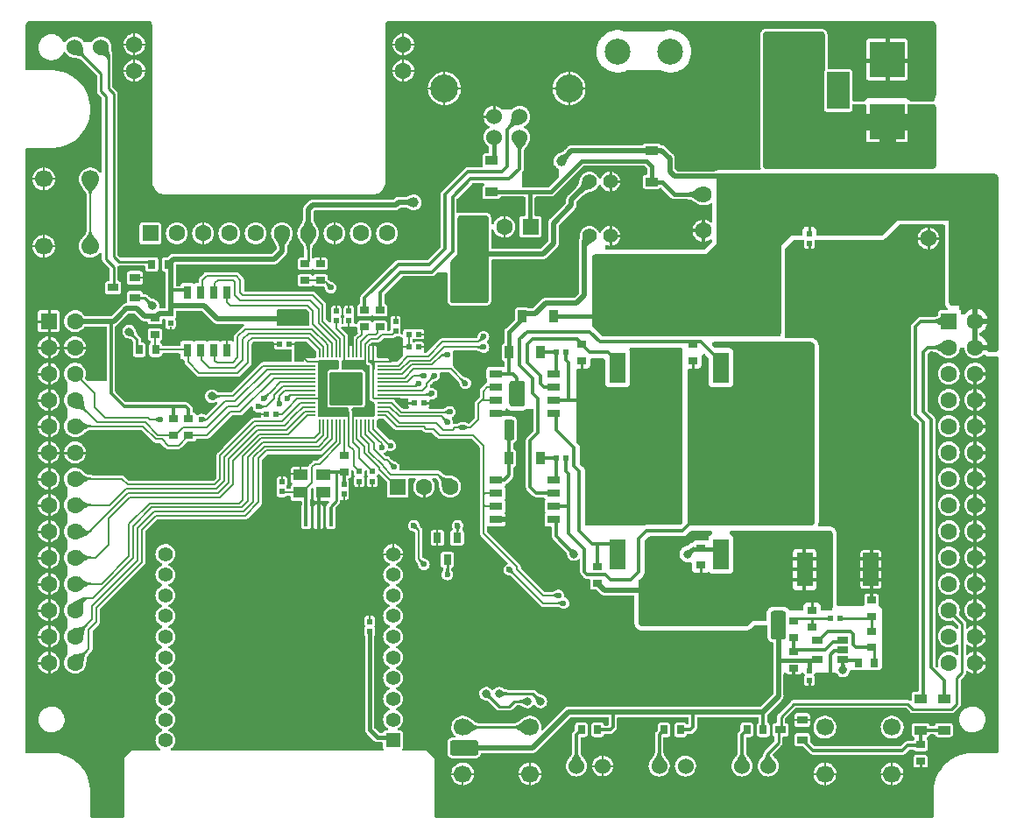
<source format=gtl>
G04 #@! TF.GenerationSoftware,KiCad,Pcbnew,(6.0.11)*
G04 #@! TF.CreationDate,2023-05-10T01:59:27+09:00*
G04 #@! TF.ProjectId,RP2040CommandStation,52503230-3430-4436-9f6d-6d616e645374,rev?*
G04 #@! TF.SameCoordinates,PX6cb8080PY8d24d00*
G04 #@! TF.FileFunction,Copper,L1,Top*
G04 #@! TF.FilePolarity,Positive*
%FSLAX46Y46*%
G04 Gerber Fmt 4.6, Leading zero omitted, Abs format (unit mm)*
G04 Created by KiCad (PCBNEW (6.0.11)) date 2023-05-10 01:59:27*
%MOMM*%
%LPD*%
G01*
G04 APERTURE LIST*
G04 Aperture macros list*
%AMRoundRect*
0 Rectangle with rounded corners*
0 $1 Rounding radius*
0 $2 $3 $4 $5 $6 $7 $8 $9 X,Y pos of 4 corners*
0 Add a 4 corners polygon primitive as box body*
4,1,4,$2,$3,$4,$5,$6,$7,$8,$9,$2,$3,0*
0 Add four circle primitives for the rounded corners*
1,1,$1+$1,$2,$3*
1,1,$1+$1,$4,$5*
1,1,$1+$1,$6,$7*
1,1,$1+$1,$8,$9*
0 Add four rect primitives between the rounded corners*
20,1,$1+$1,$2,$3,$4,$5,0*
20,1,$1+$1,$4,$5,$6,$7,0*
20,1,$1+$1,$6,$7,$8,$9,0*
20,1,$1+$1,$8,$9,$2,$3,0*%
G04 Aperture macros list end*
G04 #@! TA.AperFunction,SMDPad,CuDef*
%ADD10R,0.900000X0.700000*%
G04 #@! TD*
G04 #@! TA.AperFunction,ComponentPad*
%ADD11C,1.600000*%
G04 #@! TD*
G04 #@! TA.AperFunction,SMDPad,CuDef*
%ADD12R,0.500000X0.550000*%
G04 #@! TD*
G04 #@! TA.AperFunction,ComponentPad*
%ADD13C,1.400000*%
G04 #@! TD*
G04 #@! TA.AperFunction,ComponentPad*
%ADD14R,1.600000X1.600000*%
G04 #@! TD*
G04 #@! TA.AperFunction,SMDPad,CuDef*
%ADD15R,3.360000X4.860000*%
G04 #@! TD*
G04 #@! TA.AperFunction,SMDPad,CuDef*
%ADD16R,1.390000X1.400000*%
G04 #@! TD*
G04 #@! TA.AperFunction,SMDPad,CuDef*
%ADD17R,1.200000X0.850000*%
G04 #@! TD*
G04 #@! TA.AperFunction,ComponentPad*
%ADD18C,1.524000*%
G04 #@! TD*
G04 #@! TA.AperFunction,ComponentPad*
%ADD19R,3.500120X3.500120*%
G04 #@! TD*
G04 #@! TA.AperFunction,ComponentPad*
%ADD20R,2.200000X3.600000*%
G04 #@! TD*
G04 #@! TA.AperFunction,ComponentPad*
%ADD21C,2.500000*%
G04 #@! TD*
G04 #@! TA.AperFunction,ComponentPad*
%ADD22C,2.700000*%
G04 #@! TD*
G04 #@! TA.AperFunction,SMDPad,CuDef*
%ADD23R,1.000000X0.800000*%
G04 #@! TD*
G04 #@! TA.AperFunction,SMDPad,CuDef*
%ADD24R,0.800000X1.000000*%
G04 #@! TD*
G04 #@! TA.AperFunction,SMDPad,CuDef*
%ADD25R,1.500000X3.200000*%
G04 #@! TD*
G04 #@! TA.AperFunction,SMDPad,CuDef*
%ADD26R,0.700000X0.900000*%
G04 #@! TD*
G04 #@! TA.AperFunction,ComponentPad*
%ADD27C,1.700000*%
G04 #@! TD*
G04 #@! TA.AperFunction,ComponentPad*
%ADD28R,1.400000X1.400000*%
G04 #@! TD*
G04 #@! TA.AperFunction,SMDPad,CuDef*
%ADD29R,1.000000X0.700000*%
G04 #@! TD*
G04 #@! TA.AperFunction,SMDPad,CuDef*
%ADD30R,1.400000X1.100000*%
G04 #@! TD*
G04 #@! TA.AperFunction,SMDPad,CuDef*
%ADD31R,0.800000X1.300000*%
G04 #@! TD*
G04 #@! TA.AperFunction,SMDPad,CuDef*
%ADD32RoundRect,0.050000X-0.387500X-0.050000X0.387500X-0.050000X0.387500X0.050000X-0.387500X0.050000X0*%
G04 #@! TD*
G04 #@! TA.AperFunction,SMDPad,CuDef*
%ADD33RoundRect,0.050000X-0.050000X-0.387500X0.050000X-0.387500X0.050000X0.387500X-0.050000X0.387500X0*%
G04 #@! TD*
G04 #@! TA.AperFunction,ComponentPad*
%ADD34C,0.600000*%
G04 #@! TD*
G04 #@! TA.AperFunction,SMDPad,CuDef*
%ADD35RoundRect,0.144000X-1.456000X-1.456000X1.456000X-1.456000X1.456000X1.456000X-1.456000X1.456000X0*%
G04 #@! TD*
G04 #@! TA.AperFunction,SMDPad,CuDef*
%ADD36R,0.550000X0.500000*%
G04 #@! TD*
G04 #@! TA.AperFunction,SMDPad,CuDef*
%ADD37R,0.400000X1.900000*%
G04 #@! TD*
G04 #@! TA.AperFunction,SMDPad,CuDef*
%ADD38R,0.850000X1.200000*%
G04 #@! TD*
G04 #@! TA.AperFunction,SMDPad,CuDef*
%ADD39R,1.600000X3.000000*%
G04 #@! TD*
G04 #@! TA.AperFunction,SMDPad,CuDef*
%ADD40R,6.000000X6.000000*%
G04 #@! TD*
G04 #@! TA.AperFunction,SMDPad,CuDef*
%ADD41R,1.300000X0.800000*%
G04 #@! TD*
G04 #@! TA.AperFunction,ViaPad*
%ADD42C,1.000000*%
G04 #@! TD*
G04 #@! TA.AperFunction,ViaPad*
%ADD43C,0.800000*%
G04 #@! TD*
G04 #@! TA.AperFunction,ViaPad*
%ADD44C,1.600000*%
G04 #@! TD*
G04 #@! TA.AperFunction,ViaPad*
%ADD45C,0.600000*%
G04 #@! TD*
G04 #@! TA.AperFunction,ViaPad*
%ADD46C,1.400000*%
G04 #@! TD*
G04 #@! TA.AperFunction,Conductor*
%ADD47C,0.250000*%
G04 #@! TD*
G04 #@! TA.AperFunction,Conductor*
%ADD48C,0.300000*%
G04 #@! TD*
G04 #@! TA.AperFunction,Conductor*
%ADD49C,0.200000*%
G04 #@! TD*
G04 #@! TA.AperFunction,Conductor*
%ADD50C,0.500000*%
G04 #@! TD*
G04 #@! TA.AperFunction,Conductor*
%ADD51C,0.400000*%
G04 #@! TD*
G04 #@! TA.AperFunction,Conductor*
%ADD52C,0.700000*%
G04 #@! TD*
G04 #@! TA.AperFunction,Conductor*
%ADD53C,1.600000*%
G04 #@! TD*
G04 #@! TA.AperFunction,Conductor*
%ADD54C,1.000000*%
G04 #@! TD*
G04 APERTURE END LIST*
D10*
X169750000Y-124800000D03*
X169750000Y-123200000D03*
X168250000Y-101700000D03*
X168250000Y-103300000D03*
X179750000Y-121450000D03*
X179750000Y-123050000D03*
X179000000Y-101700000D03*
X179000000Y-103300000D03*
D11*
X201750000Y-86500000D03*
X201750000Y-91500000D03*
D12*
X190250000Y-91025000D03*
X190250000Y-91975000D03*
D13*
X169000000Y-86000000D03*
X171000000Y-86000000D03*
D12*
X190250000Y-133275000D03*
X190250000Y-134225000D03*
D14*
X126570000Y-91000000D03*
D11*
X129110000Y-91000000D03*
X131650000Y-91000000D03*
X134190000Y-91000000D03*
X136730000Y-91000000D03*
X139270000Y-91000000D03*
X141810000Y-91000000D03*
X144350000Y-91000000D03*
X146890000Y-91000000D03*
X149430000Y-91000000D03*
X151000000Y-75270000D03*
X151000000Y-72730000D03*
X125000000Y-72730000D03*
X125000000Y-75270000D03*
D15*
X187750000Y-87870000D03*
D16*
X186830000Y-83888000D03*
X188670000Y-83888000D03*
D17*
X203250000Y-139025000D03*
X203250000Y-135975000D03*
X201000000Y-139025000D03*
X201000000Y-135975000D03*
D18*
X178270000Y-142500000D03*
X175730000Y-142500000D03*
X119230000Y-73000000D03*
X121770000Y-73000000D03*
D19*
X197750000Y-80200140D03*
X197750000Y-74200660D03*
D20*
X193051000Y-77200400D03*
D21*
X176790000Y-73400000D03*
X171710000Y-73400000D03*
D18*
X159750000Y-81710000D03*
X162250000Y-81710000D03*
X162250000Y-79710000D03*
X159750000Y-79710000D03*
D22*
X154980000Y-77000000D03*
X167020000Y-77000000D03*
D14*
X116730000Y-99490000D03*
D11*
X119270000Y-99490000D03*
X116730000Y-102030000D03*
X119270000Y-102030000D03*
X116730000Y-104570000D03*
X119270000Y-104570000D03*
X116730000Y-107110000D03*
X119270000Y-107110000D03*
X116730000Y-109650000D03*
X119270000Y-109650000D03*
X116730000Y-112190000D03*
X119270000Y-112190000D03*
X116730000Y-114730000D03*
X119270000Y-114730000D03*
X116730000Y-117270000D03*
X119270000Y-117270000D03*
X116730000Y-119810000D03*
X119270000Y-119810000D03*
X116730000Y-122350000D03*
X119270000Y-122350000D03*
X116730000Y-124890000D03*
X119270000Y-124890000D03*
X116730000Y-127430000D03*
X119270000Y-127430000D03*
X116730000Y-129970000D03*
X119270000Y-129970000D03*
X116730000Y-132510000D03*
X119270000Y-132510000D03*
D14*
X203730000Y-99490000D03*
D11*
X206270000Y-99490000D03*
X203730000Y-102030000D03*
X206270000Y-102030000D03*
X203730000Y-104570000D03*
X206270000Y-104570000D03*
X203730000Y-107110000D03*
X206270000Y-107110000D03*
X203730000Y-109650000D03*
X206270000Y-109650000D03*
X203730000Y-112190000D03*
X206270000Y-112190000D03*
X203730000Y-114730000D03*
X206270000Y-114730000D03*
X203730000Y-117270000D03*
X206270000Y-117270000D03*
X203730000Y-119810000D03*
X206270000Y-119810000D03*
X203730000Y-122350000D03*
X206270000Y-122350000D03*
X203730000Y-124890000D03*
X206270000Y-124890000D03*
X203730000Y-127430000D03*
X206270000Y-127430000D03*
X203730000Y-129970000D03*
X206270000Y-129970000D03*
X203730000Y-132510000D03*
X206270000Y-132510000D03*
D23*
X189550000Y-139950000D03*
X189550000Y-138050000D03*
X187450000Y-139000000D03*
D24*
X156200000Y-120450000D03*
X154300000Y-120450000D03*
X155250000Y-122550000D03*
D23*
X125050000Y-97200000D03*
X125050000Y-95300000D03*
X122950000Y-96250000D03*
D25*
X189800000Y-123500000D03*
X196200000Y-123500000D03*
D10*
X188750000Y-131450000D03*
X188750000Y-133050000D03*
D26*
X194950000Y-132500000D03*
X196550000Y-132500000D03*
D10*
X141500000Y-93950000D03*
X141500000Y-95550000D03*
X143000000Y-95550000D03*
X143000000Y-93950000D03*
X128750000Y-108950000D03*
X128750000Y-110550000D03*
X130250000Y-108950000D03*
X130250000Y-110550000D03*
D26*
X177800000Y-139000000D03*
X176200000Y-139000000D03*
X185800000Y-139000000D03*
X184200000Y-139000000D03*
D10*
X201000000Y-140450000D03*
X201000000Y-142050000D03*
D26*
X128300000Y-94000000D03*
X126700000Y-94000000D03*
D27*
X116250000Y-92250000D03*
X116250000Y-85750000D03*
X120750000Y-92250000D03*
X120750000Y-85750000D03*
X198250000Y-143250000D03*
X191750000Y-143250000D03*
X198250000Y-138750000D03*
X191750000Y-138750000D03*
D28*
X150000000Y-140000000D03*
D13*
X150000000Y-138000000D03*
X150000000Y-136000000D03*
X150000000Y-134000000D03*
X150000000Y-132000000D03*
X150000000Y-130000000D03*
X150000000Y-128000000D03*
X150000000Y-126000000D03*
X150000000Y-124000000D03*
X150000000Y-122000000D03*
X128000000Y-122000000D03*
X128000000Y-124000000D03*
X128000000Y-126000000D03*
X128000000Y-128000000D03*
X128000000Y-130000000D03*
X128000000Y-132000000D03*
X128000000Y-134000000D03*
X128000000Y-136000000D03*
X128000000Y-138000000D03*
X128000000Y-140000000D03*
D29*
X193450000Y-132200000D03*
X193450000Y-131250000D03*
X193450000Y-130300000D03*
X191050000Y-130300000D03*
X191050000Y-132200000D03*
D10*
X196250000Y-129450000D03*
X196250000Y-131050000D03*
D27*
X163250000Y-143250000D03*
X156750000Y-143250000D03*
X163250000Y-138750000D03*
X156750000Y-138750000D03*
D14*
X163290000Y-90375000D03*
D11*
X160750000Y-90375000D03*
X158210000Y-90375000D03*
D10*
X145250000Y-112450000D03*
X145250000Y-114050000D03*
X148750000Y-98450000D03*
X148750000Y-100050000D03*
X147250000Y-98450000D03*
X147250000Y-100050000D03*
D26*
X127050000Y-102250000D03*
X125450000Y-102250000D03*
D10*
X127000000Y-99200000D03*
X127000000Y-100800000D03*
D30*
X141100000Y-116050000D03*
X143300000Y-116050000D03*
X143300000Y-114350000D03*
X141100000Y-114350000D03*
D14*
X150460000Y-115500000D03*
D11*
X153000000Y-115500000D03*
X155540000Y-115500000D03*
D31*
X130095000Y-102300000D03*
X131365000Y-102300000D03*
X132635000Y-102300000D03*
X133905000Y-102300000D03*
X133905000Y-96700000D03*
X132635000Y-96700000D03*
X131365000Y-96700000D03*
X130095000Y-96700000D03*
D12*
X128500000Y-98775000D03*
X128500000Y-99725000D03*
D32*
X142062500Y-103400000D03*
X142062500Y-103800000D03*
X142062500Y-104200000D03*
X142062500Y-104600000D03*
X142062500Y-105000000D03*
X142062500Y-105400000D03*
X142062500Y-105800000D03*
X142062500Y-106200000D03*
X142062500Y-106600000D03*
X142062500Y-107000000D03*
X142062500Y-107400000D03*
X142062500Y-107800000D03*
X142062500Y-108200000D03*
X142062500Y-108600000D03*
D33*
X142900000Y-109437500D03*
X143300000Y-109437500D03*
X143700000Y-109437500D03*
X144100000Y-109437500D03*
X144500000Y-109437500D03*
X144900000Y-109437500D03*
X145300000Y-109437500D03*
X145700000Y-109437500D03*
X146100000Y-109437500D03*
X146500000Y-109437500D03*
X146900000Y-109437500D03*
X147300000Y-109437500D03*
X147700000Y-109437500D03*
X148100000Y-109437500D03*
D32*
X148937500Y-108600000D03*
X148937500Y-108200000D03*
X148937500Y-107800000D03*
X148937500Y-107400000D03*
X148937500Y-107000000D03*
X148937500Y-106600000D03*
X148937500Y-106200000D03*
X148937500Y-105800000D03*
X148937500Y-105400000D03*
X148937500Y-105000000D03*
X148937500Y-104600000D03*
X148937500Y-104200000D03*
X148937500Y-103800000D03*
X148937500Y-103400000D03*
D33*
X148100000Y-102562500D03*
X147700000Y-102562500D03*
X147300000Y-102562500D03*
X146900000Y-102562500D03*
X146500000Y-102562500D03*
X146100000Y-102562500D03*
X145700000Y-102562500D03*
X145300000Y-102562500D03*
X144900000Y-102562500D03*
X144500000Y-102562500D03*
X144100000Y-102562500D03*
X143700000Y-102562500D03*
X143300000Y-102562500D03*
X142900000Y-102562500D03*
D34*
X144225000Y-104725000D03*
X144225000Y-106000000D03*
X145500000Y-106000000D03*
D35*
X145500000Y-106000000D03*
D34*
X144225000Y-107275000D03*
X146775000Y-106000000D03*
X146775000Y-107275000D03*
X145500000Y-107275000D03*
X145500000Y-104725000D03*
X146775000Y-104725000D03*
D36*
X152025000Y-107400000D03*
X152975000Y-107400000D03*
D12*
X144500000Y-99475000D03*
X144500000Y-98525000D03*
D36*
X138725000Y-108500000D03*
X137775000Y-108500000D03*
D12*
X145750000Y-99475000D03*
X145750000Y-98525000D03*
D36*
X139975000Y-101750000D03*
X139025000Y-101750000D03*
D12*
X147750000Y-129475000D03*
X147750000Y-128525000D03*
X150250000Y-100475000D03*
X150250000Y-99525000D03*
D36*
X151525000Y-100750000D03*
X152475000Y-100750000D03*
D12*
X148000000Y-114025000D03*
X148000000Y-114975000D03*
X145250000Y-115275000D03*
X145250000Y-116225000D03*
X139250000Y-115975000D03*
X139250000Y-115025000D03*
X146750000Y-114025000D03*
X146750000Y-114975000D03*
D36*
X151525000Y-102000000D03*
X152475000Y-102000000D03*
D10*
X188750000Y-128450000D03*
X188750000Y-130050000D03*
D17*
X175000000Y-86025000D03*
X175000000Y-82975000D03*
D11*
X180000000Y-87250000D03*
X180000000Y-90750000D03*
D18*
X186270000Y-142500000D03*
X183730000Y-142500000D03*
X170270000Y-142500000D03*
X167730000Y-142500000D03*
D26*
X169800000Y-139000000D03*
X168200000Y-139000000D03*
D17*
X159500000Y-87025000D03*
X159500000Y-83975000D03*
D37*
X141600000Y-118400000D03*
X142800000Y-118400000D03*
X144000000Y-118400000D03*
D38*
X164275000Y-112750000D03*
X161225000Y-112750000D03*
D39*
X171700000Y-104000000D03*
D40*
X174000000Y-97500000D03*
D39*
X176300000Y-104000000D03*
D36*
X165775000Y-112750000D03*
X166725000Y-112750000D03*
D38*
X162475000Y-99000000D03*
X165525000Y-99000000D03*
D10*
X196250000Y-126450000D03*
X196250000Y-128050000D03*
D39*
X181700000Y-122000000D03*
D40*
X184000000Y-115500000D03*
D39*
X186300000Y-122000000D03*
X171700000Y-122000000D03*
D40*
X174000000Y-115500000D03*
D39*
X176300000Y-122000000D03*
D38*
X164275000Y-102500000D03*
X161225000Y-102500000D03*
D15*
X192750000Y-87870000D03*
D16*
X193670000Y-83888000D03*
X191830000Y-83888000D03*
D21*
X188540000Y-73400000D03*
X183460000Y-73400000D03*
D41*
X159950000Y-104595000D03*
X159950000Y-105865000D03*
X159950000Y-107135000D03*
X159950000Y-108405000D03*
X165550000Y-108405000D03*
X165550000Y-107135000D03*
X165550000Y-105865000D03*
X165550000Y-104595000D03*
D36*
X192275000Y-128250000D03*
X193225000Y-128250000D03*
D13*
X169000000Y-91250000D03*
X171000000Y-91250000D03*
D41*
X159950000Y-114845000D03*
X159950000Y-116115000D03*
X159950000Y-117385000D03*
X159950000Y-118655000D03*
X165550000Y-118655000D03*
X165550000Y-117385000D03*
X165550000Y-116115000D03*
X165550000Y-114845000D03*
D39*
X181700000Y-104000000D03*
D40*
X184000000Y-97500000D03*
D39*
X186300000Y-104000000D03*
D10*
X190500000Y-127450000D03*
X190500000Y-129050000D03*
D36*
X165775000Y-102500000D03*
X166725000Y-102500000D03*
D42*
X162750000Y-108750000D03*
X166250000Y-84000000D03*
X152000000Y-88000000D03*
D43*
X135250000Y-109250000D03*
X133500000Y-100500000D03*
X149500000Y-110000000D03*
D42*
X200000000Y-118500000D03*
X207500000Y-135000000D03*
D43*
X129750000Y-95000000D03*
X148000000Y-94500000D03*
D42*
X128500000Y-101250000D03*
X153250000Y-91000000D03*
X139750000Y-95750000D03*
D43*
X151000000Y-111500000D03*
D42*
X156000000Y-136000000D03*
X154250000Y-138500000D03*
X155500000Y-72000000D03*
X165500000Y-72000000D03*
X194000000Y-72000000D03*
X201500000Y-72000000D03*
X124000000Y-82000000D03*
X150000000Y-82000000D03*
X156520000Y-79480000D03*
X165500000Y-82000000D03*
X133000000Y-88000000D03*
X121500000Y-103250000D03*
X151250000Y-98750000D03*
X121500000Y-111000000D03*
X131500000Y-122000000D03*
X141500000Y-122000000D03*
X121500000Y-131250000D03*
X131500000Y-132000000D03*
X141500000Y-132000000D03*
X154250000Y-132500000D03*
X171500000Y-132500000D03*
X178000000Y-132500000D03*
X121500000Y-142000000D03*
X131500000Y-140000000D03*
X141500000Y-140000000D03*
X173000000Y-145500000D03*
X180500000Y-145500000D03*
X189000000Y-145500000D03*
X136500000Y-140000000D03*
X201500000Y-145500000D03*
X207500000Y-140500000D03*
X188750000Y-135500000D03*
D43*
X151250000Y-95750000D03*
X140900000Y-113000000D03*
D44*
X197500000Y-97000000D03*
D43*
X132250000Y-111500000D03*
D42*
X156750000Y-121750000D03*
X192000000Y-118000000D03*
D44*
X193500000Y-97000000D03*
D43*
X166750000Y-90250000D03*
D42*
X185500000Y-129500000D03*
D43*
X132250000Y-114250000D03*
X155250000Y-105500000D03*
X164750000Y-85750000D03*
X158000000Y-99750000D03*
D42*
X192000000Y-113250000D03*
D43*
X125000000Y-114250000D03*
D42*
X144000000Y-140000000D03*
X134000000Y-140000000D03*
D44*
X201000000Y-93500000D03*
D43*
X154750000Y-99750000D03*
D42*
X192000000Y-108250000D03*
D43*
X160500000Y-98250000D03*
X166750000Y-93000000D03*
X163250000Y-83500000D03*
D42*
X198500000Y-113500000D03*
X161750000Y-132500000D03*
D43*
X158000000Y-86750000D03*
D42*
X178000000Y-136000000D03*
X155250000Y-145500000D03*
X154250000Y-126000000D03*
D43*
X127250000Y-119750000D03*
X130750000Y-95000000D03*
X134250000Y-105500000D03*
D42*
X124500000Y-106000000D03*
D43*
X145100000Y-97000000D03*
D42*
X125500000Y-140000000D03*
X195750000Y-104500000D03*
X184750000Y-76750000D03*
X139000000Y-140000000D03*
D43*
X153000000Y-118000000D03*
D42*
X195250000Y-118000000D03*
D43*
X151000000Y-93000000D03*
X125500000Y-111000000D03*
D42*
X124000000Y-82000000D03*
X197500000Y-126250000D03*
D43*
X150500000Y-97000000D03*
D44*
X190000000Y-93500000D03*
D43*
X138050000Y-102000000D03*
D42*
X195250000Y-113250000D03*
X164750000Y-88500000D03*
X131250000Y-105500000D03*
X122750000Y-145500000D03*
X161000000Y-126000000D03*
X181250000Y-72000000D03*
X193000000Y-104500000D03*
D44*
X193500000Y-93500000D03*
D43*
X160500000Y-94750000D03*
D42*
X150000000Y-85750000D03*
X165500000Y-145500000D03*
X168000000Y-81500000D03*
D43*
X166750000Y-96000000D03*
D42*
X168000000Y-72250000D03*
X180500000Y-138500000D03*
D44*
X197500000Y-93500000D03*
D42*
X171500000Y-136000000D03*
D43*
X139750000Y-102900000D03*
X138000000Y-113000000D03*
D42*
X193500000Y-126000000D03*
D43*
X124750000Y-99250000D03*
X153500000Y-84750000D03*
X160000000Y-100750000D03*
X127000000Y-96250000D03*
D42*
X165750000Y-136000000D03*
D44*
X201000000Y-97000000D03*
X190000000Y-97000000D03*
D43*
X154500000Y-95500000D03*
X157000000Y-108750000D03*
X137250000Y-118500000D03*
D42*
X197000000Y-108250000D03*
X166000000Y-124500000D03*
X198000000Y-134000000D03*
D43*
X158500000Y-103500000D03*
D42*
X185250000Y-135500000D03*
X162250000Y-121000000D03*
D43*
X148000000Y-118000000D03*
X151000000Y-107400000D03*
X145900000Y-100500000D03*
X150250000Y-102000000D03*
X141250000Y-102000000D03*
D42*
X140000000Y-99250000D03*
X141250000Y-99250000D03*
X156250000Y-97000000D03*
X157500000Y-140750000D03*
X187250000Y-129500000D03*
X156250000Y-140750000D03*
X187250000Y-128250000D03*
X157500000Y-97000000D03*
D45*
X139750000Y-107000000D03*
X137500000Y-107000000D03*
X137000000Y-107750000D03*
X139000000Y-107500000D03*
D46*
X184000000Y-109250000D03*
X186250000Y-107250000D03*
X179500000Y-111250000D03*
D43*
X185250000Y-113750000D03*
X182750000Y-117750000D03*
X182750000Y-115750000D03*
D46*
X179500000Y-115250000D03*
D43*
X182750000Y-113750000D03*
D46*
X179500000Y-109250000D03*
X181750000Y-111250000D03*
D43*
X185250000Y-117750000D03*
X185250000Y-115750000D03*
D46*
X179500000Y-117250000D03*
X179500000Y-113250000D03*
X186250000Y-109250000D03*
X179500000Y-105250000D03*
X181750000Y-107250000D03*
X179500000Y-107250000D03*
X184000000Y-105250000D03*
X181750000Y-109250000D03*
X186250000Y-111250000D03*
X184000000Y-107250000D03*
X184000000Y-103250000D03*
X184000000Y-111250000D03*
D43*
X172750000Y-117750000D03*
X175250000Y-113750000D03*
D46*
X174000000Y-109250000D03*
D43*
X175250000Y-115750000D03*
D46*
X169500000Y-117250000D03*
X169500000Y-107250000D03*
X169500000Y-109250000D03*
X171750000Y-109250000D03*
X169500000Y-105250000D03*
X169500000Y-111250000D03*
X169500000Y-113250000D03*
X176250000Y-111250000D03*
D43*
X172750000Y-113750000D03*
D46*
X174000000Y-107250000D03*
X169500000Y-115250000D03*
X171750000Y-111250000D03*
X171750000Y-107250000D03*
X174000000Y-105250000D03*
D43*
X175250000Y-117750000D03*
D46*
X174000000Y-111250000D03*
X176250000Y-107250000D03*
D43*
X172750000Y-115750000D03*
D46*
X174000000Y-103250000D03*
X176250000Y-109250000D03*
D45*
X155250000Y-124000000D03*
X127500000Y-109000000D03*
X131500000Y-109000000D03*
X166000000Y-126000000D03*
X166500000Y-126750000D03*
X156750000Y-109750000D03*
X161250000Y-123500000D03*
X153000000Y-104750000D03*
X155250000Y-109250000D03*
X155500000Y-108250000D03*
D43*
X159000000Y-135500000D03*
D45*
X153750000Y-106500000D03*
D43*
X163000000Y-136250000D03*
D45*
X154000000Y-104750000D03*
D43*
X164250000Y-136250000D03*
X160250000Y-135500000D03*
D45*
X158750000Y-102000000D03*
X158750000Y-101000000D03*
X152500000Y-105500000D03*
X156250000Y-119250000D03*
D43*
X132500000Y-106750000D03*
X126750000Y-98000000D03*
X193500000Y-133250000D03*
D45*
X157000000Y-105500000D03*
X144000000Y-96250000D03*
X155250000Y-102750000D03*
D43*
X124500000Y-100500000D03*
D45*
X148900000Y-111700000D03*
X149750000Y-111500000D03*
D43*
X178500000Y-122000000D03*
X167500000Y-122000000D03*
D45*
X150100000Y-113600000D03*
X153000000Y-123000000D03*
X152005000Y-119245000D03*
D43*
X161250000Y-109500000D03*
X162000000Y-107000000D03*
X162000000Y-106000000D03*
X161250000Y-110500000D03*
D47*
X155250000Y-106750000D02*
X155250000Y-105500000D01*
X154600000Y-107400000D02*
X155250000Y-106750000D01*
X152975000Y-107400000D02*
X154600000Y-107400000D01*
X168250000Y-105000000D02*
X168500000Y-105250000D01*
X168250000Y-103300000D02*
X168250000Y-105000000D01*
D48*
X167500000Y-101250000D02*
X167800000Y-101250000D01*
X167800000Y-101250000D02*
X168250000Y-101700000D01*
X169000000Y-102500000D02*
X168250000Y-101750000D01*
X169000000Y-102500000D02*
X170750000Y-102500000D01*
X168250000Y-101750000D02*
X168250000Y-101700000D01*
D49*
X164500000Y-126750000D02*
X166500000Y-126750000D01*
X161250000Y-123500000D02*
X164500000Y-126750000D01*
X164500000Y-126000000D02*
X166000000Y-126000000D01*
X158750000Y-120000000D02*
X162000000Y-123250000D01*
X162000000Y-123500000D02*
X164500000Y-126000000D01*
X158750000Y-117500000D02*
X158750000Y-120000000D01*
X162000000Y-123250000D02*
X162000000Y-123500000D01*
D50*
X170450000Y-125500000D02*
X169750000Y-124800000D01*
X175750000Y-125500000D02*
X170450000Y-125500000D01*
D48*
X169750000Y-121000000D02*
X169250000Y-121000000D01*
X169750000Y-121000000D02*
X169750000Y-123200000D01*
X171250000Y-121000000D02*
X169750000Y-121000000D01*
X165750000Y-120000000D02*
X165750000Y-120250000D01*
X165750000Y-120250000D02*
X167500000Y-122000000D01*
X168500000Y-121500000D02*
X167000000Y-120000000D01*
X167000000Y-120000000D02*
X167000000Y-117500000D01*
X168500000Y-123750000D02*
X168500000Y-121500000D01*
X168750000Y-124000000D02*
X168500000Y-123750000D01*
X170500000Y-124000000D02*
X168750000Y-124000000D01*
X173000000Y-124500000D02*
X171000000Y-124500000D01*
X174500000Y-119750000D02*
X173750000Y-120500000D01*
X173750000Y-123750000D02*
X173000000Y-124500000D01*
X171000000Y-124500000D02*
X170500000Y-124000000D01*
X178000000Y-119750000D02*
X174500000Y-119750000D01*
X179500000Y-118250000D02*
X178000000Y-119750000D01*
X179500000Y-117750000D02*
X179500000Y-118250000D01*
X173750000Y-120500000D02*
X173750000Y-123750000D01*
X165750000Y-120000000D02*
X165750000Y-118855000D01*
D51*
X178500000Y-122000000D02*
X179000000Y-121500000D01*
D47*
X179750000Y-123050000D02*
X179750000Y-124500000D01*
D51*
X179000000Y-121500000D02*
X181200000Y-121500000D01*
X181200000Y-121500000D02*
X181700000Y-122000000D01*
D47*
X179000000Y-104750000D02*
X179500000Y-105250000D01*
X179000000Y-103300000D02*
X179000000Y-104750000D01*
X168500000Y-105250000D02*
X169500000Y-105250000D01*
D48*
X179750000Y-101500000D02*
X181700000Y-103450000D01*
X170000000Y-101500000D02*
X179750000Y-101500000D01*
X169000000Y-100500000D02*
X170000000Y-101500000D01*
X163000000Y-100500000D02*
X169000000Y-100500000D01*
X162250000Y-101250000D02*
X163000000Y-100500000D01*
X162250000Y-103750000D02*
X162250000Y-101250000D01*
X163500000Y-106500000D02*
X163500000Y-105000000D01*
X163250000Y-111000000D02*
X164000000Y-110250000D01*
X163250000Y-115500000D02*
X163250000Y-111000000D01*
X164000000Y-107000000D02*
X163500000Y-106500000D01*
X163865000Y-116115000D02*
X163250000Y-115500000D01*
X163500000Y-105000000D02*
X162250000Y-103750000D01*
X165550000Y-116115000D02*
X163865000Y-116115000D01*
X164000000Y-110250000D02*
X164000000Y-107000000D01*
D49*
X158885000Y-117385000D02*
X158770000Y-117500000D01*
X158770000Y-117500000D02*
X158750000Y-117500000D01*
X158750000Y-117000000D02*
X158750000Y-117500000D01*
X158865000Y-116115000D02*
X158750000Y-116000000D01*
X158885000Y-116115000D02*
X158865000Y-116115000D01*
X158885000Y-116115000D02*
X158750000Y-116250000D01*
X159950000Y-116115000D02*
X158885000Y-116115000D01*
X158750000Y-116250000D02*
X158750000Y-117000000D01*
X158750000Y-116000000D02*
X158750000Y-116250000D01*
D50*
X162250000Y-118750000D02*
X162250000Y-121000000D01*
D52*
X195000000Y-86500000D02*
X192500000Y-86500000D01*
D50*
X141810000Y-88690000D02*
X142250000Y-88250000D01*
X183250000Y-85750000D02*
X182000000Y-85750000D01*
X206270000Y-102030000D02*
X206270000Y-99490000D01*
D48*
X205500000Y-96210000D02*
X205500000Y-96000000D01*
D50*
X176750000Y-85000000D02*
X176750000Y-83750000D01*
D52*
X184000000Y-86500000D02*
X188500000Y-86500000D01*
D50*
X175975000Y-82975000D02*
X175000000Y-82975000D01*
X206270000Y-99490000D02*
X207990000Y-99490000D01*
X182000000Y-85750000D02*
X181750000Y-85500000D01*
D47*
X190250000Y-91025000D02*
X190250000Y-86750000D01*
X141810000Y-93640000D02*
X141500000Y-93950000D01*
X141810000Y-91000000D02*
X141810000Y-93640000D01*
D50*
X184000000Y-86500000D02*
X183250000Y-85750000D01*
X141810000Y-91000000D02*
X141810000Y-88690000D01*
X167250000Y-83000000D02*
X174975000Y-83000000D01*
X181750000Y-85500000D02*
X177250000Y-85500000D01*
X174975000Y-83000000D02*
X175000000Y-82975000D01*
D48*
X172250000Y-99250000D02*
X174000000Y-97500000D01*
D50*
X150250000Y-88250000D02*
X150500000Y-88000000D01*
D52*
X188500000Y-86500000D02*
X190000000Y-86500000D01*
D48*
X206270000Y-96980000D02*
X205500000Y-96210000D01*
D51*
X168250000Y-99000000D02*
X172500000Y-99000000D01*
D50*
X176750000Y-83750000D02*
X175975000Y-82975000D01*
X206270000Y-99490000D02*
X206270000Y-96980000D01*
D52*
X188500000Y-86500000D02*
X188525000Y-86475000D01*
D48*
X204000000Y-86500000D02*
X201750000Y-86500000D01*
D50*
X150500000Y-88000000D02*
X152000000Y-88000000D01*
D48*
X205500000Y-96000000D02*
X205500000Y-88000000D01*
D50*
X166250000Y-84000000D02*
X167250000Y-83000000D01*
D48*
X205500000Y-88000000D02*
X204000000Y-86500000D01*
D50*
X177250000Y-85500000D02*
X176750000Y-85000000D01*
D47*
X190250000Y-86750000D02*
X190000000Y-86500000D01*
D51*
X168250000Y-99000000D02*
X165525000Y-99000000D01*
D50*
X206270000Y-102030000D02*
X207970000Y-102030000D01*
D51*
X172500000Y-99000000D02*
X174000000Y-97500000D01*
D48*
X201750000Y-86500000D02*
X201750000Y-88250000D01*
D52*
X190000000Y-86500000D02*
X192500000Y-86500000D01*
D48*
X201750000Y-86500000D02*
X197250000Y-86500000D01*
D52*
X197250000Y-86500000D02*
X195000000Y-86500000D01*
D50*
X142250000Y-88250000D02*
X150250000Y-88250000D01*
D49*
X150000000Y-122000000D02*
X150000000Y-120900000D01*
X145250000Y-116950000D02*
X145300000Y-117000000D01*
X145750000Y-98525000D02*
X145750000Y-97500000D01*
X138200000Y-112600000D02*
X137800000Y-113000000D01*
X141150000Y-112600000D02*
X143000000Y-112600000D01*
X137800000Y-117500000D02*
X138500000Y-118200000D01*
X141100000Y-114350000D02*
X141100000Y-112650000D01*
X137800000Y-113000000D02*
X137800000Y-117500000D01*
X141100000Y-112650000D02*
X141150000Y-112600000D01*
X153250000Y-100750000D02*
X153250000Y-100250000D01*
X153250000Y-100250000D02*
X151750000Y-98750000D01*
X145300000Y-117000000D02*
X146500000Y-117000000D01*
X144500000Y-111100000D02*
X144500000Y-109937500D01*
X141150000Y-112600000D02*
X138200000Y-112600000D01*
X146500000Y-117000000D02*
X146700000Y-116800000D01*
X145225000Y-116250000D02*
X145250000Y-116225000D01*
X151750000Y-98750000D02*
X150250000Y-98750000D01*
X150250000Y-98750000D02*
X150250000Y-99525000D01*
X151000000Y-122000000D02*
X149250000Y-122000000D01*
X153250000Y-102000000D02*
X153250000Y-100750000D01*
X144500000Y-109937500D02*
X144500000Y-109437500D01*
X152475000Y-102000000D02*
X153250000Y-102000000D01*
X145250000Y-116225000D02*
X145250000Y-116950000D01*
X152475000Y-100750000D02*
X153250000Y-100750000D01*
X144500000Y-97500000D02*
X144500000Y-98525000D01*
X143000000Y-112600000D02*
X144500000Y-111100000D01*
X143550000Y-116050000D02*
X143750000Y-116250000D01*
X143300000Y-116050000D02*
X143550000Y-116050000D01*
X139250000Y-114250000D02*
X141000000Y-114250000D01*
X141000000Y-114250000D02*
X141100000Y-114350000D01*
X139250000Y-115025000D02*
X139250000Y-114250000D01*
X133905000Y-100805000D02*
X133905000Y-102300000D01*
X128500000Y-100000000D02*
X128500000Y-100775000D01*
X133600000Y-100500000D02*
X133905000Y-100805000D01*
X127750000Y-100000000D02*
X126000000Y-100000000D01*
D48*
X196200000Y-124500000D02*
X198000000Y-124500000D01*
X196200000Y-122500000D02*
X198000000Y-122500000D01*
X194450000Y-122500000D02*
X196250000Y-122500000D01*
X194450000Y-123500000D02*
X196250000Y-123500000D01*
X194450000Y-124500000D02*
X196250000Y-124500000D01*
D47*
X116730000Y-102030000D02*
X121220000Y-102030000D01*
D49*
X116250000Y-92250000D02*
X114750000Y-92250000D01*
D47*
X115150000Y-109650000D02*
X115000000Y-109500000D01*
D49*
X167020000Y-77000000D02*
X169250000Y-77000000D01*
D47*
X133100000Y-101000000D02*
X133600000Y-100500000D01*
D48*
X206270000Y-104570000D02*
X207930000Y-104570000D01*
D49*
X170270000Y-142500000D02*
X170270000Y-140770000D01*
D48*
X121250000Y-135750000D02*
X117500000Y-135750000D01*
D47*
X190250000Y-93250000D02*
X190000000Y-93500000D01*
D49*
X125000000Y-75270000D02*
X125000000Y-71300000D01*
X139025000Y-101750000D02*
X138300000Y-101750000D01*
X127000000Y-96250000D02*
X126050000Y-95300000D01*
D47*
X116730000Y-109650000D02*
X115150000Y-109650000D01*
D49*
X154300000Y-120450000D02*
X154300000Y-121700000D01*
X191750000Y-143250000D02*
X191750000Y-141750000D01*
X191750000Y-143250000D02*
X191750000Y-144750000D01*
D47*
X116730000Y-119810000D02*
X115060000Y-119810000D01*
X116730000Y-99490000D02*
X116730000Y-134980000D01*
D49*
X199000000Y-93000000D02*
X199000000Y-97000000D01*
D48*
X142800000Y-116550000D02*
X143300000Y-116050000D01*
D47*
X136000000Y-95000000D02*
X136000000Y-94500000D01*
X171000000Y-86000000D02*
X171000000Y-84750000D01*
D48*
X206270000Y-114730000D02*
X207980000Y-114730000D01*
D49*
X147750000Y-128525000D02*
X147750000Y-122650000D01*
X163250000Y-143250000D02*
X165000000Y-143250000D01*
D48*
X206270000Y-129970000D02*
X207720000Y-129970000D01*
D49*
X123300000Y-75500000D02*
X123530000Y-75270000D01*
X116250000Y-85750000D02*
X114750000Y-85750000D01*
D47*
X159750000Y-79710000D02*
X157790000Y-79710000D01*
D49*
X116250000Y-92250000D02*
X117500000Y-92250000D01*
D48*
X142800000Y-118400000D02*
X142800000Y-120300000D01*
X196250000Y-120750000D02*
X196250000Y-126450000D01*
D49*
X151000000Y-75270000D02*
X151000000Y-77000000D01*
D47*
X201000000Y-143000000D02*
X200750000Y-143250000D01*
D48*
X190250000Y-135000000D02*
X192200000Y-135000000D01*
X121500000Y-102310000D02*
X121220000Y-102030000D01*
X142800000Y-118400000D02*
X142800000Y-116550000D01*
D49*
X151000000Y-75270000D02*
X149770000Y-75270000D01*
D48*
X121500000Y-135500000D02*
X121250000Y-135750000D01*
D47*
X132000000Y-94500000D02*
X131250000Y-94500000D01*
D48*
X143000000Y-120500000D02*
X145500000Y-120500000D01*
D49*
X192000000Y-93000000D02*
X191000000Y-93000000D01*
D48*
X206270000Y-132510000D02*
X207740000Y-132510000D01*
D47*
X190250000Y-134225000D02*
X190250000Y-135000000D01*
D49*
X154980000Y-77000000D02*
X152750000Y-77000000D01*
D52*
X165500000Y-81500000D02*
X165500000Y-82000000D01*
D49*
X156750000Y-143250000D02*
X163250000Y-143250000D01*
X191000000Y-93000000D02*
X191000000Y-94000000D01*
D47*
X153000000Y-115500000D02*
X153000000Y-118000000D01*
D49*
X116250000Y-85750000D02*
X117750000Y-85750000D01*
X191750000Y-143250000D02*
X194000000Y-143250000D01*
D48*
X206270000Y-104570000D02*
X206270000Y-133980000D01*
D47*
X129750000Y-95000000D02*
X131000000Y-95000000D01*
D49*
X198250000Y-143250000D02*
X200750000Y-143250000D01*
D47*
X116730000Y-122350000D02*
X115150000Y-122350000D01*
D49*
X154300000Y-120450000D02*
X154300000Y-119300000D01*
X116250000Y-92250000D02*
X116250000Y-96250000D01*
X170270000Y-144230000D02*
X170250000Y-144250000D01*
D48*
X206270000Y-112190000D02*
X207690000Y-112190000D01*
X206270000Y-107110000D02*
X207640000Y-107110000D01*
X180000000Y-90750000D02*
X174000000Y-90750000D01*
X207750000Y-135460000D02*
X207750000Y-135750000D01*
D47*
X116730000Y-124890000D02*
X115140000Y-124890000D01*
X164750000Y-83500000D02*
X163250000Y-83500000D01*
D49*
X154980000Y-77000000D02*
X157250000Y-77000000D01*
D47*
X115060000Y-119810000D02*
X115000000Y-119750000D01*
X139000000Y-95000000D02*
X139750000Y-95750000D01*
D49*
X207500000Y-140500000D02*
X207500000Y-139500000D01*
D48*
X206270000Y-124890000D02*
X207890000Y-124890000D01*
D49*
X207000000Y-140000000D02*
X207500000Y-140500000D01*
D47*
X190250000Y-91975000D02*
X190250000Y-93250000D01*
D51*
X197750000Y-74250000D02*
X200549340Y-74250000D01*
D49*
X145000000Y-97500000D02*
X145000000Y-97100000D01*
D47*
X171000000Y-86000000D02*
X172500000Y-86000000D01*
X116730000Y-127430000D02*
X115070000Y-127430000D01*
D49*
X167020000Y-77000000D02*
X167020000Y-79230000D01*
D47*
X116730000Y-114730000D02*
X115020000Y-114730000D01*
X201000000Y-142050000D02*
X201000000Y-143000000D01*
D49*
X151000000Y-75270000D02*
X151000000Y-72730000D01*
D48*
X180000000Y-90750000D02*
X180000000Y-89000000D01*
D49*
X148400000Y-122000000D02*
X150000000Y-122000000D01*
X156750000Y-143250000D02*
X156750000Y-144750000D01*
D47*
X201750000Y-91500000D02*
X201750000Y-90350000D01*
D48*
X196200000Y-123500000D02*
X198000000Y-123500000D01*
D49*
X126050000Y-95300000D02*
X125050000Y-95300000D01*
D52*
X168000000Y-81000000D02*
X166000000Y-81000000D01*
D47*
X116730000Y-102030000D02*
X115030000Y-102030000D01*
X116730000Y-132510000D02*
X115010000Y-132510000D01*
D49*
X160750000Y-90375000D02*
X160750000Y-92000000D01*
X191000000Y-92000000D02*
X191000000Y-93000000D01*
D47*
X116730000Y-112190000D02*
X120940000Y-112190000D01*
X201750000Y-91500000D02*
X203000000Y-91500000D01*
D48*
X206270000Y-127430000D02*
X207680000Y-127430000D01*
D49*
X191000000Y-96000000D02*
X193000000Y-96000000D01*
X131650000Y-91000000D02*
X131650000Y-89050000D01*
X204000000Y-140000000D02*
X207000000Y-140000000D01*
D48*
X188750000Y-135000000D02*
X190250000Y-135000000D01*
X192200000Y-135000000D02*
X192225000Y-134975000D01*
D49*
X116250000Y-83750000D02*
X119150000Y-83750000D01*
D48*
X192250000Y-131750000D02*
X192625000Y-131375000D01*
X193325000Y-131375000D02*
X193450000Y-131250000D01*
D49*
X154980000Y-75020000D02*
X155000000Y-75000000D01*
X146500000Y-118000000D02*
X146500000Y-117000000D01*
X131650000Y-91000000D02*
X131650000Y-92650000D01*
D48*
X117500000Y-135750000D02*
X116730000Y-134980000D01*
D47*
X116730000Y-99490000D02*
X115010000Y-99490000D01*
D49*
X148000000Y-114975000D02*
X148000000Y-116000000D01*
D47*
X132000000Y-94500000D02*
X131750000Y-94500000D01*
X128500000Y-101000000D02*
X133100000Y-101000000D01*
D51*
X197750000Y-74250000D02*
X195049340Y-74250000D01*
D49*
X191000000Y-94000000D02*
X193000000Y-96000000D01*
D48*
X142800000Y-120300000D02*
X143000000Y-120500000D01*
D49*
X199000000Y-93000000D02*
X192000000Y-93000000D01*
D47*
X136000000Y-95000000D02*
X139000000Y-95000000D01*
D49*
X144350000Y-91000000D02*
X144350000Y-89150000D01*
X154980000Y-77000000D02*
X154980000Y-75230000D01*
D47*
X115130000Y-112250000D02*
X115000000Y-112250000D01*
D49*
X125000000Y-75270000D02*
X125000000Y-76700000D01*
X143000000Y-92750000D02*
X144500000Y-92750000D01*
D47*
X116730000Y-129970000D02*
X115030000Y-129970000D01*
D48*
X146500000Y-119500000D02*
X146500000Y-118000000D01*
D49*
X154300000Y-121700000D02*
X154250000Y-121750000D01*
X151000000Y-72730000D02*
X152230000Y-72730000D01*
X160750000Y-90375000D02*
X160750000Y-88750000D01*
D47*
X153000000Y-118000000D02*
X146500000Y-118000000D01*
X154750000Y-99750000D02*
X158000000Y-99750000D01*
D49*
X207500000Y-139500000D02*
X207750000Y-139250000D01*
D48*
X156000000Y-134250000D02*
X156000000Y-136000000D01*
D49*
X207750000Y-135750000D02*
X207750000Y-135500000D01*
X189550000Y-138050000D02*
X188300000Y-138050000D01*
X143000000Y-93950000D02*
X143000000Y-92750000D01*
X151000000Y-72730000D02*
X149770000Y-72730000D01*
D47*
X116730000Y-104570000D02*
X114820000Y-104570000D01*
D49*
X116250000Y-92250000D02*
X116250000Y-85750000D01*
X135500000Y-109250000D02*
X135250000Y-109250000D01*
X116250000Y-85750000D02*
X116250000Y-83750000D01*
X149520000Y-75270000D02*
X149770000Y-75270000D01*
D47*
X116730000Y-107110000D02*
X115110000Y-107110000D01*
D49*
X145000000Y-97500000D02*
X144500000Y-97500000D01*
X189550000Y-138050000D02*
X190450000Y-138050000D01*
D48*
X206270000Y-117270000D02*
X207980000Y-117270000D01*
X206270000Y-119810000D02*
X207940000Y-119810000D01*
D49*
X144350000Y-89150000D02*
X144350000Y-89350000D01*
D48*
X206270000Y-122350000D02*
X207850000Y-122350000D01*
D47*
X116730000Y-117270000D02*
X115020000Y-117270000D01*
X116730000Y-112190000D02*
X115190000Y-112190000D01*
X171000000Y-86000000D02*
X171000000Y-91250000D01*
D48*
X192225000Y-134975000D02*
X192225000Y-134725000D01*
D49*
X125000000Y-72730000D02*
X123430000Y-72730000D01*
D48*
X206270000Y-133980000D02*
X207750000Y-135460000D01*
D49*
X167020000Y-77000000D02*
X164750000Y-77000000D01*
D47*
X171000000Y-91250000D02*
X171000000Y-92250000D01*
D48*
X145500000Y-120500000D02*
X146500000Y-119500000D01*
D49*
X144500000Y-92750000D02*
X144350000Y-92600000D01*
D51*
X196500000Y-123800000D02*
X196200000Y-123500000D01*
D47*
X159750000Y-79710000D02*
X159750000Y-78000000D01*
D49*
X163250000Y-143250000D02*
X163250000Y-145000000D01*
X146750000Y-116000000D02*
X148000000Y-116000000D01*
X154980000Y-77000000D02*
X154980000Y-79230000D01*
D47*
X201750000Y-91500000D02*
X199500000Y-91500000D01*
D49*
X207750000Y-139250000D02*
X207750000Y-135750000D01*
X167020000Y-77000000D02*
X167020000Y-74770000D01*
X163250000Y-143250000D02*
X163250000Y-141500000D01*
D48*
X192225000Y-134725000D02*
X192250000Y-134700000D01*
D49*
X191750000Y-143250000D02*
X189500000Y-143250000D01*
X146750000Y-116000000D02*
X146750000Y-116750000D01*
X154980000Y-75020000D02*
X154980000Y-75230000D01*
D51*
X197750000Y-74250000D02*
X197750000Y-71299340D01*
D49*
X136250000Y-108500000D02*
X135500000Y-109250000D01*
X156750000Y-143250000D02*
X154500000Y-143250000D01*
D48*
X192625000Y-131375000D02*
X193325000Y-131375000D01*
X120940000Y-111560000D02*
X120940000Y-112190000D01*
D49*
X198250000Y-143250000D02*
X198250000Y-144750000D01*
D48*
X121500000Y-103250000D02*
X121500000Y-102310000D01*
D49*
X147750000Y-122650000D02*
X148400000Y-122000000D01*
X198250000Y-143250000D02*
X196250000Y-143250000D01*
D48*
X171500000Y-132500000D02*
X157750000Y-132500000D01*
D51*
X197750000Y-74250000D02*
X197750000Y-77049340D01*
D48*
X180000000Y-90750000D02*
X180000000Y-92000000D01*
D49*
X151000000Y-75270000D02*
X152230000Y-75270000D01*
X131650000Y-89050000D02*
X131600000Y-89000000D01*
X138300000Y-101750000D02*
X138050000Y-102000000D01*
D48*
X171500000Y-132500000D02*
X178000000Y-132500000D01*
D47*
X131250000Y-94500000D02*
X130750000Y-95000000D01*
D49*
X145000000Y-97100000D02*
X145100000Y-97000000D01*
D48*
X188750000Y-135500000D02*
X188750000Y-135000000D01*
D47*
X136000000Y-94500000D02*
X132000000Y-94500000D01*
D49*
X146750000Y-116750000D02*
X146700000Y-116800000D01*
X145750000Y-97500000D02*
X145000000Y-97500000D01*
X137775000Y-108500000D02*
X136250000Y-108500000D01*
D48*
X121500000Y-111000000D02*
X120940000Y-111560000D01*
X174000000Y-90750000D02*
X173250000Y-91500000D01*
D49*
X170270000Y-142500000D02*
X170270000Y-143980000D01*
X151000000Y-72730000D02*
X151000000Y-71000000D01*
X198250000Y-143250000D02*
X198250000Y-141750000D01*
D48*
X157750000Y-132500000D02*
X156000000Y-134250000D01*
X206270000Y-109650000D02*
X207900000Y-109650000D01*
D52*
X166000000Y-81000000D02*
X165500000Y-81500000D01*
D49*
X201000000Y-96000000D02*
X197000000Y-96000000D01*
X195000000Y-93100000D02*
X198900000Y-93100000D01*
X170270000Y-144230000D02*
X170270000Y-143980000D01*
X170270000Y-142500000D02*
X172000000Y-142500000D01*
X138050000Y-102000000D02*
X138000000Y-102000000D01*
D48*
X188750000Y-135000000D02*
X188750000Y-133050000D01*
D47*
X115190000Y-112190000D02*
X115130000Y-112250000D01*
X173000000Y-91250000D02*
X173250000Y-91500000D01*
D48*
X192250000Y-134700000D02*
X192250000Y-131750000D01*
D49*
X144350000Y-92600000D02*
X144350000Y-91000000D01*
X127750000Y-100250000D02*
X128000000Y-100500000D01*
X127750000Y-100000000D02*
X127750000Y-100250000D01*
X128000000Y-100500000D02*
X128500000Y-101000000D01*
X170270000Y-142500000D02*
X169000000Y-142500000D01*
X125000000Y-72730000D02*
X126470000Y-72730000D01*
X116250000Y-96250000D02*
X116730000Y-96730000D01*
X154300000Y-119300000D02*
X153000000Y-118000000D01*
X125000000Y-75270000D02*
X126470000Y-75270000D01*
X146500000Y-118200000D02*
X146500000Y-118000000D01*
D48*
X121500000Y-131250000D02*
X121500000Y-135500000D01*
D49*
X116730000Y-96730000D02*
X116730000Y-97770000D01*
X146750000Y-114975000D02*
X146750000Y-116000000D01*
D47*
X116730000Y-99490000D02*
X116730000Y-97770000D01*
D49*
X125000000Y-75270000D02*
X123530000Y-75270000D01*
X198900000Y-93100000D02*
X199000000Y-93000000D01*
D47*
X164750000Y-85750000D02*
X164750000Y-83500000D01*
X201750000Y-91500000D02*
X201750000Y-93500000D01*
D48*
X121500000Y-142000000D02*
X121500000Y-135500000D01*
D47*
X171000000Y-91250000D02*
X173000000Y-91250000D01*
D49*
X143400000Y-103600000D02*
X143400000Y-104500000D01*
X143400000Y-104500000D02*
X143400000Y-107000000D01*
X150600001Y-107000001D02*
X151000000Y-107400000D01*
X145700018Y-100300018D02*
X145800018Y-100300018D01*
X145800018Y-100300018D02*
X145900000Y-100400000D01*
X143400000Y-107000000D02*
X143400000Y-107800000D01*
X151525000Y-102000000D02*
X151525000Y-100750000D01*
X149800000Y-103400000D02*
X150200000Y-103000000D01*
X145700000Y-102562500D02*
X145700018Y-102562482D01*
X142062500Y-107000000D02*
X143400000Y-107000000D01*
X147700000Y-101900000D02*
X147900000Y-101700000D01*
X148937500Y-103400000D02*
X148100000Y-103400000D01*
X147700000Y-102562500D02*
X147700000Y-103400000D01*
X146100000Y-101000000D02*
X146100000Y-102562500D01*
X145700000Y-108500000D02*
X145700000Y-109437500D01*
X145999982Y-100899982D02*
X146100000Y-101000000D01*
X145750000Y-99475000D02*
X145750000Y-100250000D01*
X148937500Y-107000000D02*
X150500000Y-107000000D01*
X148100000Y-106900000D02*
X148100000Y-105500000D01*
X147900000Y-101700000D02*
X148100000Y-101700000D01*
X147700000Y-102562500D02*
X147700000Y-101900000D01*
X150200000Y-103000000D02*
X150200000Y-102000000D01*
X145700000Y-108300000D02*
X145700000Y-108500000D01*
X145750000Y-100250000D02*
X145900000Y-100400000D01*
X149900000Y-101700000D02*
X149600000Y-101700000D01*
X148937500Y-103400000D02*
X149800000Y-103400000D01*
X148100000Y-101700000D02*
X149600000Y-101700000D01*
X148100000Y-105500000D02*
X148100000Y-103400000D01*
X143200000Y-103400000D02*
X143400000Y-103600000D01*
X145500000Y-108100000D02*
X145700000Y-108300000D01*
X150200000Y-102000000D02*
X151525000Y-102000000D01*
X145700018Y-100899982D02*
X145999982Y-100899982D01*
X148200000Y-107000000D02*
X148100000Y-106900000D01*
X148937500Y-107000000D02*
X148200000Y-107000000D01*
X143700000Y-108100000D02*
X145500000Y-108100000D01*
X142062500Y-103400000D02*
X143200000Y-103400000D01*
X148100000Y-103400000D02*
X148100000Y-102562500D01*
X145700018Y-102562482D02*
X145700018Y-100899982D01*
X145700018Y-99524982D02*
X145750000Y-99475000D01*
X147700000Y-103400000D02*
X148100000Y-103400000D01*
X150500000Y-107000000D02*
X150600001Y-107000001D01*
X145700018Y-100899982D02*
X145700018Y-100300018D01*
X150200000Y-102000000D02*
X149900000Y-101700000D01*
X143400000Y-107800000D02*
X143700000Y-108100000D01*
X148100000Y-102562500D02*
X148100000Y-101700000D01*
D50*
X133000000Y-99250000D02*
X141250000Y-99250000D01*
X158250000Y-92250000D02*
X158210000Y-92210000D01*
D48*
X129000000Y-107750000D02*
X129500000Y-107750000D01*
D52*
X157835000Y-90750000D02*
X158210000Y-90375000D01*
D50*
X165500000Y-92000000D02*
X164500000Y-93000000D01*
D51*
X149750000Y-139750000D02*
X150000000Y-140000000D01*
D50*
X128750000Y-93500000D02*
X138500000Y-93500000D01*
D49*
X139750000Y-108000000D02*
X139250000Y-108500000D01*
D50*
X171250000Y-137250000D02*
X167000000Y-137250000D01*
D48*
X171250000Y-138750000D02*
X171250000Y-137250000D01*
X130250000Y-108000000D02*
X130250000Y-108950000D01*
D49*
X139975000Y-101750000D02*
X141000000Y-101750000D01*
D50*
X131750000Y-98000000D02*
X133000000Y-99250000D01*
D49*
X146200000Y-113475000D02*
X146300000Y-113575000D01*
D48*
X128955000Y-96500000D02*
X128500000Y-96500000D01*
X122750000Y-106500000D02*
X124000000Y-107750000D01*
D50*
X139270000Y-92730000D02*
X139270000Y-91000000D01*
D51*
X189750000Y-132250000D02*
X190250000Y-132250000D01*
D50*
X150250000Y-140250000D02*
X150000000Y-140000000D01*
D48*
X185750000Y-138950000D02*
X185800000Y-139000000D01*
D50*
X121510000Y-99490000D02*
X122240000Y-99490000D01*
X179000000Y-137250000D02*
X185750000Y-137250000D01*
X187250000Y-132250000D02*
X187250000Y-130000000D01*
D48*
X185750000Y-137250000D02*
X185750000Y-138950000D01*
X128955000Y-96500000D02*
X130000000Y-96500000D01*
D47*
X152025000Y-107400000D02*
X151000000Y-107400000D01*
D50*
X138500000Y-93500000D02*
X139270000Y-92730000D01*
X125250000Y-98250000D02*
X126000000Y-99000000D01*
D49*
X141000000Y-102250000D02*
X141000000Y-102700000D01*
D48*
X128500000Y-97000000D02*
X128500000Y-97250000D01*
D49*
X145700000Y-111500000D02*
X146200000Y-112000000D01*
D48*
X169800000Y-139000000D02*
X171000000Y-139000000D01*
D50*
X123500000Y-99000000D02*
X124250000Y-98250000D01*
X150250000Y-140000000D02*
X150000000Y-140000000D01*
X124250000Y-98250000D02*
X125250000Y-98250000D01*
X122240000Y-99490000D02*
X122260000Y-99490000D01*
X163500000Y-140750000D02*
X157500000Y-140750000D01*
X164500000Y-93000000D02*
X158250000Y-93000000D01*
D51*
X191000000Y-132250000D02*
X191050000Y-132200000D01*
D49*
X141000000Y-102700000D02*
X141025000Y-102725000D01*
D51*
X147750000Y-129475000D02*
X147750000Y-139000000D01*
D48*
X129000000Y-107750000D02*
X128750000Y-107750000D01*
D51*
X147750000Y-139000000D02*
X148500000Y-139750000D01*
D49*
X140750000Y-107000000D02*
X142062500Y-107000000D01*
D50*
X158210000Y-92210000D02*
X158210000Y-90375000D01*
D48*
X179000000Y-137250000D02*
X179000000Y-138750000D01*
X130250000Y-108000000D02*
X130000000Y-107750000D01*
D50*
X119270000Y-99490000D02*
X121510000Y-99490000D01*
X128500000Y-95250000D02*
X128500000Y-96500000D01*
X126500000Y-99000000D02*
X126800000Y-99000000D01*
D48*
X179000000Y-138750000D02*
X178750000Y-139000000D01*
D49*
X141700000Y-103400000D02*
X142062500Y-103400000D01*
D50*
X128500000Y-96500000D02*
X128500000Y-98000000D01*
D51*
X127425000Y-98775000D02*
X127000000Y-99200000D01*
D49*
X139750000Y-108000000D02*
X140750000Y-107000000D01*
D50*
X158250000Y-94250000D02*
X158250000Y-93250000D01*
D48*
X128500000Y-98000000D02*
X128500000Y-97250000D01*
D50*
X158250000Y-93000000D02*
X158250000Y-92250000D01*
D51*
X190800000Y-132200000D02*
X191050000Y-132200000D01*
D50*
X165500000Y-90000000D02*
X165500000Y-92000000D01*
X128500000Y-97000000D02*
X128500000Y-93750000D01*
D49*
X139250000Y-108500000D02*
X138725000Y-108500000D01*
D50*
X179000000Y-137250000D02*
X171250000Y-137250000D01*
D48*
X129500000Y-107750000D02*
X130000000Y-107750000D01*
D51*
X190225000Y-133250000D02*
X190250000Y-133275000D01*
D50*
X187250000Y-135750000D02*
X185750000Y-137250000D01*
X167250000Y-87750000D02*
X167250000Y-88250000D01*
X131500000Y-98000000D02*
X131750000Y-98000000D01*
D49*
X146200000Y-112000000D02*
X146200000Y-113475000D01*
D50*
X187250000Y-135750000D02*
X187250000Y-133250000D01*
X169000000Y-86000000D02*
X167250000Y-87750000D01*
X121510000Y-99490000D02*
X123010000Y-99490000D01*
X157500000Y-95000000D02*
X157500000Y-97000000D01*
D49*
X145700000Y-109437500D02*
X145700000Y-111500000D01*
X146300000Y-113575000D02*
X146750000Y-114025000D01*
D48*
X128750000Y-108950000D02*
X128750000Y-108000000D01*
D50*
X158250000Y-93250000D02*
X158250000Y-93000000D01*
D48*
X122750000Y-99500000D02*
X122750000Y-106500000D01*
D51*
X190250000Y-132250000D02*
X191000000Y-132250000D01*
D49*
X141025000Y-102725000D02*
X141700000Y-103400000D01*
D51*
X148500000Y-139750000D02*
X149750000Y-139750000D01*
D50*
X126500000Y-99000000D02*
X127200000Y-99000000D01*
X128500000Y-98775000D02*
X127425000Y-98775000D01*
X167000000Y-137250000D02*
X163500000Y-140750000D01*
X126800000Y-99000000D02*
X127000000Y-99200000D01*
X127200000Y-99000000D02*
X127425000Y-98775000D01*
D49*
X141000000Y-101750000D02*
X141250000Y-102000000D01*
D50*
X167250000Y-88250000D02*
X165500000Y-90000000D01*
X128500000Y-98000000D02*
X131500000Y-98000000D01*
D48*
X124000000Y-107750000D02*
X129000000Y-107750000D01*
D50*
X123010000Y-99490000D02*
X123500000Y-99000000D01*
D51*
X190250000Y-133275000D02*
X190250000Y-132250000D01*
D48*
X128750000Y-108000000D02*
X128750000Y-107750000D01*
D50*
X122240000Y-99490000D02*
X122510000Y-99490000D01*
D51*
X189750000Y-132250000D02*
X187250000Y-132250000D01*
D50*
X128500000Y-98775000D02*
X128500000Y-98000000D01*
D48*
X128500000Y-95250000D02*
X128500000Y-97000000D01*
D51*
X190250000Y-133275000D02*
X190250000Y-132750000D01*
D48*
X171000000Y-139000000D02*
X171250000Y-138750000D01*
D50*
X187250000Y-134250000D02*
X187250000Y-132250000D01*
X126000000Y-99000000D02*
X126500000Y-99000000D01*
X157500000Y-95000000D02*
X158250000Y-94250000D01*
D48*
X178750000Y-139000000D02*
X177800000Y-139000000D01*
D50*
X128500000Y-93750000D02*
X128750000Y-93500000D01*
D49*
X141100000Y-116050000D02*
X139325000Y-116050000D01*
X144900000Y-111300000D02*
X142900000Y-113300000D01*
X144900000Y-109937500D02*
X144900000Y-109437500D01*
X139325000Y-116050000D02*
X139250000Y-115975000D01*
X144900000Y-109937500D02*
X144900000Y-111300000D01*
X142900000Y-113300000D02*
X142500000Y-113300000D01*
X141250000Y-116050000D02*
X141100000Y-116050000D01*
X142200000Y-113600000D02*
X142200000Y-115100000D01*
X142500000Y-113300000D02*
X142200000Y-113600000D01*
X142200000Y-115100000D02*
X141250000Y-116050000D01*
D48*
X141600000Y-116550000D02*
X141100000Y-116050000D01*
X141600000Y-118400000D02*
X141600000Y-116550000D01*
D49*
X146300000Y-108100000D02*
X147300000Y-108100000D01*
X147300000Y-103900000D02*
X145500000Y-103900000D01*
X146100000Y-108300000D02*
X146300000Y-108100000D01*
X147300000Y-103900000D02*
X147300000Y-102562500D01*
X148900000Y-100800000D02*
X149925000Y-100800000D01*
X147300000Y-108100000D02*
X147600000Y-107800000D01*
X145300000Y-101365698D02*
X145300008Y-101365690D01*
X147300000Y-101700000D02*
X147799990Y-101200010D01*
X144500000Y-100200000D02*
X144500000Y-99475000D01*
X145500000Y-103900000D02*
X145300000Y-103700000D01*
X146100000Y-109437500D02*
X146100000Y-108300000D01*
X145300008Y-101000008D02*
X144500000Y-100200000D01*
X147600000Y-104200000D02*
X147300000Y-103900000D01*
X147799990Y-101200010D02*
X148499990Y-101200010D01*
X149925000Y-100800000D02*
X150250000Y-100475000D01*
X145300000Y-102562500D02*
X145300000Y-101365698D01*
X147600000Y-107800000D02*
X147600000Y-104200000D01*
X147300000Y-102562500D02*
X147300000Y-101700000D01*
X145300000Y-103700000D02*
X145300000Y-102562500D01*
X148499990Y-101200010D02*
X148900000Y-100800000D01*
X145300008Y-101365690D02*
X145300008Y-101000008D01*
X146700000Y-111800000D02*
X146700000Y-112700000D01*
X146100000Y-109437500D02*
X146100000Y-111200000D01*
X146700000Y-112700000D02*
X148000000Y-114000000D01*
X148000000Y-114000000D02*
X148000000Y-114025000D01*
X146100000Y-111200000D02*
X146700000Y-111800000D01*
X139750000Y-107000000D02*
X140150000Y-106600000D01*
X142062500Y-106600000D02*
X140150000Y-106600000D01*
X142062500Y-105400000D02*
X140000000Y-105400000D01*
X139100000Y-105400000D02*
X138250000Y-106250000D01*
X138250000Y-106250000D02*
X137750000Y-106750000D01*
X140000000Y-105400000D02*
X139100000Y-105400000D01*
X137750000Y-106750000D02*
X137500000Y-107000000D01*
X142062500Y-105800000D02*
X139800000Y-105800000D01*
X139334314Y-105800000D02*
X139800000Y-105800000D01*
X138500000Y-107000000D02*
X138500000Y-106634315D01*
X138500000Y-106634315D02*
X139334314Y-105800000D01*
X137000000Y-107750000D02*
X137750000Y-107750000D01*
X137750000Y-107750000D02*
X138500000Y-107000000D01*
D48*
X164275000Y-112750000D02*
X165775000Y-112750000D01*
X165775000Y-114620000D02*
X165550000Y-114845000D01*
X165775000Y-112750000D02*
X165775000Y-114620000D01*
D49*
X142062500Y-106200000D02*
X139500000Y-106200000D01*
X139000000Y-106700000D02*
X139000000Y-107500000D01*
X139500000Y-106200000D02*
X139000000Y-106700000D01*
D47*
X193670000Y-80420000D02*
X193450140Y-80200140D01*
D53*
X197000000Y-80200140D02*
X200450140Y-80200140D01*
D47*
X191830000Y-80330000D02*
X191700140Y-80200140D01*
D48*
X188549860Y-80200140D02*
X189299860Y-80200140D01*
D47*
X191830000Y-83888000D02*
X191830000Y-80330000D01*
D48*
X189299860Y-80200140D02*
X190950140Y-80200140D01*
D47*
X186830000Y-83888000D02*
X186830000Y-81920000D01*
D53*
X197750000Y-80200140D02*
X193450140Y-80200140D01*
X190950140Y-80200140D02*
X188540000Y-77790000D01*
D48*
X189420000Y-80320280D02*
X189299860Y-80200140D01*
D53*
X193450140Y-80200140D02*
X191700140Y-80200140D01*
D47*
X186830000Y-81920000D02*
X187580000Y-81170000D01*
D53*
X197750000Y-79700140D02*
X197750000Y-83000000D01*
X191700140Y-80200140D02*
X190950140Y-80200140D01*
D54*
X197000000Y-83250000D02*
X200500000Y-83250000D01*
D47*
X193670000Y-83888000D02*
X193670000Y-80420000D01*
D48*
X187580000Y-81170000D02*
X188549860Y-80200140D01*
D47*
X188670000Y-83888000D02*
X188670000Y-80320280D01*
X188670000Y-80320280D02*
X188549860Y-80200140D01*
D53*
X188540000Y-77790000D02*
X188540000Y-73400000D01*
D48*
X189550000Y-139950000D02*
X190600000Y-141000000D01*
X199750000Y-140500000D02*
X200950000Y-140500000D01*
X201000000Y-139025000D02*
X203250000Y-139025000D01*
X199250000Y-141000000D02*
X199750000Y-140500000D01*
X190600000Y-141000000D02*
X199250000Y-141000000D01*
X201000000Y-140450000D02*
X201000000Y-139025000D01*
X200950000Y-140500000D02*
X201000000Y-140450000D01*
X166885000Y-117385000D02*
X167000000Y-117500000D01*
D54*
X186300000Y-104000000D02*
X186300000Y-113200000D01*
D48*
X201250000Y-109250000D02*
X201250000Y-135725000D01*
X203730000Y-99490000D02*
X201010000Y-99490000D01*
D54*
X186300000Y-113200000D02*
X184000000Y-115500000D01*
X184000000Y-115500000D02*
X184000000Y-111250000D01*
D48*
X200500000Y-108500000D02*
X201250000Y-109250000D01*
X166750000Y-114000000D02*
X166750000Y-112775000D01*
X166750000Y-112775000D02*
X166725000Y-112750000D01*
X201010000Y-99490000D02*
X200500000Y-100000000D01*
X165550000Y-117385000D02*
X166885000Y-117385000D01*
X167000000Y-114250000D02*
X166750000Y-114000000D01*
X200500000Y-100000000D02*
X200500000Y-108500000D01*
X201250000Y-135725000D02*
X201000000Y-135975000D01*
X179750000Y-111250000D02*
X181750000Y-111250000D01*
X167000000Y-114250000D02*
X167000000Y-117500000D01*
X165550000Y-107135000D02*
X167035000Y-107135000D01*
X167000000Y-103500000D02*
X167000000Y-107100000D01*
X202000000Y-109000000D02*
X201250000Y-108250000D01*
D54*
X176300000Y-104000000D02*
X176300000Y-107200000D01*
D48*
X166750000Y-103250000D02*
X166750000Y-102525000D01*
D54*
X176300000Y-113200000D02*
X174000000Y-115500000D01*
D48*
X201720000Y-102030000D02*
X203730000Y-102030000D01*
X167465000Y-107135000D02*
X171135000Y-107135000D01*
D54*
X176300000Y-111300000D02*
X176300000Y-113200000D01*
D48*
X171135000Y-107135000D02*
X171750000Y-107750000D01*
X202000000Y-133000000D02*
X202000000Y-109000000D01*
X201250000Y-102500000D02*
X201720000Y-102030000D01*
D54*
X176300000Y-107200000D02*
X176300000Y-111300000D01*
D48*
X203250000Y-135975000D02*
X203250000Y-134250000D01*
X166750000Y-102525000D02*
X166725000Y-102500000D01*
X167000000Y-103500000D02*
X166750000Y-103250000D01*
X176235000Y-107135000D02*
X176300000Y-107200000D01*
X167000000Y-107100000D02*
X167035000Y-107135000D01*
X203250000Y-134250000D02*
X202000000Y-133000000D01*
X167035000Y-107135000D02*
X167465000Y-107135000D01*
X201250000Y-108250000D02*
X201250000Y-102500000D01*
X167465000Y-107135000D02*
X167735000Y-107135000D01*
D47*
X155250000Y-122550000D02*
X155250000Y-124000000D01*
D48*
X175730000Y-142500000D02*
X175730000Y-139470000D01*
X175730000Y-139470000D02*
X176200000Y-139000000D01*
D47*
X186270000Y-141230000D02*
X187250000Y-140250000D01*
X187250000Y-139200000D02*
X187450000Y-139000000D01*
X205000000Y-133500000D02*
X204500000Y-134000000D01*
X187500000Y-137750000D02*
X187500000Y-138950000D01*
X203730000Y-127430000D02*
X205000000Y-128700000D01*
X186270000Y-142500000D02*
X186270000Y-141230000D01*
X204500000Y-136500000D02*
X204000000Y-137000000D01*
X187500000Y-138950000D02*
X187450000Y-139000000D01*
X204000000Y-137000000D02*
X200250000Y-137000000D01*
X188750000Y-136500000D02*
X187500000Y-137750000D01*
X187250000Y-140250000D02*
X187250000Y-139200000D01*
X204500000Y-134000000D02*
X204500000Y-136500000D01*
X205000000Y-128700000D02*
X205000000Y-133500000D01*
X199750000Y-136500000D02*
X188750000Y-136500000D01*
X200250000Y-137000000D02*
X199750000Y-136500000D01*
D48*
X183730000Y-139470000D02*
X184200000Y-139000000D01*
X183730000Y-142500000D02*
X183730000Y-139470000D01*
D47*
X123000000Y-77500000D02*
X122500000Y-77000000D01*
X123500000Y-93750000D02*
X123000000Y-93250000D01*
X122500000Y-73730000D02*
X121770000Y-73000000D01*
X126450000Y-93750000D02*
X123500000Y-93750000D01*
X122500000Y-77000000D02*
X122500000Y-73730000D01*
X123000000Y-93250000D02*
X123000000Y-77500000D01*
X126700000Y-94000000D02*
X126450000Y-93750000D01*
X121750000Y-75520000D02*
X121750000Y-77250000D01*
X121750000Y-77250000D02*
X122250000Y-77750000D01*
X119230000Y-73000000D02*
X121750000Y-75520000D01*
X122250000Y-77750000D02*
X122250000Y-93500000D01*
X123000000Y-94250000D02*
X123000000Y-96200000D01*
X122250000Y-93500000D02*
X123000000Y-94250000D01*
X123000000Y-96200000D02*
X122950000Y-96250000D01*
D48*
X165775000Y-102500000D02*
X165775000Y-104370000D01*
X164275000Y-102500000D02*
X165775000Y-102500000D01*
X165775000Y-104370000D02*
X165550000Y-104595000D01*
D51*
X159750000Y-83725000D02*
X159500000Y-83975000D01*
X159750000Y-81710000D02*
X159750000Y-83725000D01*
D48*
X161250000Y-85750000D02*
X162250000Y-84750000D01*
X155750000Y-87500000D02*
X157500000Y-85750000D01*
X162250000Y-84750000D02*
X162250000Y-81710000D01*
X148750000Y-98450000D02*
X148750000Y-96750000D01*
X148750000Y-96750000D02*
X150750000Y-94750000D01*
X150750000Y-94750000D02*
X153750000Y-94750000D01*
X155750000Y-92750000D02*
X155750000Y-87500000D01*
X157500000Y-85750000D02*
X161250000Y-85750000D01*
X153750000Y-94750000D02*
X155750000Y-92750000D01*
X150500000Y-94000000D02*
X147250000Y-97250000D01*
X153500000Y-94000000D02*
X150500000Y-94000000D01*
X157250000Y-85000000D02*
X155000000Y-87250000D01*
X160500000Y-85000000D02*
X157250000Y-85000000D01*
X162250000Y-79710000D02*
X161000000Y-80960000D01*
X160500000Y-85000000D02*
X161000000Y-84500000D01*
X161000000Y-80960000D02*
X161000000Y-84500000D01*
X147250000Y-97250000D02*
X147250000Y-98450000D01*
X155000000Y-87250000D02*
X155000000Y-92500000D01*
X155000000Y-92500000D02*
X153500000Y-94000000D01*
D49*
X144100000Y-109437500D02*
X144100000Y-110900000D01*
X144100000Y-110900000D02*
X142999972Y-112000028D01*
X127100000Y-118300000D02*
X135700000Y-118300000D01*
X142999972Y-112000028D02*
X137750028Y-112000028D01*
X120600000Y-129300000D02*
X121300008Y-128599992D01*
X125700000Y-119700000D02*
X127100000Y-118300000D01*
X121300008Y-128599992D02*
X121300008Y-127200008D01*
X137000000Y-112750056D02*
X137750028Y-112000028D01*
X137000000Y-117000000D02*
X137000000Y-112750056D01*
X119270000Y-132510000D02*
X120600000Y-131180000D01*
X125700028Y-121702932D02*
X125700000Y-121702904D01*
X121300000Y-127200000D02*
X125700028Y-122799972D01*
X135700000Y-118300000D02*
X137000000Y-117000000D01*
X120600000Y-131180000D02*
X120600000Y-129300000D01*
X121300008Y-127200008D02*
X121300000Y-127200000D01*
X125700000Y-121702904D02*
X125700000Y-119700000D01*
X125700028Y-122799972D02*
X125700028Y-121702932D01*
X143700000Y-110700000D02*
X143700000Y-109437500D01*
X142799982Y-111600018D02*
X143700000Y-110700000D01*
X136500000Y-116934314D02*
X136500000Y-112684370D01*
X137584352Y-111600018D02*
X137600018Y-111600018D01*
X125300000Y-119500000D02*
X126900000Y-117900000D01*
X125300018Y-121868621D02*
X125300000Y-121868603D01*
X137600018Y-111600018D02*
X142799982Y-111600018D01*
X126900000Y-117900000D02*
X135534314Y-117900000D01*
X125300018Y-122599982D02*
X125300018Y-121868621D01*
X125300000Y-121868603D02*
X125300000Y-119500000D01*
X136500000Y-112684370D02*
X137584352Y-111600018D01*
X120900000Y-128340000D02*
X120900000Y-127000000D01*
X120900000Y-127000000D02*
X125300018Y-122599982D01*
X119270000Y-129970000D02*
X120900000Y-128340000D01*
X135534314Y-117900000D02*
X136500000Y-116934314D01*
X142599992Y-111200008D02*
X143300000Y-110500000D01*
X143300000Y-110000000D02*
X143300000Y-109437500D01*
X143300000Y-110500000D02*
X143300000Y-110000000D01*
X120400000Y-126300000D02*
X121000000Y-126300000D01*
X126700000Y-117500000D02*
X135368628Y-117500000D01*
X124900000Y-122034302D02*
X124900000Y-119300000D01*
X137418676Y-111200008D02*
X137450008Y-111200008D01*
X137450008Y-111200008D02*
X142599992Y-111200008D01*
X135368628Y-117500000D02*
X136000000Y-116868628D01*
X136000000Y-112618684D02*
X137418676Y-111200008D01*
X124900008Y-122399992D02*
X124900008Y-122034310D01*
X121000000Y-126300000D02*
X124900008Y-122399992D01*
X124900008Y-122034310D02*
X124900000Y-122034302D01*
X136000000Y-116868628D02*
X136000000Y-112618684D01*
X124900000Y-119300000D02*
X126700000Y-117500000D01*
X119270000Y-127430000D02*
X120400000Y-126300000D01*
X142900000Y-109437500D02*
X142900000Y-109700000D01*
X142900000Y-109700000D02*
X142900000Y-109800000D01*
X137252998Y-110800000D02*
X135500000Y-112552998D01*
X124500000Y-119100000D02*
X124500000Y-122200000D01*
X135150000Y-117100000D02*
X126500000Y-117100000D01*
X126500000Y-117100000D02*
X124500000Y-119100000D01*
X135500000Y-112552998D02*
X135500000Y-116750000D01*
X142900000Y-109437500D02*
X142900000Y-110300000D01*
X121810000Y-124890000D02*
X119270000Y-124890000D01*
X142400000Y-110800000D02*
X137252998Y-110800000D01*
X135500000Y-116750000D02*
X135150000Y-117100000D01*
X142900000Y-110300000D02*
X142400000Y-110800000D01*
X124500000Y-122200000D02*
X121810000Y-124890000D01*
X142062500Y-108600000D02*
X141700000Y-108600000D01*
X141700000Y-108600000D02*
X140900000Y-109400000D01*
X122500000Y-121100000D02*
X121250000Y-122350000D01*
X133250000Y-116500000D02*
X124600000Y-116500000D01*
X124550000Y-116550000D02*
X122500000Y-118600000D01*
X139900000Y-110400000D02*
X137087312Y-110400000D01*
X124600000Y-116500000D02*
X124550000Y-116550000D01*
X121250000Y-122350000D02*
X119270000Y-122350000D01*
X137087312Y-110400000D02*
X134500000Y-112987312D01*
X134500000Y-112987312D02*
X134500000Y-115250000D01*
X134500000Y-115250000D02*
X133250000Y-116500000D01*
X140900000Y-109400000D02*
X139900000Y-110400000D01*
X122500000Y-118600000D02*
X122500000Y-121100000D01*
X142062500Y-108200000D02*
X141500000Y-108200000D01*
X141500000Y-108200000D02*
X140700000Y-109000000D01*
X134100000Y-112821627D02*
X136921626Y-110000000D01*
X134100000Y-115084314D02*
X134100000Y-112821627D01*
X139700000Y-110000000D02*
X140700000Y-109000000D01*
X124400000Y-116100000D02*
X133084314Y-116100000D01*
X120690000Y-119810000D02*
X124400000Y-116100000D01*
X133084314Y-116100000D02*
X134100000Y-115084314D01*
X119270000Y-119810000D02*
X120690000Y-119810000D01*
X136921626Y-110000000D02*
X139700000Y-110000000D01*
X141300000Y-107800000D02*
X140500000Y-108600000D01*
X142062500Y-107800000D02*
X141300000Y-107800000D01*
X136755940Y-109600000D02*
X133700000Y-112655941D01*
X122630000Y-117270000D02*
X119270000Y-117270000D01*
X140500000Y-108600000D02*
X139500000Y-109600000D01*
X124200000Y-115700000D02*
X124075000Y-115825000D01*
X124075000Y-115825000D02*
X122630000Y-117270000D01*
X132918628Y-115700000D02*
X124200000Y-115700000D01*
X139500000Y-109600000D02*
X136755940Y-109600000D01*
X133700000Y-112655941D02*
X133700000Y-114918628D01*
X133700000Y-114918628D02*
X132918628Y-115700000D01*
X142062500Y-107400000D02*
X141100000Y-107400000D01*
X119270000Y-114730000D02*
X123770000Y-114730000D01*
X136590254Y-109200000D02*
X133300000Y-112490256D01*
X124340000Y-115300000D02*
X123770000Y-114730000D01*
X141100000Y-107400000D02*
X139300000Y-109200000D01*
X139300000Y-109200000D02*
X136590254Y-109200000D01*
X133300000Y-112490256D02*
X133300000Y-114752942D01*
X133300000Y-114752942D02*
X132752942Y-115300000D01*
X132752942Y-115300000D02*
X124340000Y-115300000D01*
X132000000Y-110500000D02*
X130300000Y-110500000D01*
X142062500Y-105000000D02*
X138500000Y-105000000D01*
X129000000Y-111500000D02*
X128250000Y-111500000D01*
X129000000Y-111500000D02*
X129250000Y-111500000D01*
X130250000Y-110550000D02*
X130450000Y-110750000D01*
X130200000Y-110550000D02*
X130250000Y-110550000D01*
X127100000Y-110900000D02*
X125850000Y-109650000D01*
X128250000Y-111500000D02*
X127650000Y-110900000D01*
X135250000Y-108250000D02*
X134250000Y-108250000D01*
X125850000Y-109650000D02*
X119270000Y-109650000D01*
X129250000Y-111500000D02*
X130200000Y-110550000D01*
X127650000Y-110900000D02*
X127100000Y-110900000D01*
X130300000Y-110500000D02*
X130250000Y-110550000D01*
X138500000Y-105000000D02*
X135250000Y-108250000D01*
X134250000Y-108250000D02*
X132000000Y-110500000D01*
X127300000Y-110500000D02*
X128700000Y-110500000D01*
X138150000Y-104600000D02*
X135000000Y-107750000D01*
X128950000Y-110550000D02*
X128750000Y-110550000D01*
X142062500Y-104600000D02*
X138150000Y-104600000D01*
X126049990Y-109249990D02*
X127300000Y-110500000D01*
X132000000Y-109750000D02*
X129750000Y-109750000D01*
X135000000Y-107750000D02*
X134000000Y-107750000D01*
X134000000Y-107750000D02*
X132000000Y-109750000D01*
X129750000Y-109750000D02*
X128950000Y-110550000D01*
X121409990Y-109249990D02*
X126049990Y-109249990D01*
X119270000Y-107110000D02*
X121409990Y-109249990D01*
X128700000Y-110500000D02*
X128750000Y-110550000D01*
X121200000Y-107800000D02*
X122200000Y-108800000D01*
X137800000Y-104200000D02*
X134750000Y-107250000D01*
X134750000Y-107250000D02*
X133750000Y-107250000D01*
X121200000Y-106500000D02*
X121200000Y-107800000D01*
X142062500Y-104200000D02*
X137800000Y-104200000D01*
X133750000Y-107250000D02*
X132000000Y-109000000D01*
X132000000Y-109000000D02*
X131500000Y-109000000D01*
X122200000Y-108800000D02*
X126300000Y-108800000D01*
X119270000Y-104570000D02*
X121200000Y-106500000D01*
X126500000Y-109000000D02*
X127500000Y-109000000D01*
X126300000Y-108800000D02*
X126500000Y-109000000D01*
X158750000Y-117000000D02*
X158750000Y-117250000D01*
X150417151Y-109682850D02*
X150434311Y-109700010D01*
X148937500Y-108600000D02*
X149300000Y-108600000D01*
X154500000Y-110500000D02*
X157750000Y-110500000D01*
X158750000Y-111500000D02*
X158750000Y-116000000D01*
X153000010Y-109700010D02*
X153200000Y-109900000D01*
X158885000Y-117385000D02*
X159950000Y-117385000D01*
X153900000Y-109900000D02*
X154500000Y-110500000D01*
X158750000Y-117250000D02*
X158885000Y-117385000D01*
X157750000Y-110500000D02*
X158750000Y-111500000D01*
X150434311Y-109700010D02*
X153000010Y-109700010D01*
X153200000Y-109900000D02*
X153900000Y-109900000D01*
X150400000Y-109700000D02*
X150417151Y-109682850D01*
X149300000Y-108600000D02*
X150400000Y-109700000D01*
X158750000Y-107000000D02*
X158865000Y-107115000D01*
X159950000Y-105865000D02*
X159135000Y-105865000D01*
X156750000Y-109750000D02*
X157500000Y-109750000D01*
X158250000Y-109000000D02*
X158250000Y-107500000D01*
X154900000Y-110000000D02*
X154200000Y-109300000D01*
X159135000Y-105865000D02*
X158750000Y-106250000D01*
X157500000Y-109750000D02*
X158250000Y-109000000D01*
X158615000Y-107135000D02*
X158865000Y-107135000D01*
X158865000Y-107115000D02*
X158865000Y-107135000D01*
X154200000Y-109300000D02*
X150600000Y-109300000D01*
X155750000Y-110000000D02*
X154900000Y-110000000D01*
X158750000Y-107000000D02*
X158750000Y-106250000D01*
X156750000Y-109750000D02*
X156000000Y-109750000D01*
X156000000Y-109750000D02*
X155750000Y-110000000D01*
X158250000Y-107500000D02*
X158615000Y-107135000D01*
X158615000Y-107135000D02*
X158750000Y-107000000D01*
X149500000Y-108200000D02*
X148937500Y-108200000D01*
X158865000Y-107135000D02*
X159950000Y-107135000D01*
X150600000Y-109300000D02*
X149500000Y-108200000D01*
X153000000Y-104750000D02*
X152000000Y-104750000D01*
X151350000Y-105400000D02*
X148937500Y-105400000D01*
X152000000Y-104750000D02*
X151350000Y-105400000D01*
X149700000Y-107800000D02*
X150600000Y-108700000D01*
X150600000Y-108700000D02*
X154700000Y-108700000D01*
X148937500Y-107800000D02*
X149700000Y-107800000D01*
X154700000Y-108700000D02*
X155250000Y-109250000D01*
X153100000Y-108300000D02*
X153100008Y-108299992D01*
X153100008Y-108299992D02*
X155450008Y-108299992D01*
X155450008Y-108299992D02*
X155500000Y-108250000D01*
X148937500Y-107400000D02*
X149900000Y-107400000D01*
X150800000Y-108300000D02*
X153100000Y-108300000D01*
X149900000Y-107400000D02*
X150800000Y-108300000D01*
D47*
X161250000Y-136750000D02*
X161750000Y-136250000D01*
X160250000Y-136750000D02*
X161250000Y-136750000D01*
X161750000Y-136250000D02*
X163000000Y-136250000D01*
X159000000Y-135500000D02*
X160250000Y-136750000D01*
D49*
X148937500Y-106600000D02*
X153650000Y-106600000D01*
X153650000Y-106600000D02*
X153750000Y-106500000D01*
X153250000Y-105500000D02*
X154000000Y-104750000D01*
X148937500Y-106200000D02*
X152700000Y-106200000D01*
X152800000Y-106200000D02*
X153250000Y-105750000D01*
X152700000Y-106200000D02*
X152800000Y-106200000D01*
X153250000Y-105750000D02*
X153250000Y-105500000D01*
D47*
X160250000Y-135500000D02*
X163500000Y-135500000D01*
X164250000Y-136250000D02*
X163500000Y-135500000D01*
D49*
X155750000Y-102000000D02*
X156000000Y-102000000D01*
X158750000Y-102000000D02*
X156000000Y-102000000D01*
X154900000Y-102000000D02*
X154825000Y-102075000D01*
X150700000Y-104200000D02*
X151600000Y-103300000D01*
X153600000Y-103300000D02*
X154825000Y-102075000D01*
X156000000Y-102000000D02*
X154900000Y-102000000D01*
X148937500Y-104200000D02*
X150700000Y-104200000D01*
X151600000Y-103300000D02*
X153600000Y-103300000D01*
X150500000Y-103800000D02*
X151400000Y-102900000D01*
X158250000Y-101500000D02*
X158750000Y-101000000D01*
X154800000Y-101500000D02*
X158250000Y-101500000D01*
X151400000Y-102900000D02*
X153400000Y-102900000D01*
X153400000Y-102900000D02*
X154800000Y-101500000D01*
X148937500Y-103800000D02*
X150500000Y-103800000D01*
X156250000Y-119250000D02*
X156250000Y-120400000D01*
X148937500Y-105800000D02*
X151500000Y-105800000D01*
X156250000Y-120400000D02*
X156200000Y-120450000D01*
X152200000Y-105800000D02*
X152500000Y-105500000D01*
X151500000Y-105800000D02*
X152200000Y-105800000D01*
X137450000Y-103800000D02*
X134500000Y-106750000D01*
X140050000Y-103800000D02*
X139800000Y-103800000D01*
D47*
X126750000Y-98000000D02*
X126000000Y-97250000D01*
D49*
X140050000Y-103800000D02*
X137450000Y-103800000D01*
X142062500Y-103800000D02*
X140050000Y-103800000D01*
D47*
X126000000Y-97250000D02*
X125100000Y-97250000D01*
D49*
X134500000Y-106750000D02*
X132500000Y-106750000D01*
D47*
X125100000Y-97250000D02*
X125050000Y-97200000D01*
X126750000Y-98000000D02*
X126750000Y-97900000D01*
D48*
X187950000Y-123500000D02*
X189750000Y-123500000D01*
X189700000Y-122500000D02*
X191500000Y-122500000D01*
X189700000Y-123500000D02*
X191500000Y-123500000D01*
X189700000Y-124500000D02*
X191500000Y-124500000D01*
D50*
X186250000Y-125500000D02*
X186300000Y-125450000D01*
X159950000Y-108405000D02*
X161905000Y-108405000D01*
D47*
X190500000Y-126250000D02*
X189750000Y-126250000D01*
D50*
X175750000Y-125500000D02*
X176250000Y-125500000D01*
D48*
X188000000Y-120750000D02*
X189750000Y-120750000D01*
D50*
X186300000Y-125450000D02*
X186300000Y-124550000D01*
X162250000Y-108750000D02*
X162250000Y-118750000D01*
X162155000Y-118655000D02*
X162250000Y-118750000D01*
X176300000Y-125450000D02*
X176300000Y-122000000D01*
D48*
X189750000Y-124500000D02*
X186350000Y-124500000D01*
D50*
X175750000Y-125500000D02*
X186250000Y-125500000D01*
X176250000Y-125500000D02*
X176300000Y-125450000D01*
D48*
X189750000Y-122500000D02*
X187950000Y-122500000D01*
X186350000Y-124500000D02*
X186300000Y-124550000D01*
D51*
X189500000Y-123800000D02*
X189800000Y-123500000D01*
D48*
X189750000Y-120750000D02*
X189750000Y-126250000D01*
X187950000Y-122500000D02*
X187950000Y-120800000D01*
D51*
X188750000Y-126250000D02*
X189750000Y-126250000D01*
D50*
X159950000Y-118655000D02*
X162155000Y-118655000D01*
X186300000Y-124550000D02*
X186300000Y-122000000D01*
D47*
X190500000Y-127450000D02*
X190500000Y-126250000D01*
D48*
X187950000Y-120800000D02*
X188000000Y-120750000D01*
D50*
X161905000Y-108405000D02*
X162250000Y-108750000D01*
D48*
X192500000Y-130500000D02*
X193250000Y-130500000D01*
X188750000Y-131450000D02*
X188750000Y-130050000D01*
X188950000Y-131250000D02*
X188750000Y-131450000D01*
X189750000Y-131250000D02*
X191750000Y-131250000D01*
X189750000Y-131250000D02*
X188950000Y-131250000D01*
X193250000Y-130500000D02*
X193450000Y-130300000D01*
X191750000Y-131250000D02*
X192500000Y-130500000D01*
X194500000Y-129750000D02*
X194250000Y-129500000D01*
X194750000Y-131000000D02*
X195500000Y-131000000D01*
X195500000Y-131000000D02*
X196200000Y-131000000D01*
X191200000Y-130300000D02*
X192000000Y-129500000D01*
X195500000Y-131000000D02*
X195700000Y-131000000D01*
X191050000Y-130300000D02*
X191200000Y-130300000D01*
X192000000Y-129500000D02*
X194250000Y-129500000D01*
X196200000Y-131000000D02*
X196250000Y-131050000D01*
D47*
X196500000Y-131250000D02*
X196500000Y-132450000D01*
X196500000Y-132450000D02*
X196550000Y-132500000D01*
X196300000Y-131050000D02*
X196500000Y-131250000D01*
X196250000Y-131050000D02*
X196300000Y-131050000D01*
D48*
X194500000Y-129750000D02*
X194500000Y-130750000D01*
X194500000Y-130750000D02*
X194750000Y-131000000D01*
X194950000Y-132500000D02*
X194950000Y-132450000D01*
X194750000Y-132250000D02*
X193500000Y-132250000D01*
X193450000Y-132200000D02*
X193450000Y-132450000D01*
D49*
X148937500Y-105000000D02*
X151100000Y-105000000D01*
X151100000Y-105000000D02*
X152000000Y-104100000D01*
D48*
X193500000Y-132250000D02*
X193450000Y-132200000D01*
D49*
X152000000Y-104100000D02*
X155600000Y-104100000D01*
X155600000Y-104100000D02*
X157000000Y-105500000D01*
D48*
X193500000Y-132250000D02*
X193500000Y-133250000D01*
X193450000Y-132450000D02*
X193500000Y-132500000D01*
X194950000Y-132450000D02*
X194750000Y-132250000D01*
D49*
X143200000Y-95750000D02*
X143000000Y-95550000D01*
X153300000Y-103700000D02*
X151800000Y-103700000D01*
X153800000Y-103700000D02*
X154750000Y-102750000D01*
X144000000Y-96250000D02*
X143500000Y-95750000D01*
X151800000Y-103700000D02*
X150900000Y-104600000D01*
X143500000Y-95750000D02*
X143200000Y-95750000D01*
X153300000Y-103700000D02*
X153800000Y-103700000D01*
X141500000Y-95550000D02*
X143000000Y-95550000D01*
X150900000Y-104600000D02*
X148937500Y-104600000D01*
X155250000Y-102750000D02*
X154750000Y-102750000D01*
X145300000Y-109937500D02*
X145300000Y-109437500D01*
X145300000Y-109937500D02*
X145300000Y-112400000D01*
X145300000Y-112400000D02*
X145250000Y-112450000D01*
X120750000Y-92250000D02*
X120750000Y-85750000D01*
D47*
X124500000Y-100500000D02*
X125250000Y-101250000D01*
X125250000Y-101250000D02*
X125250000Y-102050000D01*
X125250000Y-102050000D02*
X125450000Y-102250000D01*
D49*
X127000000Y-100800000D02*
X127000000Y-102200000D01*
X127000000Y-102200000D02*
X127050000Y-102250000D01*
X130045000Y-102250000D02*
X130095000Y-102300000D01*
X127050000Y-102250000D02*
X130045000Y-102250000D01*
X141800000Y-101100000D02*
X136400000Y-101100000D01*
X142900000Y-102200000D02*
X141800000Y-101100000D01*
X130200000Y-103450000D02*
X130200000Y-102405000D01*
X135000000Y-104500000D02*
X131250000Y-104500000D01*
X131250000Y-104500000D02*
X130200000Y-103450000D01*
X136000000Y-103500000D02*
X135000000Y-104500000D01*
X136400000Y-101100000D02*
X136000000Y-101500000D01*
X130200000Y-102405000D02*
X130095000Y-102300000D01*
X142900000Y-102562500D02*
X142900000Y-102200000D01*
X136000000Y-101500000D02*
X136000000Y-103500000D01*
X147000000Y-100300000D02*
X147250000Y-100050000D01*
X146500000Y-102562500D02*
X146500000Y-101250000D01*
X146500000Y-101250000D02*
X147000000Y-100750000D01*
X147000000Y-100750000D02*
X147000000Y-100300000D01*
X148300000Y-100800000D02*
X148500000Y-100600000D01*
X146900000Y-101500000D02*
X147600000Y-100800000D01*
X147600000Y-100800000D02*
X148300000Y-100800000D01*
X148500000Y-100300000D02*
X148750000Y-100050000D01*
X148500000Y-100600000D02*
X148500000Y-100300000D01*
X146900000Y-102562500D02*
X146900000Y-101500000D01*
X150460000Y-115500000D02*
X150400000Y-115500000D01*
X148700000Y-113700000D02*
X147200000Y-112200000D01*
X147200000Y-111600000D02*
X146500000Y-110900000D01*
X148700000Y-113800000D02*
X148700000Y-113700000D01*
X150400000Y-115500000D02*
X148700000Y-113800000D01*
X147200000Y-112200000D02*
X147200000Y-111600000D01*
X146500000Y-110900000D02*
X146500000Y-109437500D01*
X149100000Y-113600000D02*
X149100000Y-113500000D01*
X155540000Y-115500000D02*
X154340000Y-114300000D01*
X146900000Y-110600000D02*
X146900000Y-109437500D01*
X147700000Y-112100000D02*
X147700000Y-111400000D01*
X147700000Y-111400000D02*
X146900000Y-110600000D01*
X154340000Y-114300000D02*
X149800000Y-114300000D01*
X149100000Y-113500000D02*
X147700000Y-112100000D01*
X149800000Y-114300000D02*
X149100000Y-113600000D01*
X147700000Y-109437500D02*
X147700000Y-110100000D01*
X147700000Y-110100000D02*
X148200000Y-110600000D01*
X148600000Y-111000000D02*
X148900000Y-111300000D01*
X148900000Y-111300000D02*
X148900000Y-111700000D01*
X148200000Y-110600000D02*
X148600000Y-111000000D01*
X149750000Y-111500000D02*
X149700000Y-111500000D01*
X149700000Y-111500000D02*
X148100000Y-109900000D01*
X148100000Y-109900000D02*
X148100000Y-109437500D01*
X143200000Y-97950000D02*
X143200000Y-99500000D01*
X131365000Y-96700000D02*
X131600000Y-96465000D01*
X143200000Y-99500000D02*
X144900000Y-101200000D01*
X132000000Y-95100000D02*
X134850000Y-95100000D01*
X135250000Y-96750000D02*
X135500000Y-97000000D01*
X135500000Y-97000000D02*
X142250000Y-97000000D01*
X134850000Y-95100000D02*
X135250000Y-95500000D01*
X144900000Y-101200000D02*
X144900000Y-102562500D01*
X131600000Y-95500000D02*
X132000000Y-95100000D01*
X142250000Y-97000000D02*
X143200000Y-97950000D01*
X135250000Y-95500000D02*
X135250000Y-96750000D01*
X131600000Y-96465000D02*
X131600000Y-95500000D01*
X134500000Y-95500000D02*
X133100000Y-95500000D01*
X135250000Y-97500000D02*
X134750000Y-97000000D01*
X132800000Y-96535000D02*
X132635000Y-96700000D01*
X142800000Y-99700000D02*
X142800000Y-98300000D01*
X134750000Y-95750000D02*
X134500000Y-95500000D01*
X133100000Y-95500000D02*
X132800000Y-95800000D01*
X142800000Y-98300000D02*
X142000000Y-97500000D01*
X134750000Y-97000000D02*
X134750000Y-95750000D01*
X144500000Y-102562500D02*
X144500000Y-101400000D01*
X142000000Y-97500000D02*
X135250000Y-97500000D01*
X144500000Y-101400000D02*
X142800000Y-99700000D01*
X132800000Y-95800000D02*
X132800000Y-96535000D01*
X134100000Y-96895000D02*
X133905000Y-96700000D01*
X133905000Y-96700000D02*
X133905000Y-96595000D01*
X141750000Y-98000000D02*
X134250000Y-98000000D01*
X144100000Y-102562500D02*
X144100000Y-101600000D01*
X142250000Y-98500000D02*
X141750000Y-98000000D01*
X134250000Y-98000000D02*
X133905000Y-97655000D01*
X133905000Y-97655000D02*
X133905000Y-96700000D01*
X144100000Y-101600000D02*
X142250000Y-99750000D01*
X142250000Y-99750000D02*
X142250000Y-98500000D01*
X140800000Y-100300000D02*
X140700000Y-100300000D01*
X142400000Y-100500000D02*
X142200000Y-100300000D01*
X142200000Y-100300000D02*
X140800000Y-100300000D01*
X143700000Y-102562500D02*
X143700000Y-101800000D01*
X143400000Y-101500000D02*
X142400000Y-100500000D01*
X143700000Y-101800000D02*
X143400000Y-101500000D01*
X135000000Y-101000000D02*
X135000000Y-103000000D01*
X135000000Y-103000000D02*
X134500000Y-103500000D01*
X134500000Y-103500000D02*
X133000000Y-103500000D01*
X132800000Y-102465000D02*
X132635000Y-102300000D01*
X132800000Y-103300000D02*
X132800000Y-102465000D01*
X133000000Y-103500000D02*
X132800000Y-103300000D01*
X140800000Y-100300000D02*
X135700000Y-100300000D01*
X135700000Y-100300000D02*
X135000000Y-101000000D01*
X131500000Y-103250000D02*
X131500000Y-102435000D01*
X143300000Y-102000000D02*
X142000000Y-100700000D01*
X134750000Y-104000000D02*
X132250000Y-104000000D01*
X142000000Y-100700000D02*
X136050000Y-100700000D01*
X135500000Y-103250000D02*
X134750000Y-104000000D01*
X135500000Y-101250000D02*
X135500000Y-103250000D01*
X131500000Y-102435000D02*
X131365000Y-102300000D01*
X143300000Y-102562500D02*
X143300000Y-102000000D01*
X136050000Y-100700000D02*
X135500000Y-101250000D01*
X132250000Y-104000000D02*
X131500000Y-103250000D01*
D51*
X181700000Y-104800000D02*
X181700000Y-104000000D01*
X181700000Y-103450000D02*
X181700000Y-104000000D01*
D48*
X165750000Y-118855000D02*
X165550000Y-118655000D01*
D51*
X181700000Y-122050000D02*
X181700000Y-122000000D01*
D48*
X165345000Y-118655000D02*
X165550000Y-118655000D01*
D51*
X181700000Y-121450000D02*
X181700000Y-122000000D01*
D48*
X165550000Y-105865000D02*
X164615000Y-105865000D01*
X164615000Y-105865000D02*
X164250000Y-105500000D01*
X163000000Y-101750000D02*
X163500000Y-101250000D01*
X164250000Y-105500000D02*
X164250000Y-104750000D01*
X164250000Y-104750000D02*
X163000000Y-103500000D01*
X163000000Y-103500000D02*
X163000000Y-101750000D01*
X170750000Y-102500000D02*
X171700000Y-103450000D01*
D51*
X171700000Y-104550000D02*
X171700000Y-104000000D01*
D48*
X163500000Y-101250000D02*
X167500000Y-101250000D01*
X171700000Y-103450000D02*
X171700000Y-104000000D01*
X171700000Y-121450000D02*
X171250000Y-121000000D01*
X168000000Y-114000000D02*
X167500000Y-113500000D01*
X168000000Y-119750000D02*
X168000000Y-114000000D01*
X165750000Y-108605000D02*
X165550000Y-108405000D01*
X167500000Y-113500000D02*
X167500000Y-111750000D01*
X171700000Y-122000000D02*
X171700000Y-121450000D01*
X167500000Y-111750000D02*
X165750000Y-110000000D01*
X169250000Y-121000000D02*
X168000000Y-119750000D01*
X165750000Y-110000000D02*
X165750000Y-108605000D01*
D49*
X152505000Y-119745000D02*
X152505000Y-122505000D01*
X149200000Y-112900000D02*
X149400000Y-112900000D01*
X148200000Y-111300000D02*
X148200000Y-111900000D01*
X152005000Y-119245000D02*
X152505000Y-119745000D01*
X148200000Y-111900000D02*
X149200000Y-112900000D01*
X149400000Y-112900000D02*
X149600000Y-113100000D01*
X147300000Y-109437500D02*
X147300000Y-110400000D01*
X147300000Y-110400000D02*
X148200000Y-111300000D01*
D47*
X163250000Y-138750000D02*
X156750000Y-138750000D01*
D49*
X149600000Y-113100000D02*
X150100000Y-113600000D01*
X152505000Y-122505000D02*
X153000000Y-123000000D01*
D48*
X167730000Y-139470000D02*
X168200000Y-139000000D01*
X167730000Y-142500000D02*
X167730000Y-139470000D01*
D51*
X165250000Y-87000000D02*
X168250000Y-84000000D01*
X176025000Y-86025000D02*
X175000000Y-86025000D01*
X163250000Y-90335000D02*
X163290000Y-90375000D01*
X177250000Y-87250000D02*
X180000000Y-87250000D01*
X174500000Y-84000000D02*
X175000000Y-84500000D01*
X177250000Y-87250000D02*
X176025000Y-86025000D01*
X163275000Y-87000000D02*
X165250000Y-87000000D01*
X168250000Y-84000000D02*
X174500000Y-84000000D01*
X163250000Y-87025000D02*
X163250000Y-90335000D01*
X175000000Y-84500000D02*
X175000000Y-86025000D01*
X160000000Y-87000000D02*
X163275000Y-87000000D01*
X163250000Y-87025000D02*
X163275000Y-87000000D01*
D49*
X143300000Y-114350000D02*
X143550000Y-114350000D01*
X145100000Y-114200000D02*
X145250000Y-114050000D01*
X143550000Y-114350000D02*
X143700000Y-114200000D01*
D48*
X145250000Y-114050000D02*
X145250000Y-115275000D01*
D47*
X144000000Y-117400000D02*
X144500000Y-116900000D01*
D48*
X144450000Y-114050000D02*
X145250000Y-114050000D01*
D47*
X144500000Y-115000000D02*
X144500000Y-116900000D01*
D48*
X143450000Y-114050000D02*
X144450000Y-114050000D01*
D47*
X144000000Y-118400000D02*
X144000000Y-117400000D01*
X144500000Y-114100000D02*
X144450000Y-114050000D01*
D48*
X143300000Y-114200000D02*
X143450000Y-114050000D01*
D47*
X144500000Y-115000000D02*
X144500000Y-114100000D01*
D48*
X143300000Y-114350000D02*
X143300000Y-114200000D01*
X160845000Y-104595000D02*
X161205000Y-104595000D01*
X161225000Y-104575000D02*
X161225000Y-102500000D01*
X161595000Y-104595000D02*
X160845000Y-104595000D01*
X159950000Y-114845000D02*
X160755000Y-114845000D01*
X161205000Y-104595000D02*
X161225000Y-104575000D01*
D50*
X168500000Y-91750000D02*
X168500000Y-97000000D01*
D51*
X161225000Y-102500000D02*
X161225000Y-100525000D01*
D50*
X167750000Y-97750000D02*
X164750000Y-97750000D01*
D48*
X162000000Y-105000000D02*
X161595000Y-104595000D01*
D50*
X163750000Y-98750000D02*
X162725000Y-98750000D01*
D48*
X162000000Y-105000000D02*
X162000000Y-106000000D01*
D50*
X169000000Y-91250000D02*
X168500000Y-91750000D01*
D48*
X161225000Y-112750000D02*
X161225000Y-111725000D01*
X161225000Y-114375000D02*
X161225000Y-112750000D01*
X160755000Y-114845000D02*
X161225000Y-114375000D01*
D51*
X161225000Y-100525000D02*
X162500000Y-99250000D01*
D48*
X162000000Y-106000000D02*
X162000000Y-107000000D01*
X161225000Y-111725000D02*
X161225000Y-109975000D01*
D50*
X162725000Y-98750000D02*
X162475000Y-99000000D01*
D48*
X161225000Y-111725000D02*
X161225000Y-111475000D01*
D50*
X164750000Y-97750000D02*
X163750000Y-98750000D01*
X168500000Y-97000000D02*
X167750000Y-97750000D01*
D48*
X159950000Y-104595000D02*
X160845000Y-104595000D01*
X161225000Y-109975000D02*
X161000000Y-109750000D01*
D47*
X190700000Y-129050000D02*
X190500000Y-129050000D01*
X190300000Y-129250000D02*
X190500000Y-129050000D01*
X188950000Y-128250000D02*
X188750000Y-128450000D01*
X191500000Y-128250000D02*
X190500000Y-128250000D01*
X192275000Y-128250000D02*
X191500000Y-128250000D01*
X190500000Y-128250000D02*
X190500000Y-129050000D01*
X190500000Y-128250000D02*
X188950000Y-128250000D01*
X196050000Y-128250000D02*
X196250000Y-128050000D01*
X196250000Y-128050000D02*
X196250000Y-129450000D01*
X193225000Y-128250000D02*
X196050000Y-128250000D01*
G04 #@! TA.AperFunction,Conductor*
G36*
X175793006Y-140978839D02*
G01*
X175851003Y-141002076D01*
X175857298Y-141008085D01*
X175883206Y-141064943D01*
X175884244Y-141069242D01*
X175888279Y-141155983D01*
X175911820Y-141302936D01*
X175917567Y-141322063D01*
X175917572Y-141322080D01*
X175942395Y-141404684D01*
X175948673Y-141425578D01*
X175957381Y-141444549D01*
X175957396Y-141444584D01*
X175978672Y-141490935D01*
X175996892Y-141530630D01*
X176054528Y-141624811D01*
X176061307Y-141634186D01*
X176061328Y-141634215D01*
X176095947Y-141682086D01*
X176119634Y-141714841D01*
X176188247Y-141804798D01*
X176190247Y-141807451D01*
X176191809Y-141809571D01*
X176192181Y-141810076D01*
X176192218Y-141810126D01*
X176259300Y-141902237D01*
X176259399Y-141902375D01*
X176264264Y-141909263D01*
X176264455Y-141909543D01*
X176269140Y-141916602D01*
X176269232Y-141916743D01*
X176333826Y-142017172D01*
X176333949Y-142017367D01*
X176339967Y-142027142D01*
X176340201Y-142027539D01*
X176345830Y-142037545D01*
X176345941Y-142037747D01*
X176377168Y-142095903D01*
X176378375Y-142099365D01*
X176389392Y-142160568D01*
X176388406Y-142167743D01*
X176361290Y-142223707D01*
X176359194Y-142226715D01*
X175947057Y-142655287D01*
X175945266Y-142656809D01*
X175849473Y-142722868D01*
X175845170Y-142724700D01*
X175732338Y-142747717D01*
X175727662Y-142747717D01*
X175614830Y-142724700D01*
X175610527Y-142722868D01*
X175514734Y-142656809D01*
X175512943Y-142655287D01*
X175100806Y-142226715D01*
X175098710Y-142223707D01*
X175071594Y-142167743D01*
X175070608Y-142160568D01*
X175081625Y-142099365D01*
X175082832Y-142095903D01*
X175114057Y-142037748D01*
X175114168Y-142037546D01*
X175119797Y-142027540D01*
X175120031Y-142027143D01*
X175126051Y-142017366D01*
X175126174Y-142017171D01*
X175190767Y-141916743D01*
X175190859Y-141916602D01*
X175195544Y-141909543D01*
X175195735Y-141909263D01*
X175200600Y-141902375D01*
X175200699Y-141902237D01*
X175267781Y-141810126D01*
X175267818Y-141810076D01*
X175268190Y-141809571D01*
X175269752Y-141807451D01*
X175271752Y-141804798D01*
X175340365Y-141714841D01*
X175364052Y-141682086D01*
X175398671Y-141634215D01*
X175398692Y-141634186D01*
X175405471Y-141624811D01*
X175463107Y-141530630D01*
X175481327Y-141490935D01*
X175502603Y-141444584D01*
X175502618Y-141444549D01*
X175511326Y-141425578D01*
X175517604Y-141404684D01*
X175542427Y-141322080D01*
X175542432Y-141322063D01*
X175548179Y-141302936D01*
X175571720Y-141155983D01*
X175575755Y-141069247D01*
X175576795Y-141064940D01*
X175602702Y-141008085D01*
X175608997Y-141002076D01*
X175666994Y-140978839D01*
X175671345Y-140978000D01*
X175788655Y-140978000D01*
X175793006Y-140978839D01*
G37*
G04 #@! TD.AperFunction*
G04 #@! TA.AperFunction,Conductor*
G36*
X149761783Y-113119813D02*
G01*
X149802739Y-113158051D01*
X149847401Y-113193293D01*
X149871492Y-113208661D01*
X149888541Y-113219538D01*
X149888546Y-113219541D01*
X149888819Y-113219715D01*
X149889111Y-113219859D01*
X149889116Y-113219862D01*
X149928031Y-113239073D01*
X149928309Y-113239210D01*
X149967187Y-113253668D01*
X150006770Y-113264981D01*
X150006891Y-113265010D01*
X150006890Y-113265010D01*
X150048371Y-113275041D01*
X150093156Y-113285703D01*
X150093461Y-113285780D01*
X150142633Y-113298896D01*
X150143160Y-113299050D01*
X150190460Y-113314076D01*
X150197308Y-113319847D01*
X150198616Y-113324998D01*
X150205828Y-113693901D01*
X150202563Y-113702240D01*
X150193901Y-113705828D01*
X149969348Y-113701438D01*
X149824998Y-113698616D01*
X149816794Y-113695028D01*
X149814076Y-113690460D01*
X149799050Y-113643160D01*
X149798896Y-113642633D01*
X149785780Y-113593461D01*
X149785703Y-113593156D01*
X149775041Y-113548371D01*
X149765010Y-113506890D01*
X149764981Y-113506770D01*
X149753668Y-113467187D01*
X149739210Y-113428309D01*
X149719715Y-113388819D01*
X149693293Y-113347401D01*
X149658051Y-113302739D01*
X149641549Y-113285064D01*
X149619813Y-113261782D01*
X149616672Y-113253397D01*
X149620092Y-113245525D01*
X149745525Y-113120092D01*
X149753798Y-113116665D01*
X149761783Y-113119813D01*
G37*
G04 #@! TD.AperFunction*
G04 #@! TA.AperFunction,Conductor*
G36*
X154494662Y-114312398D02*
G01*
X154626508Y-114430793D01*
X154626513Y-114430797D01*
X154626797Y-114431052D01*
X154755942Y-114519695D01*
X154877329Y-114578106D01*
X154877757Y-114578235D01*
X154877764Y-114578238D01*
X154994079Y-114613365D01*
X154994082Y-114613366D01*
X154994444Y-114613475D01*
X155070363Y-114626210D01*
X155110573Y-114632955D01*
X155110578Y-114632956D01*
X155110771Y-114632988D01*
X155229794Y-114643834D01*
X155354783Y-114653185D01*
X155355172Y-114653220D01*
X155443626Y-114663107D01*
X155489428Y-114668227D01*
X155490301Y-114668358D01*
X155550134Y-114679665D01*
X155637343Y-114696146D01*
X155638437Y-114696410D01*
X155794289Y-114741899D01*
X155801270Y-114747505D01*
X155802708Y-114752900D01*
X155822604Y-115770677D01*
X155819339Y-115779016D01*
X155810677Y-115782604D01*
X154881336Y-115764437D01*
X154792900Y-115762708D01*
X154784696Y-115759120D01*
X154781898Y-115754288D01*
X154736411Y-115598443D01*
X154736145Y-115597338D01*
X154708358Y-115450301D01*
X154708227Y-115449428D01*
X154693222Y-115315189D01*
X154693183Y-115314762D01*
X154683834Y-115189794D01*
X154673006Y-115070971D01*
X154672988Y-115070771D01*
X154653475Y-114954444D01*
X154653365Y-114954079D01*
X154618238Y-114837764D01*
X154618235Y-114837757D01*
X154618106Y-114837329D01*
X154559695Y-114715942D01*
X154471052Y-114586797D01*
X154470797Y-114586513D01*
X154470793Y-114586508D01*
X154352398Y-114454662D01*
X154349420Y-114446217D01*
X154352830Y-114438572D01*
X154478572Y-114312830D01*
X154486845Y-114309403D01*
X154494662Y-114312398D01*
G37*
G04 #@! TD.AperFunction*
G04 #@! TA.AperFunction,Conductor*
G36*
X120331428Y-128782830D02*
G01*
X120457170Y-128908572D01*
X120460597Y-128916845D01*
X120457602Y-128924662D01*
X120339206Y-129056508D01*
X120339202Y-129056513D01*
X120338947Y-129056797D01*
X120250304Y-129185942D01*
X120191893Y-129307329D01*
X120191764Y-129307757D01*
X120191761Y-129307764D01*
X120156634Y-129424079D01*
X120156524Y-129424444D01*
X120137011Y-129540771D01*
X120136993Y-129540971D01*
X120126165Y-129659794D01*
X120126161Y-129659847D01*
X120116816Y-129784762D01*
X120116777Y-129785189D01*
X120101772Y-129919428D01*
X120101641Y-129920301D01*
X120073854Y-130067338D01*
X120073589Y-130068438D01*
X120028101Y-130224289D01*
X120022495Y-130231270D01*
X120017100Y-130232708D01*
X119928664Y-130234437D01*
X118999323Y-130252604D01*
X118990984Y-130249339D01*
X118987396Y-130240677D01*
X119007292Y-129222900D01*
X119010880Y-129214696D01*
X119015710Y-129211899D01*
X119171562Y-129166410D01*
X119172656Y-129166146D01*
X119259865Y-129149665D01*
X119319698Y-129138358D01*
X119320571Y-129138227D01*
X119366373Y-129133107D01*
X119454827Y-129123220D01*
X119455216Y-129123185D01*
X119580205Y-129113834D01*
X119699228Y-129102988D01*
X119699421Y-129102956D01*
X119699426Y-129102955D01*
X119739636Y-129096210D01*
X119815555Y-129083475D01*
X119815917Y-129083366D01*
X119815920Y-129083365D01*
X119932235Y-129048238D01*
X119932242Y-129048235D01*
X119932670Y-129048106D01*
X120054057Y-128989695D01*
X120183202Y-128901052D01*
X120183486Y-128900797D01*
X120183491Y-128900793D01*
X120315338Y-128782398D01*
X120323783Y-128779420D01*
X120331428Y-128782830D01*
G37*
G04 #@! TD.AperFunction*
G04 #@! TA.AperFunction,Conductor*
G36*
X120331428Y-131322830D02*
G01*
X120457170Y-131448572D01*
X120460597Y-131456845D01*
X120457602Y-131464662D01*
X120339206Y-131596508D01*
X120339202Y-131596513D01*
X120338947Y-131596797D01*
X120250304Y-131725942D01*
X120191893Y-131847329D01*
X120191764Y-131847757D01*
X120191761Y-131847764D01*
X120156634Y-131964079D01*
X120156524Y-131964444D01*
X120137011Y-132080771D01*
X120136993Y-132080971D01*
X120126165Y-132199794D01*
X120126161Y-132199847D01*
X120116816Y-132324762D01*
X120116777Y-132325189D01*
X120101772Y-132459428D01*
X120101641Y-132460301D01*
X120073854Y-132607338D01*
X120073589Y-132608438D01*
X120028101Y-132764289D01*
X120022495Y-132771270D01*
X120017100Y-132772708D01*
X119928664Y-132774437D01*
X118999323Y-132792604D01*
X118990984Y-132789339D01*
X118987396Y-132780677D01*
X119007292Y-131762900D01*
X119010880Y-131754696D01*
X119015710Y-131751899D01*
X119171562Y-131706410D01*
X119172656Y-131706146D01*
X119259865Y-131689665D01*
X119319698Y-131678358D01*
X119320571Y-131678227D01*
X119366373Y-131673107D01*
X119454827Y-131663220D01*
X119455216Y-131663185D01*
X119580205Y-131653834D01*
X119699228Y-131642988D01*
X119699421Y-131642956D01*
X119699426Y-131642955D01*
X119739636Y-131636210D01*
X119815555Y-131623475D01*
X119815917Y-131623366D01*
X119815920Y-131623365D01*
X119932235Y-131588238D01*
X119932242Y-131588235D01*
X119932670Y-131588106D01*
X120054057Y-131529695D01*
X120183202Y-131441052D01*
X120183486Y-131440797D01*
X120183491Y-131440793D01*
X120315338Y-131322398D01*
X120323783Y-131319420D01*
X120331428Y-131322830D01*
G37*
G04 #@! TD.AperFunction*
G04 #@! TA.AperFunction,Conductor*
G36*
X119626249Y-124174132D02*
G01*
X119768620Y-124252171D01*
X119769589Y-124252765D01*
X119893203Y-124337083D01*
X119893913Y-124337608D01*
X119999429Y-124421907D01*
X119999759Y-124422181D01*
X120094684Y-124503892D01*
X120094794Y-124503986D01*
X120163448Y-124561172D01*
X120186580Y-124580440D01*
X120282633Y-124648898D01*
X120390455Y-124706701D01*
X120517593Y-124751232D01*
X120671592Y-124779871D01*
X120671969Y-124779891D01*
X120671975Y-124779892D01*
X120848928Y-124789405D01*
X120857005Y-124793271D01*
X120860000Y-124801088D01*
X120860000Y-124978912D01*
X120856573Y-124987185D01*
X120848928Y-124990595D01*
X120671975Y-125000107D01*
X120671969Y-125000108D01*
X120671592Y-125000128D01*
X120517593Y-125028767D01*
X120390455Y-125073298D01*
X120282633Y-125131101D01*
X120186580Y-125199559D01*
X120186411Y-125199700D01*
X120094794Y-125276013D01*
X120094684Y-125276107D01*
X119999759Y-125357818D01*
X119999429Y-125358092D01*
X119893913Y-125442391D01*
X119893203Y-125442916D01*
X119769589Y-125527234D01*
X119768620Y-125527828D01*
X119626249Y-125605868D01*
X119617347Y-125606839D01*
X119612515Y-125604041D01*
X119014454Y-125028915D01*
X118878769Y-124898433D01*
X118875181Y-124890229D01*
X118878769Y-124881567D01*
X118973988Y-124790000D01*
X119271407Y-124503986D01*
X119612515Y-124175959D01*
X119620854Y-124172694D01*
X119626249Y-124174132D01*
G37*
G04 #@! TD.AperFunction*
G04 #@! TA.AperFunction,Conductor*
G36*
X120398198Y-126203569D02*
G01*
X120401938Y-126212144D01*
X120401938Y-126389664D01*
X120398511Y-126397937D01*
X120391681Y-126401275D01*
X120369180Y-126404072D01*
X120233123Y-126420986D01*
X120232164Y-126421504D01*
X120232163Y-126421504D01*
X120124370Y-126479687D01*
X120124369Y-126479688D01*
X120123122Y-126480361D01*
X120122330Y-126481535D01*
X120122329Y-126481536D01*
X120061439Y-126571823D01*
X120060812Y-126572753D01*
X120035069Y-126692786D01*
X120034773Y-126835088D01*
X120034795Y-126835336D01*
X120034795Y-126835340D01*
X120048793Y-126994209D01*
X120048800Y-126994284D01*
X120065999Y-127164721D01*
X120066042Y-127165281D01*
X120075301Y-127341244D01*
X120075299Y-127342499D01*
X120065651Y-127518492D01*
X120065370Y-127520481D01*
X120027743Y-127683649D01*
X120022545Y-127690941D01*
X120016571Y-127692718D01*
X118999323Y-127712604D01*
X118990984Y-127709339D01*
X118987396Y-127700677D01*
X119007307Y-126682159D01*
X119010895Y-126673955D01*
X119014786Y-126671475D01*
X119176177Y-126609074D01*
X119176180Y-126609073D01*
X119176350Y-126609007D01*
X119318395Y-126542776D01*
X119318506Y-126542717D01*
X119318514Y-126542713D01*
X119366100Y-126517401D01*
X119441207Y-126477452D01*
X119552342Y-126414906D01*
X119552449Y-126414847D01*
X119604849Y-126386495D01*
X119659280Y-126357044D01*
X119659911Y-126356727D01*
X119703514Y-126336431D01*
X119769888Y-126305535D01*
X119770893Y-126305124D01*
X119891801Y-126262205D01*
X119893028Y-126261844D01*
X120032660Y-126228919D01*
X120033869Y-126228700D01*
X120111461Y-126218832D01*
X120200061Y-126207564D01*
X120201086Y-126207481D01*
X120373274Y-126201068D01*
X120389803Y-126200452D01*
X120398198Y-126203569D01*
G37*
G04 #@! TD.AperFunction*
G04 #@! TA.AperFunction,Conductor*
G36*
X119626399Y-119094653D02*
G01*
X119737710Y-119162016D01*
X119758054Y-119174328D01*
X119759463Y-119175330D01*
X119883636Y-119278262D01*
X119884417Y-119278972D01*
X119997582Y-119391452D01*
X119997865Y-119391743D01*
X120103118Y-119503890D01*
X120103135Y-119503907D01*
X120103159Y-119503933D01*
X120203620Y-119605744D01*
X120203839Y-119605925D01*
X120203845Y-119605930D01*
X120266249Y-119657372D01*
X120302402Y-119687175D01*
X120302974Y-119687467D01*
X120302976Y-119687468D01*
X120349057Y-119710967D01*
X120402797Y-119738372D01*
X120403865Y-119738485D01*
X120403866Y-119738485D01*
X120465612Y-119744999D01*
X120508095Y-119749481D01*
X120563116Y-119730653D01*
X120620648Y-119710967D01*
X120620650Y-119710966D01*
X120621588Y-119710645D01*
X120738403Y-119618455D01*
X120747019Y-119616019D01*
X120753923Y-119619366D01*
X120879556Y-119744999D01*
X120882983Y-119753272D01*
X120879396Y-119761702D01*
X120820450Y-119818433D01*
X120740827Y-119895063D01*
X120740414Y-119895442D01*
X120611171Y-120008402D01*
X120610617Y-120008857D01*
X120494243Y-120098630D01*
X120493566Y-120099115D01*
X120385089Y-120171096D01*
X120384369Y-120171537D01*
X120278779Y-120231109D01*
X120278157Y-120231436D01*
X120170375Y-120283984D01*
X120169980Y-120284167D01*
X120122156Y-120305316D01*
X120054989Y-120335019D01*
X119927951Y-120389442D01*
X119784162Y-120452661D01*
X119625987Y-120526599D01*
X119617041Y-120526998D01*
X119612922Y-120524433D01*
X119170406Y-120098886D01*
X118878769Y-119818433D01*
X118875181Y-119810229D01*
X118878769Y-119801567D01*
X118920224Y-119761702D01*
X119612233Y-119096230D01*
X119620571Y-119092965D01*
X119626399Y-119094653D01*
G37*
G04 #@! TD.AperFunction*
G04 #@! TA.AperFunction,Conductor*
G36*
X119626249Y-121634132D02*
G01*
X119768620Y-121712171D01*
X119769589Y-121712765D01*
X119893203Y-121797083D01*
X119893913Y-121797608D01*
X119999429Y-121881907D01*
X119999759Y-121882181D01*
X120094684Y-121963892D01*
X120094794Y-121963986D01*
X120163448Y-122021172D01*
X120186580Y-122040440D01*
X120282633Y-122108898D01*
X120390455Y-122166701D01*
X120517593Y-122211232D01*
X120671592Y-122239871D01*
X120671969Y-122239891D01*
X120671975Y-122239892D01*
X120848928Y-122249405D01*
X120857005Y-122253271D01*
X120860000Y-122261088D01*
X120860000Y-122438912D01*
X120856573Y-122447185D01*
X120848928Y-122450595D01*
X120671975Y-122460107D01*
X120671969Y-122460108D01*
X120671592Y-122460128D01*
X120517593Y-122488767D01*
X120390455Y-122533298D01*
X120282633Y-122591101D01*
X120186580Y-122659559D01*
X120186411Y-122659700D01*
X120094794Y-122736013D01*
X120094684Y-122736107D01*
X119999759Y-122817818D01*
X119999429Y-122818092D01*
X119893913Y-122902391D01*
X119893203Y-122902916D01*
X119769589Y-122987234D01*
X119768620Y-122987828D01*
X119626249Y-123065868D01*
X119617347Y-123066839D01*
X119612515Y-123064041D01*
X119014454Y-122488915D01*
X118878769Y-122358433D01*
X118875181Y-122350229D01*
X118878769Y-122341567D01*
X118973988Y-122250000D01*
X119271407Y-121963986D01*
X119612515Y-121635959D01*
X119620854Y-121632694D01*
X119626249Y-121634132D01*
G37*
G04 #@! TD.AperFunction*
G04 #@! TA.AperFunction,Conductor*
G36*
X119626249Y-114014132D02*
G01*
X119768620Y-114092171D01*
X119769589Y-114092765D01*
X119893203Y-114177083D01*
X119893913Y-114177608D01*
X119999429Y-114261907D01*
X119999759Y-114262181D01*
X120094684Y-114343892D01*
X120094794Y-114343986D01*
X120163448Y-114401172D01*
X120186580Y-114420440D01*
X120282633Y-114488898D01*
X120390455Y-114546701D01*
X120517593Y-114591232D01*
X120671592Y-114619871D01*
X120671969Y-114619891D01*
X120671975Y-114619892D01*
X120848928Y-114629405D01*
X120857005Y-114633271D01*
X120860000Y-114641088D01*
X120860000Y-114818912D01*
X120856573Y-114827185D01*
X120848928Y-114830595D01*
X120671975Y-114840107D01*
X120671969Y-114840108D01*
X120671592Y-114840128D01*
X120517593Y-114868767D01*
X120390455Y-114913298D01*
X120282633Y-114971101D01*
X120186580Y-115039559D01*
X120186411Y-115039700D01*
X120094794Y-115116013D01*
X120094684Y-115116107D01*
X119999759Y-115197818D01*
X119999429Y-115198092D01*
X119893913Y-115282391D01*
X119893203Y-115282916D01*
X119769589Y-115367234D01*
X119768620Y-115367828D01*
X119626249Y-115445868D01*
X119617347Y-115446839D01*
X119612515Y-115444041D01*
X119014454Y-114868915D01*
X118878769Y-114738433D01*
X118875181Y-114730229D01*
X118878769Y-114721567D01*
X118973988Y-114630000D01*
X119271407Y-114343986D01*
X119612515Y-114015959D01*
X119620854Y-114012694D01*
X119626249Y-114014132D01*
G37*
G04 #@! TD.AperFunction*
G04 #@! TA.AperFunction,Conductor*
G36*
X119626249Y-116554132D02*
G01*
X119768620Y-116632171D01*
X119769589Y-116632765D01*
X119893203Y-116717083D01*
X119893913Y-116717608D01*
X119999429Y-116801907D01*
X119999759Y-116802181D01*
X120094684Y-116883892D01*
X120094794Y-116883986D01*
X120163448Y-116941172D01*
X120186580Y-116960440D01*
X120282633Y-117028898D01*
X120390455Y-117086701D01*
X120517593Y-117131232D01*
X120671592Y-117159871D01*
X120671969Y-117159891D01*
X120671975Y-117159892D01*
X120848928Y-117169405D01*
X120857005Y-117173271D01*
X120860000Y-117181088D01*
X120860000Y-117358912D01*
X120856573Y-117367185D01*
X120848928Y-117370595D01*
X120671975Y-117380107D01*
X120671969Y-117380108D01*
X120671592Y-117380128D01*
X120517593Y-117408767D01*
X120390455Y-117453298D01*
X120282633Y-117511101D01*
X120186580Y-117579559D01*
X120186411Y-117579700D01*
X120094794Y-117656013D01*
X120094684Y-117656107D01*
X119999759Y-117737818D01*
X119999429Y-117738092D01*
X119893913Y-117822391D01*
X119893203Y-117822916D01*
X119769589Y-117907234D01*
X119768620Y-117907828D01*
X119626249Y-117985868D01*
X119617347Y-117986839D01*
X119612515Y-117984041D01*
X119014454Y-117408915D01*
X118878769Y-117278433D01*
X118875181Y-117270229D01*
X118878769Y-117261567D01*
X118973988Y-117170000D01*
X119271407Y-116883986D01*
X119612515Y-116555959D01*
X119620854Y-116552694D01*
X119626249Y-116554132D01*
G37*
G04 #@! TD.AperFunction*
G04 #@! TA.AperFunction,Conductor*
G36*
X119928664Y-106845563D02*
G01*
X120017100Y-106847292D01*
X120025304Y-106850880D01*
X120028102Y-106855712D01*
X120073588Y-107011556D01*
X120073854Y-107012661D01*
X120101641Y-107159698D01*
X120101772Y-107160571D01*
X120116777Y-107294810D01*
X120116814Y-107295216D01*
X120126165Y-107420205D01*
X120137011Y-107539228D01*
X120156524Y-107655555D01*
X120156633Y-107655917D01*
X120156634Y-107655920D01*
X120191761Y-107772235D01*
X120191764Y-107772242D01*
X120191893Y-107772670D01*
X120250304Y-107894057D01*
X120338947Y-108023202D01*
X120339202Y-108023486D01*
X120339206Y-108023491D01*
X120457602Y-108155338D01*
X120460580Y-108163783D01*
X120457170Y-108171428D01*
X120331428Y-108297170D01*
X120323155Y-108300597D01*
X120315338Y-108297602D01*
X120183491Y-108179206D01*
X120183486Y-108179202D01*
X120183202Y-108178947D01*
X120054057Y-108090304D01*
X119932670Y-108031893D01*
X119932242Y-108031764D01*
X119932235Y-108031761D01*
X119815920Y-107996634D01*
X119815917Y-107996633D01*
X119815555Y-107996524D01*
X119739636Y-107983789D01*
X119699426Y-107977044D01*
X119699421Y-107977043D01*
X119699228Y-107977011D01*
X119580205Y-107966165D01*
X119455216Y-107956814D01*
X119454827Y-107956779D01*
X119366373Y-107946892D01*
X119320571Y-107941772D01*
X119319698Y-107941641D01*
X119259865Y-107930334D01*
X119172656Y-107913853D01*
X119171561Y-107913589D01*
X119015711Y-107868101D01*
X119008730Y-107862495D01*
X119007292Y-107857100D01*
X118987396Y-106839323D01*
X118990661Y-106830984D01*
X118999323Y-106827396D01*
X119928664Y-106845563D01*
G37*
G04 #@! TD.AperFunction*
G04 #@! TA.AperFunction,Conductor*
G36*
X119626249Y-108934132D02*
G01*
X119768620Y-109012171D01*
X119769589Y-109012765D01*
X119893203Y-109097083D01*
X119893913Y-109097608D01*
X119999429Y-109181907D01*
X119999759Y-109182181D01*
X120094684Y-109263892D01*
X120094794Y-109263986D01*
X120163448Y-109321172D01*
X120186580Y-109340440D01*
X120282633Y-109408898D01*
X120390455Y-109466701D01*
X120517593Y-109511232D01*
X120671592Y-109539871D01*
X120671969Y-109539891D01*
X120671975Y-109539892D01*
X120848928Y-109549405D01*
X120857005Y-109553271D01*
X120860000Y-109561088D01*
X120860000Y-109738912D01*
X120856573Y-109747185D01*
X120848928Y-109750595D01*
X120671975Y-109760107D01*
X120671969Y-109760108D01*
X120671592Y-109760128D01*
X120517593Y-109788767D01*
X120390455Y-109833298D01*
X120282633Y-109891101D01*
X120186580Y-109959559D01*
X120186411Y-109959700D01*
X120094794Y-110036013D01*
X120094684Y-110036107D01*
X119999759Y-110117818D01*
X119999429Y-110118092D01*
X119893913Y-110202391D01*
X119893203Y-110202916D01*
X119769589Y-110287234D01*
X119768620Y-110287828D01*
X119626249Y-110365868D01*
X119617347Y-110366839D01*
X119612515Y-110364041D01*
X119014454Y-109788915D01*
X118878769Y-109658433D01*
X118875181Y-109650229D01*
X118878769Y-109641567D01*
X118973988Y-109550000D01*
X119271407Y-109263986D01*
X119612515Y-108935959D01*
X119620854Y-108932694D01*
X119626249Y-108934132D01*
G37*
G04 #@! TD.AperFunction*
G04 #@! TA.AperFunction,Conductor*
G36*
X142056982Y-89413427D02*
G01*
X142060401Y-89421283D01*
X142066485Y-89592240D01*
X142085148Y-89744934D01*
X142114799Y-89874319D01*
X142114905Y-89874620D01*
X142114907Y-89874628D01*
X142154143Y-89986340D01*
X142154246Y-89986632D01*
X142202300Y-90088110D01*
X142202416Y-90088312D01*
X142257723Y-90184909D01*
X142257735Y-90184928D01*
X142257770Y-90184990D01*
X142257818Y-90185066D01*
X142319465Y-90283511D01*
X142386105Y-90389765D01*
X142386289Y-90390069D01*
X142456616Y-90510160D01*
X142456901Y-90510675D01*
X142526126Y-90643836D01*
X142526902Y-90652757D01*
X142524178Y-90657343D01*
X141810000Y-91400000D01*
X141095822Y-90657343D01*
X141092557Y-90649004D01*
X141093874Y-90643836D01*
X141163098Y-90510675D01*
X141163383Y-90510160D01*
X141233710Y-90390069D01*
X141233894Y-90389765D01*
X141300534Y-90283511D01*
X141362181Y-90185066D01*
X141362229Y-90184990D01*
X141362264Y-90184928D01*
X141362276Y-90184909D01*
X141417583Y-90088312D01*
X141417699Y-90088110D01*
X141465753Y-89986632D01*
X141465856Y-89986340D01*
X141505092Y-89874628D01*
X141505094Y-89874620D01*
X141505200Y-89874319D01*
X141534851Y-89744934D01*
X141553514Y-89592240D01*
X141559598Y-89421283D01*
X141563317Y-89413138D01*
X141571291Y-89410000D01*
X142048709Y-89410000D01*
X142056982Y-89413427D01*
G37*
G04 #@! TD.AperFunction*
G04 #@! TA.AperFunction,Conductor*
G36*
X203381030Y-98798678D02*
G01*
X203439921Y-98827183D01*
X203442933Y-98829281D01*
X203904288Y-99272943D01*
X203905810Y-99274734D01*
X203971868Y-99370527D01*
X203973700Y-99374830D01*
X203985605Y-99433187D01*
X203996717Y-99487661D01*
X203996717Y-99492338D01*
X203985177Y-99548907D01*
X203973700Y-99605170D01*
X203971868Y-99609473D01*
X203905810Y-99705266D01*
X203904288Y-99707057D01*
X203442934Y-100150719D01*
X203439921Y-100152817D01*
X203381031Y-100181322D01*
X203373847Y-100182303D01*
X203362901Y-100180319D01*
X203309470Y-100170633D01*
X203306006Y-100169420D01*
X203244983Y-100136528D01*
X203244772Y-100136412D01*
X203234325Y-100130501D01*
X203233911Y-100130255D01*
X203223752Y-100123941D01*
X203223549Y-100123812D01*
X203118566Y-100055539D01*
X203118418Y-100055441D01*
X203110998Y-100050453D01*
X203110739Y-100050274D01*
X203103470Y-100045058D01*
X203103327Y-100044953D01*
X203007591Y-99974011D01*
X203007535Y-99973969D01*
X203004631Y-99971790D01*
X203004515Y-99971702D01*
X203001662Y-99969505D01*
X203001613Y-99969467D01*
X202911010Y-99898782D01*
X202908194Y-99896585D01*
X202905366Y-99894485D01*
X202905326Y-99894455D01*
X202823863Y-99833965D01*
X202823850Y-99833956D01*
X202814624Y-99827105D01*
X202716735Y-99765456D01*
X202645203Y-99731639D01*
X202626737Y-99722909D01*
X202626724Y-99722903D01*
X202607428Y-99713781D01*
X202583057Y-99706238D01*
X202499222Y-99680290D01*
X202499215Y-99680288D01*
X202479603Y-99674218D01*
X202459340Y-99670876D01*
X202343292Y-99651736D01*
X202343274Y-99651734D01*
X202326160Y-99648911D01*
X202235326Y-99644563D01*
X202231032Y-99643520D01*
X202193233Y-99626250D01*
X202171258Y-99616209D01*
X202165258Y-99609915D01*
X202140838Y-99548907D01*
X202140000Y-99544559D01*
X202140000Y-99435441D01*
X202140838Y-99431093D01*
X202165258Y-99370085D01*
X202171258Y-99363791D01*
X202231029Y-99336481D01*
X202235331Y-99335436D01*
X202289769Y-99332830D01*
X202308782Y-99331920D01*
X202308788Y-99331920D01*
X202326160Y-99331088D01*
X202343278Y-99328265D01*
X202343291Y-99328263D01*
X202459340Y-99309123D01*
X202459342Y-99309123D01*
X202479603Y-99305781D01*
X202499215Y-99299711D01*
X202499222Y-99299709D01*
X202587125Y-99272502D01*
X202587126Y-99272502D01*
X202607428Y-99266218D01*
X202626724Y-99257096D01*
X202626737Y-99257090D01*
X202645203Y-99248360D01*
X202716735Y-99214543D01*
X202814624Y-99152894D01*
X202823850Y-99146043D01*
X202823863Y-99146034D01*
X202905326Y-99085544D01*
X202905366Y-99085514D01*
X202908194Y-99083414D01*
X203001634Y-99010516D01*
X203004560Y-99008262D01*
X203007535Y-99006029D01*
X203103327Y-98935046D01*
X203103471Y-98934940D01*
X203110739Y-98929725D01*
X203110998Y-98929546D01*
X203118418Y-98924558D01*
X203118566Y-98924460D01*
X203223549Y-98856187D01*
X203223752Y-98856058D01*
X203233911Y-98849744D01*
X203234325Y-98849498D01*
X203244772Y-98843587D01*
X203244983Y-98843471D01*
X203306005Y-98810580D01*
X203309469Y-98809367D01*
X203358623Y-98800457D01*
X203373847Y-98797697D01*
X203381030Y-98798678D01*
G37*
G04 #@! TD.AperFunction*
G04 #@! TA.AperFunction,Conductor*
G36*
X203381030Y-101338678D02*
G01*
X203439921Y-101367183D01*
X203442933Y-101369281D01*
X203904288Y-101812943D01*
X203905810Y-101814734D01*
X203971868Y-101910527D01*
X203973700Y-101914830D01*
X203985605Y-101973187D01*
X203996717Y-102027661D01*
X203996717Y-102032338D01*
X203985177Y-102088907D01*
X203973700Y-102145170D01*
X203971868Y-102149473D01*
X203905810Y-102245266D01*
X203904288Y-102247057D01*
X203442934Y-102690719D01*
X203439921Y-102692817D01*
X203381031Y-102721322D01*
X203373847Y-102722303D01*
X203362901Y-102720319D01*
X203309470Y-102710633D01*
X203306006Y-102709420D01*
X203244983Y-102676528D01*
X203244772Y-102676412D01*
X203234325Y-102670501D01*
X203233911Y-102670255D01*
X203223752Y-102663941D01*
X203223549Y-102663812D01*
X203118566Y-102595539D01*
X203118418Y-102595441D01*
X203110998Y-102590453D01*
X203110739Y-102590274D01*
X203103470Y-102585058D01*
X203103327Y-102584953D01*
X203007591Y-102514011D01*
X203007535Y-102513969D01*
X203004631Y-102511790D01*
X203004515Y-102511702D01*
X203001662Y-102509505D01*
X203001613Y-102509467D01*
X202911010Y-102438782D01*
X202908194Y-102436585D01*
X202905366Y-102434485D01*
X202905326Y-102434455D01*
X202823863Y-102373965D01*
X202823850Y-102373956D01*
X202814624Y-102367105D01*
X202716735Y-102305456D01*
X202645203Y-102271639D01*
X202626737Y-102262909D01*
X202626724Y-102262903D01*
X202607428Y-102253781D01*
X202583057Y-102246238D01*
X202499222Y-102220290D01*
X202499215Y-102220288D01*
X202479603Y-102214218D01*
X202459340Y-102210876D01*
X202343292Y-102191736D01*
X202343274Y-102191734D01*
X202326160Y-102188911D01*
X202235326Y-102184563D01*
X202231032Y-102183520D01*
X202193233Y-102166250D01*
X202171258Y-102156209D01*
X202165258Y-102149915D01*
X202140838Y-102088907D01*
X202140000Y-102084559D01*
X202140000Y-101975441D01*
X202140838Y-101971093D01*
X202165258Y-101910085D01*
X202171258Y-101903791D01*
X202231029Y-101876481D01*
X202235331Y-101875436D01*
X202289769Y-101872830D01*
X202308782Y-101871920D01*
X202308788Y-101871920D01*
X202326160Y-101871088D01*
X202343278Y-101868265D01*
X202343291Y-101868263D01*
X202459340Y-101849123D01*
X202459342Y-101849123D01*
X202479603Y-101845781D01*
X202499215Y-101839711D01*
X202499222Y-101839709D01*
X202587125Y-101812502D01*
X202587126Y-101812502D01*
X202607428Y-101806218D01*
X202626724Y-101797096D01*
X202626737Y-101797090D01*
X202645203Y-101788360D01*
X202716735Y-101754543D01*
X202814624Y-101692894D01*
X202823850Y-101686043D01*
X202823863Y-101686034D01*
X202905326Y-101625544D01*
X202905366Y-101625514D01*
X202908194Y-101623414D01*
X203001634Y-101550516D01*
X203004560Y-101548262D01*
X203007535Y-101546029D01*
X203103327Y-101475046D01*
X203103471Y-101474940D01*
X203110739Y-101469725D01*
X203110998Y-101469546D01*
X203118418Y-101464558D01*
X203118566Y-101464460D01*
X203223549Y-101396187D01*
X203223752Y-101396058D01*
X203233911Y-101389744D01*
X203234325Y-101389498D01*
X203244772Y-101383587D01*
X203244983Y-101383471D01*
X203306005Y-101350580D01*
X203309469Y-101349367D01*
X203358623Y-101340457D01*
X203373847Y-101337697D01*
X203381030Y-101338678D01*
G37*
G04 #@! TD.AperFunction*
G04 #@! TA.AperFunction,Conductor*
G36*
X167793006Y-140978839D02*
G01*
X167851003Y-141002076D01*
X167857298Y-141008085D01*
X167883206Y-141064943D01*
X167884244Y-141069242D01*
X167888279Y-141155983D01*
X167911820Y-141302936D01*
X167917567Y-141322063D01*
X167917572Y-141322080D01*
X167942395Y-141404684D01*
X167948673Y-141425578D01*
X167957381Y-141444549D01*
X167957396Y-141444584D01*
X167978672Y-141490935D01*
X167996892Y-141530630D01*
X168054528Y-141624811D01*
X168061307Y-141634186D01*
X168061328Y-141634215D01*
X168095947Y-141682086D01*
X168119634Y-141714841D01*
X168188247Y-141804798D01*
X168190247Y-141807451D01*
X168191809Y-141809571D01*
X168192181Y-141810076D01*
X168192218Y-141810126D01*
X168259300Y-141902237D01*
X168259399Y-141902375D01*
X168264264Y-141909263D01*
X168264455Y-141909543D01*
X168269140Y-141916602D01*
X168269232Y-141916743D01*
X168333826Y-142017172D01*
X168333949Y-142017367D01*
X168339967Y-142027142D01*
X168340201Y-142027539D01*
X168345830Y-142037545D01*
X168345941Y-142037747D01*
X168377168Y-142095903D01*
X168378375Y-142099365D01*
X168389392Y-142160568D01*
X168388406Y-142167743D01*
X168361290Y-142223707D01*
X168359194Y-142226715D01*
X167947057Y-142655287D01*
X167945266Y-142656809D01*
X167849473Y-142722868D01*
X167845170Y-142724700D01*
X167732338Y-142747717D01*
X167727662Y-142747717D01*
X167614830Y-142724700D01*
X167610527Y-142722868D01*
X167514734Y-142656809D01*
X167512943Y-142655287D01*
X167100806Y-142226715D01*
X167098710Y-142223707D01*
X167071594Y-142167743D01*
X167070608Y-142160568D01*
X167081625Y-142099365D01*
X167082832Y-142095903D01*
X167114057Y-142037748D01*
X167114168Y-142037546D01*
X167119797Y-142027540D01*
X167120031Y-142027143D01*
X167126051Y-142017366D01*
X167126174Y-142017171D01*
X167190767Y-141916743D01*
X167190859Y-141916602D01*
X167195544Y-141909543D01*
X167195735Y-141909263D01*
X167200600Y-141902375D01*
X167200699Y-141902237D01*
X167267781Y-141810126D01*
X167267818Y-141810076D01*
X167268190Y-141809571D01*
X167269752Y-141807451D01*
X167271752Y-141804798D01*
X167340365Y-141714841D01*
X167364052Y-141682086D01*
X167398671Y-141634215D01*
X167398692Y-141634186D01*
X167405471Y-141624811D01*
X167463107Y-141530630D01*
X167481327Y-141490935D01*
X167502603Y-141444584D01*
X167502618Y-141444549D01*
X167511326Y-141425578D01*
X167517604Y-141404684D01*
X167542427Y-141322080D01*
X167542432Y-141322063D01*
X167548179Y-141302936D01*
X167571720Y-141155983D01*
X167575755Y-141069247D01*
X167576795Y-141064940D01*
X167602702Y-141008085D01*
X167608997Y-141002076D01*
X167666994Y-140978839D01*
X167671345Y-140978000D01*
X167788655Y-140978000D01*
X167793006Y-140978839D01*
G37*
G04 #@! TD.AperFunction*
G04 #@! TA.AperFunction,Conductor*
G36*
X162879006Y-138015968D02*
G01*
X162942953Y-138046830D01*
X162945976Y-138048933D01*
X163152599Y-138247632D01*
X163449287Y-138532943D01*
X163450809Y-138534734D01*
X163516868Y-138630527D01*
X163518700Y-138634830D01*
X163541717Y-138747661D01*
X163541717Y-138752339D01*
X163518700Y-138865170D01*
X163516868Y-138869473D01*
X163450809Y-138965266D01*
X163449287Y-138967057D01*
X162945978Y-139451065D01*
X162942953Y-139453169D01*
X162879006Y-139484032D01*
X162871795Y-139485000D01*
X162801974Y-139472098D01*
X162798502Y-139470867D01*
X162762161Y-139451065D01*
X162733013Y-139435182D01*
X162732799Y-139435062D01*
X162721177Y-139428378D01*
X162720717Y-139428100D01*
X162709425Y-139420896D01*
X162709201Y-139420749D01*
X162597810Y-139346034D01*
X162597639Y-139345917D01*
X162589234Y-139340062D01*
X162588902Y-139339822D01*
X162580704Y-139333673D01*
X162580539Y-139333547D01*
X162480006Y-139255326D01*
X162479930Y-139255266D01*
X162476267Y-139252367D01*
X162476122Y-139252250D01*
X162472452Y-139249249D01*
X162472377Y-139249188D01*
X162376725Y-139169646D01*
X162374544Y-139167832D01*
X162276258Y-139089195D01*
X162266870Y-139082787D01*
X162266856Y-139082777D01*
X162266814Y-139082748D01*
X162266785Y-139082728D01*
X162189013Y-139029643D01*
X162188991Y-139029629D01*
X162188933Y-139029589D01*
X162173451Y-139019021D01*
X162058273Y-138959914D01*
X162036862Y-138952728D01*
X162036853Y-138952725D01*
X161943843Y-138921511D01*
X161943845Y-138921511D01*
X161922872Y-138914473D01*
X161901095Y-138910587D01*
X161901011Y-138910572D01*
X161900991Y-138910568D01*
X161777978Y-138888617D01*
X161777957Y-138888614D01*
X161777875Y-138888599D01*
X161777871Y-138888598D01*
X161759398Y-138885302D01*
X161668537Y-138880608D01*
X161661945Y-138880267D01*
X161657657Y-138879211D01*
X161593139Y-138849511D01*
X161587165Y-138843221D01*
X161560834Y-138777257D01*
X161560000Y-138772919D01*
X161560000Y-138727081D01*
X161560834Y-138722743D01*
X161587165Y-138656779D01*
X161593139Y-138650489D01*
X161657657Y-138620789D01*
X161661945Y-138619733D01*
X161667150Y-138619464D01*
X161699681Y-138617783D01*
X161759398Y-138614697D01*
X161777871Y-138611401D01*
X161777875Y-138611400D01*
X161777957Y-138611385D01*
X161777978Y-138611382D01*
X161900991Y-138589431D01*
X161901011Y-138589427D01*
X161901095Y-138589412D01*
X161922872Y-138585526D01*
X161957699Y-138573838D01*
X162036853Y-138547274D01*
X162036862Y-138547271D01*
X162058273Y-138540085D01*
X162173451Y-138480978D01*
X162188994Y-138470368D01*
X162189013Y-138470356D01*
X162266785Y-138417271D01*
X162266814Y-138417251D01*
X162266856Y-138417222D01*
X162266870Y-138417212D01*
X162276258Y-138410804D01*
X162374544Y-138332167D01*
X162472383Y-138250806D01*
X162472452Y-138250750D01*
X162476122Y-138247749D01*
X162476267Y-138247632D01*
X162479930Y-138244733D01*
X162480006Y-138244673D01*
X162580539Y-138166452D01*
X162580704Y-138166326D01*
X162588902Y-138160177D01*
X162589234Y-138159937D01*
X162597639Y-138154082D01*
X162597810Y-138153965D01*
X162709201Y-138079250D01*
X162709425Y-138079103D01*
X162720717Y-138071899D01*
X162721177Y-138071621D01*
X162732799Y-138064937D01*
X162733013Y-138064817D01*
X162798502Y-138029133D01*
X162801974Y-138027902D01*
X162871795Y-138015000D01*
X162879006Y-138015968D01*
G37*
G04 #@! TD.AperFunction*
G04 #@! TA.AperFunction,Conductor*
G36*
X183793006Y-140978839D02*
G01*
X183851003Y-141002076D01*
X183857298Y-141008085D01*
X183883206Y-141064943D01*
X183884244Y-141069242D01*
X183888279Y-141155983D01*
X183911820Y-141302936D01*
X183917567Y-141322063D01*
X183917572Y-141322080D01*
X183942395Y-141404684D01*
X183948673Y-141425578D01*
X183957381Y-141444549D01*
X183957396Y-141444584D01*
X183978672Y-141490935D01*
X183996892Y-141530630D01*
X184054528Y-141624811D01*
X184061307Y-141634186D01*
X184061328Y-141634215D01*
X184095947Y-141682086D01*
X184119634Y-141714841D01*
X184188247Y-141804798D01*
X184190247Y-141807451D01*
X184191809Y-141809571D01*
X184192181Y-141810076D01*
X184192218Y-141810126D01*
X184259300Y-141902237D01*
X184259399Y-141902375D01*
X184264264Y-141909263D01*
X184264455Y-141909543D01*
X184269140Y-141916602D01*
X184269232Y-141916743D01*
X184333826Y-142017172D01*
X184333949Y-142017367D01*
X184339967Y-142027142D01*
X184340201Y-142027539D01*
X184345830Y-142037545D01*
X184345941Y-142037747D01*
X184377168Y-142095903D01*
X184378375Y-142099365D01*
X184389392Y-142160568D01*
X184388406Y-142167743D01*
X184361290Y-142223707D01*
X184359194Y-142226715D01*
X183947057Y-142655287D01*
X183945266Y-142656809D01*
X183849473Y-142722868D01*
X183845170Y-142724700D01*
X183732338Y-142747717D01*
X183727662Y-142747717D01*
X183614830Y-142724700D01*
X183610527Y-142722868D01*
X183514734Y-142656809D01*
X183512943Y-142655287D01*
X183100806Y-142226715D01*
X183098710Y-142223707D01*
X183071594Y-142167743D01*
X183070608Y-142160568D01*
X183081625Y-142099365D01*
X183082832Y-142095903D01*
X183114057Y-142037748D01*
X183114168Y-142037546D01*
X183119797Y-142027540D01*
X183120031Y-142027143D01*
X183126051Y-142017366D01*
X183126174Y-142017171D01*
X183190767Y-141916743D01*
X183190859Y-141916602D01*
X183195544Y-141909543D01*
X183195735Y-141909263D01*
X183200600Y-141902375D01*
X183200699Y-141902237D01*
X183267781Y-141810126D01*
X183267818Y-141810076D01*
X183268190Y-141809571D01*
X183269752Y-141807451D01*
X183271752Y-141804798D01*
X183340365Y-141714841D01*
X183364052Y-141682086D01*
X183398671Y-141634215D01*
X183398692Y-141634186D01*
X183405471Y-141624811D01*
X183463107Y-141530630D01*
X183481327Y-141490935D01*
X183502603Y-141444584D01*
X183502618Y-141444549D01*
X183511326Y-141425578D01*
X183517604Y-141404684D01*
X183542427Y-141322080D01*
X183542432Y-141322063D01*
X183548179Y-141302936D01*
X183571720Y-141155983D01*
X183575755Y-141069247D01*
X183576795Y-141064940D01*
X183602702Y-141008085D01*
X183608997Y-141002076D01*
X183666994Y-140978839D01*
X183671345Y-140978000D01*
X183788655Y-140978000D01*
X183793006Y-140978839D01*
G37*
G04 #@! TD.AperFunction*
G04 #@! TA.AperFunction,Conductor*
G36*
X121515550Y-72734500D02*
G01*
X122523413Y-72997757D01*
X122530551Y-73003163D01*
X122532154Y-73008873D01*
X122534604Y-73149685D01*
X122541672Y-73277130D01*
X122552088Y-73388447D01*
X122552099Y-73388533D01*
X122564731Y-73489708D01*
X122564736Y-73489750D01*
X122578495Y-73587117D01*
X122578500Y-73587153D01*
X122592244Y-73686625D01*
X122592275Y-73686864D01*
X122604891Y-73794538D01*
X122604927Y-73794898D01*
X122606896Y-73818028D01*
X122615310Y-73916879D01*
X122615338Y-73917293D01*
X122622386Y-74059822D01*
X122622399Y-74060220D01*
X122624818Y-74217744D01*
X122621518Y-74226069D01*
X122613119Y-74229624D01*
X122385618Y-74229624D01*
X122377345Y-74226197D01*
X122373973Y-74219056D01*
X122362306Y-74099015D01*
X122362306Y-74099014D01*
X122362234Y-74098275D01*
X122361978Y-74097579D01*
X122326134Y-74000144D01*
X122326133Y-74000142D01*
X122325811Y-73999267D01*
X122268541Y-73927169D01*
X122267791Y-73926665D01*
X122267789Y-73926663D01*
X122193784Y-73876921D01*
X122193232Y-73876550D01*
X122102695Y-73841979D01*
X122036607Y-73826605D01*
X121999909Y-73818067D01*
X121999900Y-73818065D01*
X121999740Y-73818028D01*
X121887176Y-73799264D01*
X121768060Y-73780297D01*
X121767605Y-73780216D01*
X121703116Y-73767314D01*
X121644927Y-73755672D01*
X121643999Y-73755446D01*
X121593162Y-73740839D01*
X121528229Y-73722182D01*
X121521224Y-73716604D01*
X121519762Y-73711166D01*
X121513452Y-73388351D01*
X121500895Y-72746049D01*
X121504160Y-72737710D01*
X121512364Y-72734122D01*
X121515550Y-72734500D01*
G37*
G04 #@! TD.AperFunction*
G04 #@! TA.AperFunction,Conductor*
G36*
X162208668Y-79446904D02*
G01*
X162257772Y-79455925D01*
X162323111Y-79467929D01*
X162327445Y-79469674D01*
X162391850Y-79512254D01*
X162423508Y-79533185D01*
X162426815Y-79536492D01*
X162447746Y-79568150D01*
X162490326Y-79632555D01*
X162492072Y-79636891D01*
X162513096Y-79751332D01*
X162513287Y-79753674D01*
X162506529Y-80099375D01*
X162501665Y-80348149D01*
X162501020Y-80351758D01*
X162480622Y-80410505D01*
X162476246Y-80416275D01*
X162425179Y-80451761D01*
X162421879Y-80453355D01*
X162358631Y-80472411D01*
X162358427Y-80472470D01*
X162347398Y-80475556D01*
X162346954Y-80475671D01*
X162335835Y-80478317D01*
X162335631Y-80478364D01*
X162218749Y-80503745D01*
X162218594Y-80503777D01*
X162210400Y-80505432D01*
X162210069Y-80505494D01*
X162201736Y-80506929D01*
X162201640Y-80506945D01*
X162119836Y-80519806D01*
X162089085Y-80524641D01*
X162089062Y-80524645D01*
X162089022Y-80524651D01*
X162085753Y-80525147D01*
X162085673Y-80525158D01*
X162082445Y-80525610D01*
X162082384Y-80525618D01*
X161974139Y-80540189D01*
X161970321Y-80540703D01*
X161860624Y-80558327D01*
X161849350Y-80561041D01*
X161849345Y-80561042D01*
X161770735Y-80579964D01*
X161770722Y-80579967D01*
X161770628Y-80579990D01*
X161770616Y-80579993D01*
X161753273Y-80584168D01*
X161644895Y-80624355D01*
X161532114Y-80685017D01*
X161515835Y-80696801D01*
X161449605Y-80744742D01*
X161411557Y-80772283D01*
X161347367Y-80830767D01*
X161343591Y-80833073D01*
X161304338Y-80847750D01*
X161285611Y-80854753D01*
X161285070Y-80854955D01*
X161276370Y-80854753D01*
X161218928Y-80830174D01*
X161215258Y-80827690D01*
X161132310Y-80744742D01*
X161129826Y-80741072D01*
X161110829Y-80696676D01*
X161105246Y-80683629D01*
X161105044Y-80674929D01*
X161120287Y-80634166D01*
X161126927Y-80616408D01*
X161129235Y-80612630D01*
X161176354Y-80560913D01*
X161176358Y-80560909D01*
X161187716Y-80548442D01*
X161274982Y-80427885D01*
X161335644Y-80315104D01*
X161375831Y-80206726D01*
X161380026Y-80189299D01*
X161380035Y-80189264D01*
X161398970Y-80110598D01*
X161401672Y-80099375D01*
X161419296Y-79989678D01*
X161419810Y-79985860D01*
X161434381Y-79877615D01*
X161434389Y-79877554D01*
X161434841Y-79874326D01*
X161434860Y-79874195D01*
X161435338Y-79871041D01*
X161435348Y-79870977D01*
X161453050Y-79758386D01*
X161453078Y-79758218D01*
X161454505Y-79749930D01*
X161454556Y-79749652D01*
X161456252Y-79741256D01*
X161481630Y-79624391D01*
X161481682Y-79624166D01*
X161484326Y-79613052D01*
X161484441Y-79612606D01*
X161487534Y-79601557D01*
X161487598Y-79601336D01*
X161506644Y-79538123D01*
X161508239Y-79534821D01*
X161543725Y-79483754D01*
X161549495Y-79479378D01*
X161608241Y-79458980D01*
X161611850Y-79458335D01*
X162090952Y-79448969D01*
X162206326Y-79446713D01*
X162208668Y-79446904D01*
G37*
G04 #@! TD.AperFunction*
G04 #@! TA.AperFunction,Conductor*
G36*
X152135652Y-119143562D02*
G01*
X152280002Y-119146384D01*
X152288206Y-119149972D01*
X152290924Y-119154540D01*
X152305949Y-119201839D01*
X152306103Y-119202366D01*
X152319219Y-119251538D01*
X152319296Y-119251843D01*
X152329958Y-119296628D01*
X152340018Y-119338229D01*
X152351331Y-119377812D01*
X152365789Y-119416690D01*
X152385284Y-119456180D01*
X152411706Y-119497598D01*
X152446948Y-119542260D01*
X152447122Y-119542446D01*
X152485187Y-119583218D01*
X152488328Y-119591603D01*
X152484908Y-119599475D01*
X152359475Y-119724908D01*
X152351202Y-119728335D01*
X152343218Y-119725187D01*
X152302446Y-119687122D01*
X152302260Y-119686948D01*
X152257598Y-119651706D01*
X152233507Y-119636338D01*
X152216458Y-119625461D01*
X152216453Y-119625458D01*
X152216180Y-119625284D01*
X152215888Y-119625140D01*
X152215883Y-119625137D01*
X152176968Y-119605926D01*
X152176964Y-119605924D01*
X152176690Y-119605789D01*
X152155708Y-119597986D01*
X152138033Y-119591413D01*
X152138029Y-119591412D01*
X152137812Y-119591331D01*
X152098229Y-119580018D01*
X152056628Y-119569958D01*
X152056540Y-119569937D01*
X152011843Y-119559296D01*
X152011538Y-119559219D01*
X151962366Y-119546103D01*
X151961839Y-119545949D01*
X151942926Y-119539941D01*
X151914540Y-119530924D01*
X151907692Y-119525153D01*
X151906384Y-119520002D01*
X151905951Y-119497827D01*
X151902015Y-119296540D01*
X151899172Y-119151099D01*
X151902437Y-119142760D01*
X151911099Y-119139172D01*
X152135652Y-119143562D01*
G37*
G04 #@! TD.AperFunction*
G04 #@! TA.AperFunction,Conductor*
G36*
X160431808Y-135143881D02*
G01*
X160486828Y-135172527D01*
X160494005Y-135176263D01*
X160494534Y-135176556D01*
X160553938Y-135211496D01*
X160554214Y-135211666D01*
X160606809Y-135244881D01*
X160606811Y-135244884D01*
X160606812Y-135244883D01*
X160655640Y-135275738D01*
X160703647Y-135303523D01*
X160703849Y-135303620D01*
X160703855Y-135303623D01*
X160734233Y-135318182D01*
X160753935Y-135327625D01*
X160809610Y-135347435D01*
X160809931Y-135347509D01*
X160809929Y-135347509D01*
X160873475Y-135362271D01*
X160873478Y-135362271D01*
X160873777Y-135362341D01*
X160874086Y-135362379D01*
X160874090Y-135362380D01*
X160918113Y-135367837D01*
X160949538Y-135371733D01*
X160996068Y-135373413D01*
X161028722Y-135374593D01*
X161036866Y-135378316D01*
X161040000Y-135386285D01*
X161040000Y-135613715D01*
X161036573Y-135621988D01*
X161028722Y-135625407D01*
X161005541Y-135626244D01*
X160949538Y-135628266D01*
X160918113Y-135632162D01*
X160874090Y-135637619D01*
X160874086Y-135637620D01*
X160873777Y-135637658D01*
X160873478Y-135637728D01*
X160873475Y-135637728D01*
X160835442Y-135646563D01*
X160809610Y-135652564D01*
X160753935Y-135672374D01*
X160753660Y-135672506D01*
X160703855Y-135696376D01*
X160703849Y-135696379D01*
X160703647Y-135696476D01*
X160655640Y-135724261D01*
X160606812Y-135755116D01*
X160554214Y-135788333D01*
X160553938Y-135788503D01*
X160503260Y-135818311D01*
X160494534Y-135823443D01*
X160494005Y-135823736D01*
X160431809Y-135856119D01*
X160422889Y-135856900D01*
X160418298Y-135854175D01*
X160058769Y-135508433D01*
X160055181Y-135500229D01*
X160058769Y-135491567D01*
X160418297Y-135145826D01*
X160426636Y-135142561D01*
X160431808Y-135143881D01*
G37*
G04 #@! TD.AperFunction*
G04 #@! TA.AperFunction,Conductor*
G36*
X186375526Y-140965003D02*
G01*
X186536257Y-141125734D01*
X186539684Y-141134007D01*
X186537132Y-141141300D01*
X186453730Y-141245874D01*
X186414784Y-141349591D01*
X186414830Y-141350761D01*
X186414830Y-141350762D01*
X186416185Y-141385070D01*
X186418625Y-141446890D01*
X186457064Y-141540384D01*
X186457438Y-141540917D01*
X186457439Y-141540918D01*
X186476939Y-141568672D01*
X186521916Y-141632689D01*
X186604992Y-141726418D01*
X186698030Y-141824106D01*
X186698159Y-141824244D01*
X186792772Y-141928277D01*
X186793343Y-141928955D01*
X186881231Y-142041691D01*
X186882080Y-142042938D01*
X186951284Y-142160200D01*
X186952538Y-142169067D01*
X186949641Y-142174257D01*
X186280715Y-142869858D01*
X186272511Y-142873446D01*
X186264172Y-142870181D01*
X186262187Y-142867662D01*
X186096940Y-142585568D01*
X185735517Y-141968580D01*
X185734292Y-141959710D01*
X185736929Y-141954825D01*
X185827348Y-141854708D01*
X185827567Y-141854466D01*
X185899056Y-141754921D01*
X185952253Y-141660380D01*
X185993758Y-141568672D01*
X186030170Y-141477625D01*
X186067964Y-141385383D01*
X186068233Y-141384775D01*
X186113891Y-141289318D01*
X186114391Y-141288383D01*
X186119854Y-141279202D01*
X186174558Y-141187263D01*
X186175219Y-141186271D01*
X186256562Y-141077116D01*
X186257308Y-141076213D01*
X186358617Y-140965382D01*
X186366728Y-140961588D01*
X186375526Y-140965003D01*
G37*
G04 #@! TD.AperFunction*
G04 #@! TA.AperFunction,Conductor*
G36*
X156661783Y-105019813D02*
G01*
X156702739Y-105058051D01*
X156747401Y-105093293D01*
X156771492Y-105108661D01*
X156788541Y-105119538D01*
X156788546Y-105119541D01*
X156788819Y-105119715D01*
X156789111Y-105119859D01*
X156789116Y-105119862D01*
X156828031Y-105139073D01*
X156828309Y-105139210D01*
X156867187Y-105153668D01*
X156906770Y-105164981D01*
X156906891Y-105165010D01*
X156906890Y-105165010D01*
X156948371Y-105175041D01*
X156993156Y-105185703D01*
X156993461Y-105185780D01*
X157042633Y-105198896D01*
X157043160Y-105199050D01*
X157090460Y-105214076D01*
X157097308Y-105219847D01*
X157098616Y-105224998D01*
X157105828Y-105593901D01*
X157102563Y-105602240D01*
X157093901Y-105605828D01*
X156869348Y-105601438D01*
X156724998Y-105598616D01*
X156716794Y-105595028D01*
X156714076Y-105590460D01*
X156699050Y-105543160D01*
X156698896Y-105542633D01*
X156685780Y-105493461D01*
X156685703Y-105493156D01*
X156675041Y-105448371D01*
X156665010Y-105406890D01*
X156664981Y-105406770D01*
X156653668Y-105367187D01*
X156639210Y-105328309D01*
X156619715Y-105288819D01*
X156593293Y-105247401D01*
X156558051Y-105202739D01*
X156541549Y-105185064D01*
X156519813Y-105161782D01*
X156516672Y-105153397D01*
X156520092Y-105145525D01*
X156645525Y-105020092D01*
X156653798Y-105016665D01*
X156661783Y-105019813D01*
G37*
G04 #@! TD.AperFunction*
G04 #@! TA.AperFunction,Conductor*
G36*
X131638393Y-108734428D02*
G01*
X131673128Y-108754593D01*
X131674246Y-108755330D01*
X131713024Y-108784232D01*
X131713596Y-108784686D01*
X131750346Y-108815840D01*
X131785531Y-108846360D01*
X131819627Y-108873288D01*
X131853383Y-108893895D01*
X131887549Y-108905455D01*
X131895875Y-108905405D01*
X131921788Y-108905248D01*
X131921790Y-108905248D01*
X131922875Y-108905241D01*
X131960108Y-108890524D01*
X131991824Y-108865127D01*
X132000421Y-108862631D01*
X132007408Y-108865987D01*
X132132586Y-108991165D01*
X132136013Y-108999438D01*
X132132025Y-109008236D01*
X132092797Y-109042623D01*
X132091431Y-109043655D01*
X132046309Y-109072785D01*
X132044781Y-109073616D01*
X132001904Y-109092978D01*
X132000530Y-109093497D01*
X131959048Y-109106230D01*
X131958172Y-109106462D01*
X131917253Y-109115588D01*
X131898889Y-109119416D01*
X131876791Y-109124023D01*
X131876778Y-109124026D01*
X131876649Y-109124053D01*
X131876514Y-109124089D01*
X131876502Y-109124092D01*
X131837233Y-109134603D01*
X131836322Y-109134847D01*
X131795783Y-109151064D01*
X131795392Y-109151299D01*
X131795389Y-109151300D01*
X131779991Y-109160536D01*
X131754549Y-109175795D01*
X131754176Y-109176115D01*
X131754174Y-109176116D01*
X131718464Y-109206708D01*
X131709951Y-109209488D01*
X131704938Y-109207918D01*
X131702873Y-109206708D01*
X131363338Y-109007813D01*
X131357932Y-109000675D01*
X131359157Y-108991804D01*
X131361142Y-108989285D01*
X131460119Y-108894104D01*
X131624409Y-108736113D01*
X131632748Y-108732848D01*
X131638393Y-108734428D01*
G37*
G04 #@! TD.AperFunction*
G04 #@! TA.AperFunction,Conductor*
G36*
X120758433Y-85333769D02*
G01*
X121509037Y-86114305D01*
X121512302Y-86122644D01*
X121510859Y-86128047D01*
X121427274Y-86280257D01*
X121426669Y-86281241D01*
X121336447Y-86412830D01*
X121335909Y-86413553D01*
X121245573Y-86525713D01*
X121245301Y-86526037D01*
X121157568Y-86626884D01*
X121075423Y-86724289D01*
X121075288Y-86724475D01*
X121075284Y-86724481D01*
X121002066Y-86825863D01*
X121002061Y-86825871D01*
X121001845Y-86826170D01*
X120939673Y-86940606D01*
X120891748Y-87075672D01*
X120860910Y-87239444D01*
X120860890Y-87239820D01*
X120850602Y-87428936D01*
X120846731Y-87437010D01*
X120838919Y-87440000D01*
X120661081Y-87440000D01*
X120652808Y-87436573D01*
X120649398Y-87428936D01*
X120639109Y-87239820D01*
X120639089Y-87239444D01*
X120608251Y-87075672D01*
X120560326Y-86940606D01*
X120498154Y-86826170D01*
X120497938Y-86825871D01*
X120497933Y-86825863D01*
X120424715Y-86724481D01*
X120424711Y-86724475D01*
X120424576Y-86724289D01*
X120342431Y-86626884D01*
X120254698Y-86526037D01*
X120254426Y-86525713D01*
X120164090Y-86413553D01*
X120163552Y-86412830D01*
X120073330Y-86281241D01*
X120072725Y-86280257D01*
X119989141Y-86128047D01*
X119988162Y-86119145D01*
X119990963Y-86114305D01*
X120741567Y-85333769D01*
X120749771Y-85330181D01*
X120758433Y-85333769D01*
G37*
G04 #@! TD.AperFunction*
G04 #@! TA.AperFunction,Conductor*
G36*
X169241401Y-91007645D02*
G01*
X169246807Y-91014783D01*
X169247185Y-91017969D01*
X169229880Y-91903134D01*
X169226292Y-91911338D01*
X169222087Y-91913934D01*
X169146946Y-91940540D01*
X169146887Y-91940561D01*
X169146854Y-91940574D01*
X169146837Y-91940580D01*
X169112676Y-91953799D01*
X169070157Y-91970253D01*
X169000149Y-92002156D01*
X168999927Y-92002283D01*
X168999916Y-92002289D01*
X168973690Y-92017340D01*
X168937477Y-92038122D01*
X168882758Y-92080002D01*
X168882422Y-92080364D01*
X168882417Y-92080368D01*
X168836988Y-92129237D01*
X168836607Y-92129647D01*
X168799640Y-92188907D01*
X168772472Y-92259634D01*
X168755720Y-92343679D01*
X168750636Y-92431866D01*
X168746738Y-92439929D01*
X168738955Y-92442893D01*
X168261800Y-92442893D01*
X168253527Y-92439466D01*
X168250100Y-92431094D01*
X168250843Y-92343679D01*
X168251399Y-92278129D01*
X168251403Y-92277924D01*
X168255198Y-92138064D01*
X168255207Y-92137839D01*
X168259821Y-92038354D01*
X168260797Y-92017298D01*
X168260806Y-92017140D01*
X168261751Y-92002289D01*
X168265675Y-91940561D01*
X168267595Y-91910371D01*
X168267604Y-91910238D01*
X168274998Y-91811648D01*
X168275000Y-91811623D01*
X168282400Y-91715745D01*
X168282404Y-91715690D01*
X168289199Y-91617149D01*
X168289201Y-91617118D01*
X168294798Y-91510373D01*
X168294802Y-91510275D01*
X168298597Y-91389891D01*
X168298598Y-91389857D01*
X168298600Y-91389781D01*
X168299910Y-91258942D01*
X168303419Y-91250704D01*
X168308652Y-91247740D01*
X169232530Y-91006420D01*
X169241401Y-91007645D01*
G37*
G04 #@! TD.AperFunction*
G04 #@! TA.AperFunction,Conductor*
G36*
X124869443Y-100368566D02*
G01*
X124877647Y-100372154D01*
X124880373Y-100376747D01*
X124901458Y-100443637D01*
X124901624Y-100444217D01*
X124918899Y-100510843D01*
X124918987Y-100511202D01*
X124932699Y-100571910D01*
X124932698Y-100571910D01*
X124932700Y-100571914D01*
X124945407Y-100628254D01*
X124959706Y-100681846D01*
X124959783Y-100682065D01*
X124959784Y-100682068D01*
X124978118Y-100734155D01*
X124978121Y-100734163D01*
X124978222Y-100734449D01*
X125003583Y-100787824D01*
X125003756Y-100788102D01*
X125003760Y-100788109D01*
X125038251Y-100843474D01*
X125038415Y-100843737D01*
X125038601Y-100843975D01*
X125038604Y-100843980D01*
X125085195Y-100903756D01*
X125085201Y-100903763D01*
X125085346Y-100903949D01*
X125099254Y-100918899D01*
X125139315Y-100961963D01*
X125142441Y-100970354D01*
X125139022Y-100978205D01*
X124978205Y-101139022D01*
X124969932Y-101142449D01*
X124961963Y-101139315D01*
X124931318Y-101110807D01*
X124903949Y-101085346D01*
X124903763Y-101085201D01*
X124903756Y-101085195D01*
X124843980Y-101038604D01*
X124843975Y-101038601D01*
X124843737Y-101038415D01*
X124843474Y-101038251D01*
X124788109Y-101003760D01*
X124788102Y-101003756D01*
X124787824Y-101003583D01*
X124734449Y-100978222D01*
X124734163Y-100978121D01*
X124734155Y-100978118D01*
X124682068Y-100959784D01*
X124682065Y-100959783D01*
X124681846Y-100959706D01*
X124628254Y-100945407D01*
X124571914Y-100932700D01*
X124571910Y-100932697D01*
X124571910Y-100932699D01*
X124511202Y-100918987D01*
X124510843Y-100918899D01*
X124444217Y-100901624D01*
X124443637Y-100901458D01*
X124376747Y-100880373D01*
X124369886Y-100874617D01*
X124368566Y-100869443D01*
X124358817Y-100370744D01*
X124362082Y-100362405D01*
X124370744Y-100358817D01*
X124869443Y-100368566D01*
G37*
G04 #@! TD.AperFunction*
G04 #@! TA.AperFunction,Conductor*
G36*
X142196192Y-91001592D02*
G01*
X142524063Y-91342538D01*
X142527328Y-91350877D01*
X142525909Y-91356236D01*
X142449331Y-91497102D01*
X142448789Y-91498001D01*
X142366792Y-91621072D01*
X142366326Y-91621722D01*
X142284981Y-91727382D01*
X142284759Y-91727663D01*
X142206317Y-91823306D01*
X142133331Y-91916015D01*
X142133210Y-91916196D01*
X142133203Y-91916205D01*
X142105814Y-91957036D01*
X142068278Y-92012991D01*
X142068115Y-92013315D01*
X142013730Y-92121173D01*
X142013727Y-92121180D01*
X142013538Y-92121555D01*
X141971492Y-92249031D01*
X141944519Y-92402738D01*
X141944501Y-92403090D01*
X141944501Y-92403091D01*
X141935565Y-92578894D01*
X141931723Y-92586982D01*
X141923880Y-92590000D01*
X141696120Y-92590000D01*
X141687847Y-92586573D01*
X141684435Y-92578894D01*
X141675498Y-92403091D01*
X141675498Y-92403090D01*
X141675480Y-92402738D01*
X141648507Y-92249031D01*
X141606461Y-92121555D01*
X141606272Y-92121180D01*
X141606269Y-92121173D01*
X141551884Y-92013315D01*
X141551721Y-92012991D01*
X141514185Y-91957036D01*
X141486796Y-91916205D01*
X141486789Y-91916196D01*
X141486668Y-91916015D01*
X141413682Y-91823306D01*
X141335240Y-91727663D01*
X141335018Y-91727382D01*
X141253673Y-91621722D01*
X141253207Y-91621072D01*
X141237363Y-91597291D01*
X141171202Y-91497989D01*
X141170676Y-91497116D01*
X141094091Y-91356236D01*
X141093150Y-91347331D01*
X141095937Y-91342538D01*
X141423725Y-91001679D01*
X141423725Y-91001678D01*
X141810000Y-90600000D01*
X142196192Y-91001592D01*
G37*
G04 #@! TD.AperFunction*
G04 #@! TA.AperFunction,Conductor*
G36*
X158852240Y-100897437D02*
G01*
X158855828Y-100906099D01*
X158852985Y-101051540D01*
X158849050Y-101252827D01*
X158848616Y-101275002D01*
X158845028Y-101283206D01*
X158840461Y-101285923D01*
X158809950Y-101295615D01*
X158793160Y-101300949D01*
X158792633Y-101301103D01*
X158743461Y-101314219D01*
X158743156Y-101314296D01*
X158698371Y-101324958D01*
X158656770Y-101335018D01*
X158617187Y-101346331D01*
X158616970Y-101346412D01*
X158616966Y-101346413D01*
X158599291Y-101352986D01*
X158578309Y-101360789D01*
X158578035Y-101360924D01*
X158578031Y-101360926D01*
X158539116Y-101380137D01*
X158539111Y-101380140D01*
X158538819Y-101380284D01*
X158538546Y-101380458D01*
X158538541Y-101380461D01*
X158521492Y-101391338D01*
X158497401Y-101406706D01*
X158497172Y-101406887D01*
X158452926Y-101441800D01*
X158452920Y-101441805D01*
X158452739Y-101441948D01*
X158411782Y-101480187D01*
X158403397Y-101483328D01*
X158395525Y-101479908D01*
X158270092Y-101354475D01*
X158266665Y-101346202D01*
X158269813Y-101338218D01*
X158304463Y-101301103D01*
X158308051Y-101297260D01*
X158343293Y-101252598D01*
X158369715Y-101211180D01*
X158389210Y-101171690D01*
X158403668Y-101132812D01*
X158414981Y-101093229D01*
X158425041Y-101051628D01*
X158435703Y-101006843D01*
X158435780Y-101006538D01*
X158448896Y-100957366D01*
X158449050Y-100956839D01*
X158464076Y-100909540D01*
X158469847Y-100902692D01*
X158474998Y-100901384D01*
X158619348Y-100898562D01*
X158843901Y-100894172D01*
X158852240Y-100897437D01*
G37*
G04 #@! TD.AperFunction*
G04 #@! TA.AperFunction,Conductor*
G36*
X119941249Y-72749764D02*
G01*
X119949453Y-72753352D01*
X119952235Y-72758129D01*
X119995724Y-72904453D01*
X119995971Y-72905437D01*
X120024303Y-73043683D01*
X120024432Y-73044439D01*
X120041753Y-73170446D01*
X120041794Y-73170776D01*
X120054520Y-73288016D01*
X120069060Y-73399588D01*
X120091852Y-73508704D01*
X120129348Y-73618724D01*
X120129544Y-73619105D01*
X120129544Y-73619106D01*
X120187815Y-73732646D01*
X120187819Y-73732653D01*
X120188003Y-73733011D01*
X120274270Y-73854925D01*
X120274500Y-73855179D01*
X120274504Y-73855184D01*
X120387131Y-73979575D01*
X120390144Y-73988008D01*
X120386731Y-73995701D01*
X120225701Y-74156731D01*
X120217428Y-74160158D01*
X120209575Y-74157131D01*
X120085184Y-74044504D01*
X120085179Y-74044500D01*
X120084925Y-74044270D01*
X119963011Y-73958003D01*
X119962653Y-73957819D01*
X119962646Y-73957815D01*
X119849106Y-73899544D01*
X119849105Y-73899544D01*
X119848724Y-73899348D01*
X119738704Y-73861852D01*
X119629588Y-73839060D01*
X119629368Y-73839031D01*
X119629366Y-73839031D01*
X119611180Y-73836661D01*
X119518016Y-73824520D01*
X119517996Y-73824518D01*
X119517974Y-73824515D01*
X119400776Y-73811794D01*
X119400446Y-73811753D01*
X119318715Y-73800518D01*
X119274433Y-73794431D01*
X119273690Y-73794304D01*
X119135438Y-73765971D01*
X119134453Y-73765724D01*
X119114912Y-73759916D01*
X118988128Y-73722234D01*
X118981175Y-73716593D01*
X118979764Y-73711249D01*
X118960831Y-72742758D01*
X118964096Y-72734419D01*
X118972758Y-72730831D01*
X119941249Y-72749764D01*
G37*
G04 #@! TD.AperFunction*
G04 #@! TA.AperFunction,Conductor*
G36*
X140180144Y-106503801D02*
G01*
X140184271Y-106511748D01*
X140184314Y-106512756D01*
X140184314Y-106689623D01*
X140180887Y-106697896D01*
X140174011Y-106701238D01*
X140129923Y-106706538D01*
X140129032Y-106706978D01*
X140129029Y-106706979D01*
X140093634Y-106724464D01*
X140092515Y-106725017D01*
X140068994Y-106753736D01*
X140056268Y-106790991D01*
X140051244Y-106835080D01*
X140050828Y-106884301D01*
X140050831Y-106884443D01*
X140051924Y-106936747D01*
X140051927Y-106937094D01*
X140051453Y-106990830D01*
X140051401Y-106991830D01*
X140046379Y-107044879D01*
X140046095Y-107046559D01*
X140035525Y-107089713D01*
X140030228Y-107096934D01*
X140024391Y-107098628D01*
X139659390Y-107105764D01*
X139651051Y-107102499D01*
X139647463Y-107094295D01*
X139647841Y-107091109D01*
X139747947Y-106707861D01*
X139753353Y-106700723D01*
X139758083Y-106699178D01*
X139805086Y-106694400D01*
X139850251Y-106679200D01*
X139850767Y-106678896D01*
X139850771Y-106678894D01*
X139887869Y-106657021D01*
X139888244Y-106656800D01*
X139921813Y-106629600D01*
X139953660Y-106600045D01*
X139953797Y-106599920D01*
X139986267Y-106570771D01*
X139987128Y-106570069D01*
X139998310Y-106561803D01*
X140022726Y-106543754D01*
X140024306Y-106542771D01*
X140065826Y-106521328D01*
X140067950Y-106520482D01*
X140118447Y-106505917D01*
X140120681Y-106505502D01*
X140171606Y-106501099D01*
X140180144Y-106503801D01*
G37*
G04 #@! TD.AperFunction*
G04 #@! TA.AperFunction,Conductor*
G36*
X159369443Y-135368566D02*
G01*
X159377647Y-135372154D01*
X159380373Y-135376747D01*
X159401458Y-135443637D01*
X159401624Y-135444217D01*
X159418899Y-135510843D01*
X159418987Y-135511202D01*
X159432699Y-135571910D01*
X159432698Y-135571910D01*
X159432700Y-135571914D01*
X159445407Y-135628254D01*
X159459706Y-135681846D01*
X159459783Y-135682065D01*
X159459784Y-135682068D01*
X159478118Y-135734155D01*
X159478121Y-135734163D01*
X159478222Y-135734449D01*
X159503583Y-135787824D01*
X159503756Y-135788102D01*
X159503760Y-135788109D01*
X159538251Y-135843474D01*
X159538415Y-135843737D01*
X159538601Y-135843975D01*
X159538604Y-135843980D01*
X159585195Y-135903756D01*
X159585201Y-135903763D01*
X159585346Y-135903949D01*
X159599254Y-135918899D01*
X159639315Y-135961963D01*
X159642441Y-135970354D01*
X159639022Y-135978205D01*
X159478205Y-136139022D01*
X159469932Y-136142449D01*
X159461963Y-136139315D01*
X159431318Y-136110807D01*
X159403949Y-136085346D01*
X159403763Y-136085201D01*
X159403756Y-136085195D01*
X159343980Y-136038604D01*
X159343975Y-136038601D01*
X159343737Y-136038415D01*
X159343474Y-136038251D01*
X159288109Y-136003760D01*
X159288102Y-136003756D01*
X159287824Y-136003583D01*
X159234449Y-135978222D01*
X159234163Y-135978121D01*
X159234155Y-135978118D01*
X159182068Y-135959784D01*
X159182065Y-135959783D01*
X159181846Y-135959706D01*
X159128254Y-135945407D01*
X159071914Y-135932700D01*
X159071910Y-135932697D01*
X159071910Y-135932699D01*
X159011202Y-135918987D01*
X159010843Y-135918899D01*
X158944217Y-135901624D01*
X158943637Y-135901458D01*
X158876747Y-135880373D01*
X158869886Y-135874617D01*
X158868566Y-135869443D01*
X158858817Y-135370744D01*
X158862082Y-135362405D01*
X158870744Y-135358817D01*
X159369443Y-135368566D01*
G37*
G04 #@! TD.AperFunction*
G04 #@! TA.AperFunction,Conductor*
G36*
X155333508Y-108009881D02*
G01*
X155637922Y-108218467D01*
X155642810Y-108225971D01*
X155640695Y-108235104D01*
X155420398Y-108531098D01*
X155412709Y-108535689D01*
X155407418Y-108535247D01*
X155355593Y-108518517D01*
X155355041Y-108518324D01*
X155304067Y-108499008D01*
X155303672Y-108498850D01*
X155298138Y-108496520D01*
X155258554Y-108479851D01*
X155216827Y-108461681D01*
X155176157Y-108444927D01*
X155176030Y-108444882D01*
X155176024Y-108444880D01*
X155134215Y-108430164D01*
X155134211Y-108430163D01*
X155134010Y-108430092D01*
X155104778Y-108422229D01*
X155088099Y-108417743D01*
X155088095Y-108417742D01*
X155087853Y-108417677D01*
X155087615Y-108417634D01*
X155087610Y-108417633D01*
X155067473Y-108414007D01*
X155035156Y-108408187D01*
X154973385Y-108402124D01*
X154973208Y-108402119D01*
X154973195Y-108402118D01*
X154911368Y-108400322D01*
X154903198Y-108396656D01*
X154900008Y-108388627D01*
X154900008Y-108211274D01*
X154903435Y-108203001D01*
X154911282Y-108199582D01*
X154964545Y-108197647D01*
X155018808Y-108190788D01*
X155064828Y-108179680D01*
X155065173Y-108179549D01*
X155065177Y-108179548D01*
X155104300Y-108164715D01*
X155104305Y-108164713D01*
X155104634Y-108164588D01*
X155104944Y-108164424D01*
X155104949Y-108164422D01*
X155139998Y-108145912D01*
X155140002Y-108145910D01*
X155140255Y-108145776D01*
X155173721Y-108123508D01*
X155207062Y-108098048D01*
X155207124Y-108097998D01*
X155207142Y-108097984D01*
X155242235Y-108069720D01*
X155242307Y-108069662D01*
X155281373Y-108038705D01*
X155281618Y-108038517D01*
X155319930Y-108010132D01*
X155328618Y-108007961D01*
X155333508Y-108009881D01*
G37*
G04 #@! TD.AperFunction*
G04 #@! TA.AperFunction,Conductor*
G36*
X153545888Y-106290867D02*
G01*
X153693968Y-106359460D01*
X153880767Y-106445989D01*
X153886832Y-106452574D01*
X153886264Y-106461933D01*
X153718213Y-106790414D01*
X153711394Y-106796218D01*
X153706099Y-106796661D01*
X153649048Y-106788282D01*
X153648436Y-106788175D01*
X153592803Y-106776850D01*
X153592268Y-106776728D01*
X153568609Y-106770709D01*
X153543239Y-106764254D01*
X153542890Y-106764159D01*
X153497733Y-106751172D01*
X153497684Y-106751158D01*
X153453692Y-106738298D01*
X153453684Y-106738296D01*
X153453664Y-106738290D01*
X153426835Y-106731180D01*
X153408460Y-106726310D01*
X153408451Y-106726308D01*
X153408327Y-106726275D01*
X153358982Y-106715774D01*
X153358805Y-106715748D01*
X153358801Y-106715747D01*
X153303124Y-106707480D01*
X153303114Y-106707479D01*
X153302940Y-106707453D01*
X153302764Y-106707438D01*
X153302753Y-106707437D01*
X153251013Y-106703104D01*
X153237509Y-106701973D01*
X153237323Y-106701968D01*
X153237318Y-106701968D01*
X153171402Y-106700290D01*
X153163219Y-106696654D01*
X153160000Y-106688594D01*
X153160000Y-106511232D01*
X153163427Y-106502959D01*
X153171223Y-106499542D01*
X153219796Y-106497560D01*
X153270128Y-106490379D01*
X153312716Y-106478667D01*
X153349278Y-106462633D01*
X153381532Y-106442486D01*
X153381805Y-106442265D01*
X153411004Y-106418594D01*
X153411014Y-106418586D01*
X153411198Y-106418436D01*
X153439995Y-106390690D01*
X153469642Y-106359460D01*
X153501775Y-106325040D01*
X153501913Y-106324894D01*
X153532578Y-106293330D01*
X153540801Y-106289784D01*
X153545888Y-106290867D01*
G37*
G04 #@! TD.AperFunction*
G04 #@! TA.AperFunction,Conductor*
G36*
X158625277Y-101735812D02*
G01*
X158807769Y-101911305D01*
X158891231Y-101991567D01*
X158894819Y-101999771D01*
X158891231Y-102008433D01*
X158647107Y-102243196D01*
X158625278Y-102264188D01*
X158616939Y-102267453D01*
X158611790Y-102266146D01*
X158567706Y-102243318D01*
X158567225Y-102243054D01*
X158523184Y-102217561D01*
X158522913Y-102217399D01*
X158483713Y-102193274D01*
X158447269Y-102171023D01*
X158447265Y-102171021D01*
X158447182Y-102170970D01*
X158447087Y-102170917D01*
X158411397Y-102151094D01*
X158411391Y-102151091D01*
X158411193Y-102150981D01*
X158373479Y-102133713D01*
X158331770Y-102119574D01*
X158283799Y-102108971D01*
X158227298Y-102102310D01*
X158171299Y-102100388D01*
X158163148Y-102096679D01*
X158160000Y-102088695D01*
X158160000Y-101911305D01*
X158163427Y-101903032D01*
X158171298Y-101899612D01*
X158227298Y-101897689D01*
X158283799Y-101891028D01*
X158331770Y-101880425D01*
X158373479Y-101866286D01*
X158411193Y-101849018D01*
X158411391Y-101848908D01*
X158411397Y-101848905D01*
X158447087Y-101829082D01*
X158447096Y-101829077D01*
X158447182Y-101829029D01*
X158483713Y-101806725D01*
X158522922Y-101782595D01*
X158523184Y-101782438D01*
X158567225Y-101756945D01*
X158567706Y-101756681D01*
X158608009Y-101735812D01*
X158611789Y-101733855D01*
X158620711Y-101733094D01*
X158625277Y-101735812D01*
G37*
G04 #@! TD.AperFunction*
G04 #@! TA.AperFunction,Conductor*
G36*
X143661783Y-95769813D02*
G01*
X143702739Y-95808051D01*
X143747401Y-95843293D01*
X143771492Y-95858661D01*
X143788541Y-95869538D01*
X143788546Y-95869541D01*
X143788819Y-95869715D01*
X143789111Y-95869859D01*
X143789116Y-95869862D01*
X143828031Y-95889073D01*
X143828309Y-95889210D01*
X143867187Y-95903668D01*
X143906770Y-95914981D01*
X143906891Y-95915010D01*
X143906890Y-95915010D01*
X143948371Y-95925041D01*
X143993156Y-95935703D01*
X143993461Y-95935780D01*
X144042633Y-95948896D01*
X144043160Y-95949050D01*
X144090460Y-95964076D01*
X144097308Y-95969847D01*
X144098616Y-95974998D01*
X144105828Y-96343901D01*
X144102563Y-96352240D01*
X144093901Y-96355828D01*
X143869348Y-96351438D01*
X143724998Y-96348616D01*
X143716794Y-96345028D01*
X143714076Y-96340460D01*
X143699050Y-96293160D01*
X143698896Y-96292633D01*
X143685780Y-96243461D01*
X143685703Y-96243156D01*
X143675041Y-96198371D01*
X143665010Y-96156890D01*
X143664981Y-96156770D01*
X143653668Y-96117187D01*
X143639210Y-96078309D01*
X143619715Y-96038819D01*
X143593293Y-95997401D01*
X143558051Y-95952739D01*
X143541549Y-95935064D01*
X143519813Y-95911782D01*
X143516672Y-95903397D01*
X143520092Y-95895525D01*
X143645525Y-95770092D01*
X143653798Y-95766665D01*
X143661783Y-95769813D01*
G37*
G04 #@! TD.AperFunction*
G04 #@! TA.AperFunction,Conductor*
G36*
X132681840Y-106393971D02*
G01*
X132724056Y-106416364D01*
X132745559Y-106427771D01*
X132746242Y-106428164D01*
X132806157Y-106465370D01*
X132806621Y-106465673D01*
X132859085Y-106501803D01*
X132859213Y-106501893D01*
X132907421Y-106536051D01*
X132954610Y-106567336D01*
X132954800Y-106567442D01*
X132954802Y-106567443D01*
X133003716Y-106594674D01*
X133003721Y-106594676D01*
X133004004Y-106594834D01*
X133004308Y-106594960D01*
X133004313Y-106594963D01*
X133058572Y-106617552D01*
X133058576Y-106617553D01*
X133058921Y-106617697D01*
X133078893Y-106623141D01*
X133122338Y-106634985D01*
X133122346Y-106634987D01*
X133122681Y-106635078D01*
X133157928Y-106640208D01*
X133198298Y-106646084D01*
X133198300Y-106646084D01*
X133198601Y-106646128D01*
X133198897Y-106646141D01*
X133198902Y-106646141D01*
X133234154Y-106647634D01*
X133278796Y-106649525D01*
X133286916Y-106653299D01*
X133290000Y-106661215D01*
X133290000Y-106838785D01*
X133286573Y-106847058D01*
X133278796Y-106850475D01*
X133228096Y-106852622D01*
X133198902Y-106853858D01*
X133198897Y-106853858D01*
X133198601Y-106853871D01*
X133198300Y-106853915D01*
X133198298Y-106853915D01*
X133157928Y-106859791D01*
X133122681Y-106864921D01*
X133122346Y-106865012D01*
X133122338Y-106865014D01*
X133078893Y-106876858D01*
X133058921Y-106882302D01*
X133058576Y-106882446D01*
X133058572Y-106882447D01*
X133004313Y-106905036D01*
X133004308Y-106905039D01*
X133004004Y-106905165D01*
X133003721Y-106905323D01*
X133003716Y-106905325D01*
X132954802Y-106932556D01*
X132954610Y-106932663D01*
X132907421Y-106963948D01*
X132907310Y-106964026D01*
X132907295Y-106964037D01*
X132859213Y-106998106D01*
X132859085Y-106998196D01*
X132806621Y-107034326D01*
X132806157Y-107034629D01*
X132746242Y-107071835D01*
X132745559Y-107072229D01*
X132721224Y-107085137D01*
X132681840Y-107106029D01*
X132672925Y-107106878D01*
X132668247Y-107104126D01*
X132503178Y-106945387D01*
X132308769Y-106758433D01*
X132305181Y-106750229D01*
X132308769Y-106741567D01*
X132403988Y-106650000D01*
X132668247Y-106395874D01*
X132676586Y-106392609D01*
X132681840Y-106393971D01*
G37*
G04 #@! TD.AperFunction*
G04 #@! TA.AperFunction,Conductor*
G36*
X167055719Y-121343110D02*
G01*
X167112716Y-121396816D01*
X167171706Y-121444855D01*
X167226202Y-121481751D01*
X167226444Y-121481882D01*
X167226452Y-121481887D01*
X167277724Y-121509675D01*
X167277730Y-121509678D01*
X167277983Y-121509815D01*
X167328827Y-121531357D01*
X167380514Y-121548690D01*
X167434823Y-121564124D01*
X167493506Y-121579965D01*
X167493583Y-121579987D01*
X167543690Y-121594328D01*
X167558226Y-121598489D01*
X167558613Y-121598607D01*
X167623342Y-121619585D01*
X167630156Y-121625395D01*
X167631433Y-121630486D01*
X167641183Y-122129256D01*
X167637918Y-122137595D01*
X167629256Y-122141183D01*
X167323740Y-122135211D01*
X167130486Y-122131433D01*
X167122282Y-122127845D01*
X167119585Y-122123342D01*
X167098607Y-122058613D01*
X167098489Y-122058226D01*
X167080004Y-121993645D01*
X167079956Y-121993474D01*
X167064124Y-121934823D01*
X167048726Y-121880642D01*
X167048690Y-121880514D01*
X167031357Y-121828827D01*
X167009815Y-121777983D01*
X167009675Y-121777724D01*
X166981887Y-121726452D01*
X166981882Y-121726444D01*
X166981751Y-121726202D01*
X166944855Y-121671706D01*
X166896816Y-121612716D01*
X166883463Y-121598545D01*
X166843110Y-121555719D01*
X166839930Y-121547347D01*
X166843352Y-121539422D01*
X167039422Y-121343352D01*
X167047695Y-121339925D01*
X167055719Y-121343110D01*
G37*
G04 #@! TD.AperFunction*
G04 #@! TA.AperFunction,Conductor*
G36*
X156888210Y-109483854D02*
G01*
X156920572Y-109500612D01*
X156932293Y-109506681D01*
X156932774Y-109506945D01*
X156976815Y-109532438D01*
X156977077Y-109532595D01*
X157016286Y-109556725D01*
X157052817Y-109579029D01*
X157052903Y-109579077D01*
X157052912Y-109579082D01*
X157088602Y-109598905D01*
X157088608Y-109598908D01*
X157088806Y-109599018D01*
X157126520Y-109616286D01*
X157168229Y-109630425D01*
X157216200Y-109641028D01*
X157272701Y-109647689D01*
X157328702Y-109649612D01*
X157336852Y-109653321D01*
X157340000Y-109661305D01*
X157340000Y-109838695D01*
X157336573Y-109846968D01*
X157328701Y-109850388D01*
X157272701Y-109852310D01*
X157216200Y-109858971D01*
X157168229Y-109869574D01*
X157126520Y-109883713D01*
X157088806Y-109900981D01*
X157088608Y-109901091D01*
X157088602Y-109901094D01*
X157052912Y-109920917D01*
X157052817Y-109920970D01*
X157052734Y-109921021D01*
X157052730Y-109921023D01*
X157016286Y-109943274D01*
X156977086Y-109967399D01*
X156976815Y-109967561D01*
X156932774Y-109993054D01*
X156932293Y-109993318D01*
X156888212Y-110016144D01*
X156879290Y-110016905D01*
X156874722Y-110014187D01*
X156751679Y-109895862D01*
X156751678Y-109895861D01*
X156600000Y-109750000D01*
X156750000Y-109605752D01*
X156874722Y-109485812D01*
X156883061Y-109482547D01*
X156888210Y-109483854D01*
G37*
G04 #@! TD.AperFunction*
G04 #@! TA.AperFunction,Conductor*
G36*
X154102240Y-104647437D02*
G01*
X154105828Y-104656099D01*
X154102985Y-104801540D01*
X154099050Y-105002827D01*
X154098616Y-105025002D01*
X154095028Y-105033206D01*
X154090461Y-105035923D01*
X154059950Y-105045615D01*
X154043160Y-105050949D01*
X154042633Y-105051103D01*
X153993461Y-105064219D01*
X153993156Y-105064296D01*
X153948371Y-105074958D01*
X153906770Y-105085018D01*
X153867187Y-105096331D01*
X153866970Y-105096412D01*
X153866966Y-105096413D01*
X153849291Y-105102986D01*
X153828309Y-105110789D01*
X153828035Y-105110924D01*
X153828031Y-105110926D01*
X153789116Y-105130137D01*
X153789111Y-105130140D01*
X153788819Y-105130284D01*
X153788546Y-105130458D01*
X153788541Y-105130461D01*
X153771492Y-105141338D01*
X153747401Y-105156706D01*
X153747172Y-105156887D01*
X153702926Y-105191800D01*
X153702920Y-105191805D01*
X153702739Y-105191948D01*
X153661782Y-105230187D01*
X153653397Y-105233328D01*
X153645525Y-105229908D01*
X153520092Y-105104475D01*
X153516665Y-105096202D01*
X153519813Y-105088218D01*
X153554463Y-105051103D01*
X153558051Y-105047260D01*
X153593293Y-105002598D01*
X153619715Y-104961180D01*
X153639210Y-104921690D01*
X153653668Y-104882812D01*
X153664981Y-104843229D01*
X153675041Y-104801628D01*
X153685703Y-104756843D01*
X153685780Y-104756538D01*
X153698896Y-104707366D01*
X153699050Y-104706839D01*
X153714076Y-104659540D01*
X153719847Y-104652692D01*
X153724998Y-104651384D01*
X153869348Y-104648562D01*
X154093901Y-104644172D01*
X154102240Y-104647437D01*
G37*
G04 #@! TD.AperFunction*
G04 #@! TA.AperFunction,Conductor*
G36*
X152598949Y-105397501D02*
G01*
X152602537Y-105405705D01*
X152602159Y-105408891D01*
X152526385Y-105698989D01*
X152502170Y-105791693D01*
X152496764Y-105798831D01*
X152491426Y-105800421D01*
X152443036Y-105802800D01*
X152412558Y-105807575D01*
X152394813Y-105810354D01*
X152394808Y-105810355D01*
X152394521Y-105810400D01*
X152352067Y-105821600D01*
X152351861Y-105821672D01*
X152351852Y-105821675D01*
X152313395Y-105835163D01*
X152313290Y-105835200D01*
X152313194Y-105835238D01*
X152275834Y-105849988D01*
X152275728Y-105850029D01*
X152237522Y-105864686D01*
X152236931Y-105864895D01*
X152195624Y-105878251D01*
X152194687Y-105878511D01*
X152147782Y-105889474D01*
X152146688Y-105889675D01*
X152091616Y-105897126D01*
X152090537Y-105897222D01*
X152036455Y-105899489D01*
X152028046Y-105896411D01*
X152024265Y-105887799D01*
X152024265Y-105710636D01*
X152027692Y-105702363D01*
X152034852Y-105698989D01*
X152070736Y-105695561D01*
X152070739Y-105695560D01*
X152071454Y-105695492D01*
X152093080Y-105687824D01*
X152106856Y-105682940D01*
X152106858Y-105682939D01*
X152107687Y-105682645D01*
X152134744Y-105662475D01*
X152154404Y-105635998D01*
X152168444Y-105604228D01*
X152178643Y-105568182D01*
X152186781Y-105528876D01*
X152186798Y-105528789D01*
X152194606Y-105487488D01*
X152194672Y-105487163D01*
X152203899Y-105444951D01*
X152204103Y-105444152D01*
X152214197Y-105409781D01*
X152219816Y-105402809D01*
X152225193Y-105401380D01*
X152590610Y-105394236D01*
X152598949Y-105397501D01*
G37*
G04 #@! TD.AperFunction*
G04 #@! TA.AperFunction,Conductor*
G36*
X155045063Y-102542083D02*
G01*
X155386662Y-102742187D01*
X155392068Y-102749325D01*
X155390843Y-102758196D01*
X155388859Y-102760714D01*
X155145575Y-102994669D01*
X155125591Y-103013887D01*
X155117252Y-103017152D01*
X155111607Y-103015572D01*
X155076871Y-102995406D01*
X155075753Y-102994669D01*
X155036975Y-102965767D01*
X155036401Y-102965311D01*
X154999653Y-102934159D01*
X154999553Y-102934072D01*
X154964576Y-102903733D01*
X154964468Y-102903639D01*
X154930372Y-102876711D01*
X154896616Y-102856104D01*
X154862450Y-102844544D01*
X154854124Y-102844594D01*
X154828211Y-102844751D01*
X154828209Y-102844751D01*
X154827124Y-102844758D01*
X154789891Y-102859475D01*
X154776185Y-102870451D01*
X154758177Y-102884872D01*
X154749578Y-102887368D01*
X154742591Y-102884012D01*
X154617414Y-102758835D01*
X154613987Y-102750562D01*
X154617974Y-102741764D01*
X154657205Y-102707373D01*
X154658572Y-102706341D01*
X154703690Y-102677214D01*
X154705218Y-102676383D01*
X154748095Y-102657021D01*
X154749469Y-102656502D01*
X154790951Y-102643769D01*
X154791827Y-102643537D01*
X154832746Y-102634411D01*
X154851110Y-102630583D01*
X154873208Y-102625976D01*
X154873221Y-102625973D01*
X154873350Y-102625946D01*
X154873485Y-102625910D01*
X154873497Y-102625907D01*
X154913337Y-102615243D01*
X154913677Y-102615152D01*
X154954216Y-102598935D01*
X154954607Y-102598700D01*
X154954610Y-102598699D01*
X154995030Y-102574456D01*
X154995031Y-102574455D01*
X154995450Y-102574204D01*
X154995820Y-102573887D01*
X154995827Y-102573882D01*
X155031538Y-102543292D01*
X155040050Y-102540513D01*
X155045063Y-102542083D01*
G37*
G04 #@! TD.AperFunction*
G04 #@! TA.AperFunction,Conductor*
G36*
X154911783Y-108769813D02*
G01*
X154952739Y-108808051D01*
X154997401Y-108843293D01*
X155021492Y-108858661D01*
X155038541Y-108869538D01*
X155038546Y-108869541D01*
X155038819Y-108869715D01*
X155039111Y-108869859D01*
X155039116Y-108869862D01*
X155078031Y-108889073D01*
X155078309Y-108889210D01*
X155117187Y-108903668D01*
X155156770Y-108914981D01*
X155156891Y-108915010D01*
X155156890Y-108915010D01*
X155198371Y-108925041D01*
X155243156Y-108935703D01*
X155243461Y-108935780D01*
X155292633Y-108948896D01*
X155293160Y-108949050D01*
X155340460Y-108964076D01*
X155347308Y-108969847D01*
X155348616Y-108974998D01*
X155355828Y-109343901D01*
X155352563Y-109352240D01*
X155343901Y-109355828D01*
X155119348Y-109351438D01*
X154974998Y-109348616D01*
X154966794Y-109345028D01*
X154964076Y-109340460D01*
X154949050Y-109293160D01*
X154948896Y-109292633D01*
X154935780Y-109243461D01*
X154935703Y-109243156D01*
X154925041Y-109198371D01*
X154915010Y-109156890D01*
X154914981Y-109156770D01*
X154903668Y-109117187D01*
X154889210Y-109078309D01*
X154869715Y-109038819D01*
X154843293Y-108997401D01*
X154808051Y-108952739D01*
X154791549Y-108935064D01*
X154769813Y-108911782D01*
X154766672Y-108903397D01*
X154770092Y-108895525D01*
X154895525Y-108770092D01*
X154903798Y-108766665D01*
X154911783Y-108769813D01*
G37*
G04 #@! TD.AperFunction*
G04 #@! TA.AperFunction,Conductor*
G36*
X163788037Y-135610685D02*
G01*
X163818812Y-135639314D01*
X163846050Y-135664653D01*
X163846236Y-135664798D01*
X163846243Y-135664804D01*
X163906019Y-135711395D01*
X163906024Y-135711398D01*
X163906262Y-135711584D01*
X163906523Y-135711747D01*
X163906525Y-135711748D01*
X163961890Y-135746239D01*
X163961897Y-135746243D01*
X163962175Y-135746416D01*
X164015550Y-135771777D01*
X164015836Y-135771878D01*
X164015844Y-135771881D01*
X164067931Y-135790215D01*
X164068153Y-135790293D01*
X164121745Y-135804592D01*
X164178085Y-135817299D01*
X164178089Y-135817302D01*
X164178089Y-135817300D01*
X164238797Y-135831012D01*
X164239156Y-135831100D01*
X164305781Y-135848375D01*
X164306362Y-135848541D01*
X164373254Y-135869627D01*
X164380114Y-135875383D01*
X164381434Y-135880557D01*
X164391183Y-136379256D01*
X164387918Y-136387595D01*
X164379256Y-136391183D01*
X163880557Y-136381434D01*
X163872353Y-136377846D01*
X163869627Y-136373254D01*
X163848541Y-136306362D01*
X163848375Y-136305781D01*
X163831100Y-136239156D01*
X163831012Y-136238797D01*
X163817300Y-136178089D01*
X163817301Y-136178089D01*
X163817299Y-136178085D01*
X163804623Y-136121883D01*
X163804592Y-136121745D01*
X163790293Y-136068153D01*
X163790215Y-136067931D01*
X163771881Y-136015844D01*
X163771878Y-136015836D01*
X163771777Y-136015550D01*
X163746416Y-135962175D01*
X163746243Y-135961897D01*
X163746239Y-135961890D01*
X163711748Y-135906525D01*
X163711747Y-135906523D01*
X163711584Y-135906262D01*
X163687516Y-135875383D01*
X163664804Y-135846243D01*
X163664798Y-135846236D01*
X163664653Y-135846050D01*
X163626085Y-135804592D01*
X163610685Y-135788037D01*
X163607559Y-135779646D01*
X163610978Y-135771795D01*
X163771795Y-135610978D01*
X163780068Y-135607551D01*
X163788037Y-135610685D01*
G37*
G04 #@! TD.AperFunction*
G04 #@! TA.AperFunction,Conductor*
G36*
X155371870Y-123413427D02*
G01*
X155375293Y-123421399D01*
X155376711Y-123476522D01*
X155381731Y-123532986D01*
X155389883Y-123581446D01*
X155400994Y-123623958D01*
X155414888Y-123662578D01*
X155431391Y-123699360D01*
X155431457Y-123699490D01*
X155431458Y-123699491D01*
X155450309Y-123736324D01*
X155450328Y-123736362D01*
X155471500Y-123775592D01*
X155471525Y-123775638D01*
X155494753Y-123819142D01*
X155494880Y-123819388D01*
X155516270Y-123861833D01*
X155516933Y-123870763D01*
X155514255Y-123875208D01*
X155258433Y-124141231D01*
X155250229Y-124144819D01*
X155241567Y-124141231D01*
X154985745Y-123875208D01*
X154982480Y-123866869D01*
X154983730Y-123861833D01*
X155005119Y-123819388D01*
X155005246Y-123819142D01*
X155028449Y-123775684D01*
X155028474Y-123775638D01*
X155049671Y-123736362D01*
X155049690Y-123736324D01*
X155068541Y-123699491D01*
X155068542Y-123699490D01*
X155068608Y-123699360D01*
X155085111Y-123662578D01*
X155099005Y-123623958D01*
X155110116Y-123581446D01*
X155118268Y-123532986D01*
X155123288Y-123476522D01*
X155124707Y-123421399D01*
X155128345Y-123413217D01*
X155136403Y-123410000D01*
X155363597Y-123410000D01*
X155371870Y-123413427D01*
G37*
G04 #@! TD.AperFunction*
G04 #@! TA.AperFunction,Conductor*
G36*
X126288037Y-97360685D02*
G01*
X126318812Y-97389314D01*
X126346050Y-97414653D01*
X126346236Y-97414798D01*
X126346243Y-97414804D01*
X126406019Y-97461395D01*
X126406024Y-97461398D01*
X126406262Y-97461584D01*
X126406523Y-97461747D01*
X126406525Y-97461748D01*
X126461890Y-97496239D01*
X126461897Y-97496243D01*
X126462175Y-97496416D01*
X126515550Y-97521777D01*
X126515836Y-97521878D01*
X126515844Y-97521881D01*
X126567931Y-97540215D01*
X126568153Y-97540293D01*
X126621745Y-97554592D01*
X126678085Y-97567299D01*
X126678089Y-97567302D01*
X126678089Y-97567300D01*
X126738797Y-97581012D01*
X126739156Y-97581100D01*
X126805781Y-97598375D01*
X126806362Y-97598541D01*
X126873254Y-97619627D01*
X126880114Y-97625383D01*
X126881434Y-97630557D01*
X126891183Y-98129256D01*
X126887918Y-98137595D01*
X126879256Y-98141183D01*
X126380557Y-98131434D01*
X126372353Y-98127846D01*
X126369627Y-98123254D01*
X126348541Y-98056362D01*
X126348375Y-98055781D01*
X126331100Y-97989156D01*
X126331012Y-97988797D01*
X126317300Y-97928089D01*
X126317301Y-97928089D01*
X126317299Y-97928085D01*
X126304623Y-97871883D01*
X126304592Y-97871745D01*
X126290293Y-97818153D01*
X126290215Y-97817931D01*
X126271881Y-97765844D01*
X126271878Y-97765836D01*
X126271777Y-97765550D01*
X126246416Y-97712175D01*
X126246243Y-97711897D01*
X126246239Y-97711890D01*
X126211748Y-97656525D01*
X126211747Y-97656523D01*
X126211584Y-97656262D01*
X126187516Y-97625383D01*
X126164804Y-97596243D01*
X126164798Y-97596236D01*
X126164653Y-97596050D01*
X126126085Y-97554592D01*
X126110685Y-97538037D01*
X126107559Y-97529646D01*
X126110978Y-97521795D01*
X126271795Y-97360978D01*
X126280068Y-97357551D01*
X126288037Y-97360685D01*
G37*
G04 #@! TD.AperFunction*
G04 #@! TA.AperFunction,Conductor*
G36*
X166781394Y-83131324D02*
G01*
X167118675Y-83468605D01*
X167122102Y-83476878D01*
X167118812Y-83485012D01*
X167077531Y-83527692D01*
X167049793Y-83556370D01*
X166986516Y-83627573D01*
X166934876Y-83692603D01*
X166934761Y-83692770D01*
X166934752Y-83692782D01*
X166892890Y-83753531D01*
X166892766Y-83753711D01*
X166858080Y-83813149D01*
X166828712Y-83873167D01*
X166802557Y-83936019D01*
X166777508Y-84003955D01*
X166777487Y-84004015D01*
X166777474Y-84004052D01*
X166751461Y-84079227D01*
X166724966Y-84156350D01*
X166719037Y-84163061D01*
X166714131Y-84164247D01*
X166457817Y-84169258D01*
X166085389Y-84176538D01*
X166077050Y-84173273D01*
X166073462Y-84164611D01*
X166085753Y-83535870D01*
X166089341Y-83527666D01*
X166093648Y-83525035D01*
X166170772Y-83498538D01*
X166246044Y-83472491D01*
X166313980Y-83447442D01*
X166314086Y-83447398D01*
X166314101Y-83447392D01*
X166376659Y-83421359D01*
X166376832Y-83421287D01*
X166436850Y-83391919D01*
X166496288Y-83357233D01*
X166496468Y-83357109D01*
X166557217Y-83315247D01*
X166557229Y-83315238D01*
X166557396Y-83315123D01*
X166622426Y-83263483D01*
X166693629Y-83200206D01*
X166764988Y-83131186D01*
X166773316Y-83127899D01*
X166781394Y-83131324D01*
G37*
G04 #@! TD.AperFunction*
G04 #@! TA.AperFunction,Conductor*
G36*
X139278433Y-90608769D02*
G01*
X139984178Y-91342657D01*
X139987443Y-91350996D01*
X139986126Y-91356162D01*
X139917514Y-91488145D01*
X139916901Y-91489324D01*
X139916616Y-91489839D01*
X139846289Y-91609930D01*
X139846114Y-91610220D01*
X139779465Y-91716488D01*
X139717770Y-91815009D01*
X139717735Y-91815071D01*
X139717723Y-91815090D01*
X139682034Y-91877424D01*
X139662300Y-91911889D01*
X139614246Y-92013367D01*
X139614146Y-92013652D01*
X139614143Y-92013659D01*
X139574907Y-92125371D01*
X139574905Y-92125379D01*
X139574799Y-92125680D01*
X139545148Y-92255065D01*
X139526485Y-92407759D01*
X139526476Y-92407999D01*
X139526476Y-92408005D01*
X139520402Y-92578716D01*
X139516683Y-92586862D01*
X139508709Y-92590000D01*
X139031291Y-92590000D01*
X139023018Y-92586573D01*
X139019598Y-92578716D01*
X139013523Y-92408005D01*
X139013523Y-92407999D01*
X139013514Y-92407759D01*
X138994851Y-92255065D01*
X138965200Y-92125680D01*
X138965094Y-92125379D01*
X138965092Y-92125371D01*
X138925856Y-92013659D01*
X138925853Y-92013652D01*
X138925753Y-92013367D01*
X138877699Y-91911889D01*
X138857965Y-91877424D01*
X138822276Y-91815090D01*
X138822264Y-91815071D01*
X138822229Y-91815009D01*
X138760534Y-91716488D01*
X138693885Y-91610220D01*
X138693710Y-91609930D01*
X138623383Y-91489839D01*
X138623098Y-91489324D01*
X138553874Y-91356164D01*
X138553098Y-91347242D01*
X138555822Y-91342657D01*
X139261567Y-90608769D01*
X139269771Y-90605181D01*
X139278433Y-90608769D01*
G37*
G04 #@! TD.AperFunction*
G04 #@! TA.AperFunction,Conductor*
G36*
X152661783Y-122519813D02*
G01*
X152702739Y-122558051D01*
X152747401Y-122593293D01*
X152771492Y-122608661D01*
X152788541Y-122619538D01*
X152788546Y-122619541D01*
X152788819Y-122619715D01*
X152789111Y-122619859D01*
X152789116Y-122619862D01*
X152828031Y-122639073D01*
X152828309Y-122639210D01*
X152867187Y-122653668D01*
X152906770Y-122664981D01*
X152906891Y-122665010D01*
X152906890Y-122665010D01*
X152948371Y-122675041D01*
X152993156Y-122685703D01*
X152993461Y-122685780D01*
X153042633Y-122698896D01*
X153043160Y-122699050D01*
X153090460Y-122714076D01*
X153097308Y-122719847D01*
X153098616Y-122724998D01*
X153105828Y-123093901D01*
X153102563Y-123102240D01*
X153093901Y-123105828D01*
X152869348Y-123101438D01*
X152724998Y-123098616D01*
X152716794Y-123095028D01*
X152714076Y-123090460D01*
X152699050Y-123043160D01*
X152698896Y-123042633D01*
X152685780Y-122993461D01*
X152685703Y-122993156D01*
X152675041Y-122948371D01*
X152665010Y-122906890D01*
X152664981Y-122906770D01*
X152653668Y-122867187D01*
X152639210Y-122828309D01*
X152619715Y-122788819D01*
X152593293Y-122747401D01*
X152558051Y-122702739D01*
X152541549Y-122685064D01*
X152519813Y-122661782D01*
X152516672Y-122653397D01*
X152520092Y-122645525D01*
X152645525Y-122520092D01*
X152653798Y-122516665D01*
X152661783Y-122519813D01*
G37*
G04 #@! TD.AperFunction*
G04 #@! TA.AperFunction,Conductor*
G36*
X120847192Y-90563427D02*
G01*
X120850602Y-90571064D01*
X120860910Y-90760555D01*
X120891748Y-90924327D01*
X120939673Y-91059393D01*
X121001845Y-91173829D01*
X121002061Y-91174128D01*
X121002066Y-91174136D01*
X121075284Y-91275518D01*
X121075423Y-91275710D01*
X121157568Y-91373115D01*
X121245301Y-91473962D01*
X121245573Y-91474286D01*
X121335909Y-91586446D01*
X121336447Y-91587169D01*
X121426669Y-91718758D01*
X121427274Y-91719742D01*
X121510859Y-91871953D01*
X121511838Y-91880855D01*
X121509037Y-91885695D01*
X120758433Y-92666231D01*
X120750229Y-92669819D01*
X120741567Y-92666231D01*
X119990963Y-91885695D01*
X119987698Y-91877356D01*
X119989141Y-91871953D01*
X120072725Y-91719742D01*
X120073330Y-91718758D01*
X120163552Y-91587169D01*
X120164090Y-91586446D01*
X120254426Y-91474286D01*
X120254698Y-91473962D01*
X120342431Y-91373115D01*
X120424576Y-91275710D01*
X120424715Y-91275518D01*
X120497933Y-91174136D01*
X120497938Y-91174128D01*
X120498154Y-91173829D01*
X120560326Y-91059393D01*
X120608251Y-90924327D01*
X120639089Y-90760555D01*
X120649398Y-90571064D01*
X120653269Y-90562990D01*
X120661081Y-90560000D01*
X120838919Y-90560000D01*
X120847192Y-90563427D01*
G37*
G04 #@! TD.AperFunction*
G04 #@! TA.AperFunction,Conductor*
G36*
X139096968Y-106913427D02*
G01*
X139100388Y-106921298D01*
X139102310Y-106977298D01*
X139108971Y-107033799D01*
X139119574Y-107081770D01*
X139133713Y-107123479D01*
X139150981Y-107161193D01*
X139170970Y-107197182D01*
X139171021Y-107197265D01*
X139171023Y-107197269D01*
X139193274Y-107233713D01*
X139217399Y-107272913D01*
X139217561Y-107273184D01*
X139243054Y-107317225D01*
X139243318Y-107317706D01*
X139266145Y-107361789D01*
X139266906Y-107370710D01*
X139264188Y-107375278D01*
X139008433Y-107641231D01*
X139000229Y-107644819D01*
X138991567Y-107641231D01*
X138735812Y-107375278D01*
X138732547Y-107366939D01*
X138733855Y-107361788D01*
X138756681Y-107317706D01*
X138756945Y-107317225D01*
X138782438Y-107273184D01*
X138782600Y-107272913D01*
X138806725Y-107233713D01*
X138828976Y-107197269D01*
X138828978Y-107197265D01*
X138829029Y-107197182D01*
X138849018Y-107161193D01*
X138866286Y-107123479D01*
X138880425Y-107081770D01*
X138891028Y-107033799D01*
X138897689Y-106977298D01*
X138899612Y-106921298D01*
X138903321Y-106913148D01*
X138911305Y-106910000D01*
X139088695Y-106910000D01*
X139096968Y-106913427D01*
G37*
G04 #@! TD.AperFunction*
G04 #@! TA.AperFunction,Conductor*
G36*
X156625277Y-109485812D02*
G01*
X156673763Y-109532438D01*
X156742998Y-109599018D01*
X156900000Y-109750000D01*
X156750000Y-109894248D01*
X156647255Y-109993054D01*
X156625278Y-110014188D01*
X156616939Y-110017453D01*
X156611790Y-110016146D01*
X156567706Y-109993318D01*
X156567225Y-109993054D01*
X156523184Y-109967561D01*
X156522913Y-109967399D01*
X156483713Y-109943274D01*
X156447269Y-109921023D01*
X156447265Y-109921021D01*
X156447182Y-109920970D01*
X156447087Y-109920917D01*
X156411397Y-109901094D01*
X156411391Y-109901091D01*
X156411193Y-109900981D01*
X156373479Y-109883713D01*
X156331770Y-109869574D01*
X156283799Y-109858971D01*
X156227298Y-109852310D01*
X156171299Y-109850388D01*
X156163148Y-109846679D01*
X156160000Y-109838695D01*
X156160000Y-109661305D01*
X156163427Y-109653032D01*
X156171298Y-109649612D01*
X156227298Y-109647689D01*
X156283799Y-109641028D01*
X156331770Y-109630425D01*
X156373479Y-109616286D01*
X156411193Y-109599018D01*
X156411391Y-109598908D01*
X156411397Y-109598905D01*
X156447087Y-109579082D01*
X156447096Y-109579077D01*
X156447182Y-109579029D01*
X156483713Y-109556725D01*
X156522922Y-109532595D01*
X156523184Y-109532438D01*
X156567225Y-109506945D01*
X156567706Y-109506681D01*
X156608009Y-109485812D01*
X156611789Y-109483855D01*
X156620711Y-109483094D01*
X156625277Y-109485812D01*
G37*
G04 #@! TD.AperFunction*
G04 #@! TA.AperFunction,Conductor*
G36*
X137861558Y-106513031D02*
G01*
X137986969Y-106638442D01*
X137990396Y-106646715D01*
X137987237Y-106654711D01*
X137979617Y-106662851D01*
X137948051Y-106696570D01*
X137947916Y-106696740D01*
X137947913Y-106696743D01*
X137932089Y-106716615D01*
X137911894Y-106741977D01*
X137884612Y-106784026D01*
X137864315Y-106824075D01*
X137849113Y-106863483D01*
X137837117Y-106903608D01*
X137837088Y-106903723D01*
X137826436Y-106945808D01*
X137815214Y-106991308D01*
X137815144Y-106991578D01*
X137801523Y-107041642D01*
X137801388Y-107042099D01*
X137786873Y-107087535D01*
X137785932Y-107090479D01*
X137780150Y-107097316D01*
X137775018Y-107098616D01*
X137518503Y-107103631D01*
X137406099Y-107105828D01*
X137397760Y-107102563D01*
X137394172Y-107093901D01*
X137398672Y-106863701D01*
X137401384Y-106724983D01*
X137404972Y-106716780D01*
X137409521Y-106714068D01*
X137457875Y-106698620D01*
X137458364Y-106698475D01*
X137484015Y-106691496D01*
X137508457Y-106684846D01*
X137508655Y-106684794D01*
X137554191Y-106673563D01*
X137596391Y-106662882D01*
X137596481Y-106662855D01*
X137596496Y-106662851D01*
X137624023Y-106654621D01*
X137636516Y-106650886D01*
X137636729Y-106650804D01*
X137675655Y-106635788D01*
X137675659Y-106635786D01*
X137675924Y-106635684D01*
X137715973Y-106615387D01*
X137758022Y-106588105D01*
X137803429Y-106551948D01*
X137845289Y-106512762D01*
X137853671Y-106509610D01*
X137861558Y-106513031D01*
G37*
G04 #@! TD.AperFunction*
G04 #@! TA.AperFunction,Conductor*
G36*
X162258433Y-81337769D02*
G01*
X162929895Y-82036008D01*
X162933160Y-82044347D01*
X162931770Y-82049653D01*
X162860508Y-82182372D01*
X162860040Y-82183166D01*
X162784654Y-82300376D01*
X162784272Y-82300935D01*
X162710339Y-82402453D01*
X162710184Y-82402661D01*
X162639634Y-82495158D01*
X162574528Y-82585188D01*
X162574420Y-82585365D01*
X162574413Y-82585375D01*
X162519123Y-82675723D01*
X162516892Y-82679369D01*
X162468673Y-82784421D01*
X162431820Y-82907063D01*
X162408279Y-83054016D01*
X162408264Y-83054347D01*
X162400519Y-83220844D01*
X162396712Y-83228949D01*
X162388832Y-83232000D01*
X162111168Y-83232000D01*
X162102895Y-83228573D01*
X162099481Y-83220844D01*
X162091735Y-83054347D01*
X162091720Y-83054016D01*
X162068179Y-82907063D01*
X162031326Y-82784421D01*
X161983107Y-82679369D01*
X161980876Y-82675723D01*
X161925586Y-82585375D01*
X161925579Y-82585365D01*
X161925471Y-82585188D01*
X161860365Y-82495158D01*
X161789815Y-82402661D01*
X161789660Y-82402453D01*
X161715727Y-82300935D01*
X161715345Y-82300376D01*
X161639959Y-82183166D01*
X161639491Y-82182372D01*
X161568230Y-82049653D01*
X161567335Y-82040743D01*
X161570105Y-82036008D01*
X162241567Y-81337769D01*
X162249771Y-81334181D01*
X162258433Y-81337769D01*
G37*
G04 #@! TD.AperFunction*
G04 #@! TA.AperFunction,Conductor*
G36*
X157128034Y-137989102D02*
G01*
X157278744Y-138071224D01*
X157279663Y-138071781D01*
X157410713Y-138159682D01*
X157411357Y-138160149D01*
X157491073Y-138222172D01*
X157523688Y-138247548D01*
X157523984Y-138247786D01*
X157625455Y-138332167D01*
X157723741Y-138410804D01*
X157826548Y-138480978D01*
X157941726Y-138540085D01*
X158012846Y-138563953D01*
X158076721Y-138585390D01*
X158076724Y-138585391D01*
X158077127Y-138585526D01*
X158186165Y-138604983D01*
X158240241Y-138614633D01*
X158240245Y-138614633D01*
X158240601Y-138614697D01*
X158240969Y-138614716D01*
X158428904Y-138624427D01*
X158436989Y-138628276D01*
X158440000Y-138636111D01*
X158440000Y-138863889D01*
X158436573Y-138872162D01*
X158428904Y-138875573D01*
X158249259Y-138884855D01*
X158240601Y-138885302D01*
X158240245Y-138885366D01*
X158240241Y-138885366D01*
X158186165Y-138895016D01*
X158077127Y-138914473D01*
X158076724Y-138914608D01*
X158076721Y-138914609D01*
X158012846Y-138936046D01*
X157941726Y-138959914D01*
X157826548Y-139019021D01*
X157723741Y-139089195D01*
X157625455Y-139167832D01*
X157625417Y-139167864D01*
X157523984Y-139252213D01*
X157523688Y-139252451D01*
X157411357Y-139339850D01*
X157410713Y-139340317D01*
X157309073Y-139408492D01*
X157279663Y-139428218D01*
X157278744Y-139428775D01*
X157131413Y-139509057D01*
X157128034Y-139510898D01*
X157119130Y-139511847D01*
X157114326Y-139509057D01*
X156847487Y-139252451D01*
X156333769Y-138758433D01*
X156330181Y-138750229D01*
X156333769Y-138741567D01*
X156443431Y-138636111D01*
X157114326Y-137990943D01*
X157122665Y-137987678D01*
X157128034Y-137989102D01*
G37*
G04 #@! TD.AperFunction*
G04 #@! TA.AperFunction,Conductor*
G36*
X179657393Y-86535870D02*
G01*
X180125287Y-86985821D01*
X180391231Y-87241567D01*
X180394819Y-87249771D01*
X180391231Y-87258433D01*
X180020785Y-87614673D01*
X179657392Y-87964131D01*
X179649053Y-87967396D01*
X179643806Y-87966037D01*
X179507508Y-87893853D01*
X179506832Y-87893466D01*
X179385475Y-87818448D01*
X179385023Y-87818154D01*
X179278968Y-87745634D01*
X179278849Y-87745552D01*
X179259874Y-87732231D01*
X179181409Y-87677144D01*
X179181337Y-87677097D01*
X179181311Y-87677079D01*
X179086348Y-87614797D01*
X179086349Y-87614797D01*
X179086159Y-87614673D01*
X179085965Y-87614566D01*
X178986762Y-87559991D01*
X178986758Y-87559989D01*
X178986467Y-87559829D01*
X178986159Y-87559702D01*
X178986154Y-87559700D01*
X178876014Y-87514417D01*
X178875669Y-87514275D01*
X178824795Y-87500584D01*
X178747441Y-87479767D01*
X178747437Y-87479766D01*
X178747102Y-87479676D01*
X178746757Y-87479627D01*
X178746755Y-87479626D01*
X178594393Y-87457738D01*
X178594391Y-87457738D01*
X178594100Y-87457696D01*
X178421210Y-87450469D01*
X178413089Y-87446699D01*
X178410000Y-87438779D01*
X178410000Y-87061221D01*
X178413427Y-87052948D01*
X178421210Y-87049531D01*
X178594100Y-87042303D01*
X178594391Y-87042261D01*
X178594393Y-87042261D01*
X178746755Y-87020373D01*
X178746757Y-87020372D01*
X178747102Y-87020323D01*
X178747437Y-87020233D01*
X178747441Y-87020232D01*
X178824795Y-86999415D01*
X178875669Y-86985724D01*
X178912608Y-86970537D01*
X178986154Y-86940299D01*
X178986159Y-86940297D01*
X178986467Y-86940170D01*
X178986758Y-86940010D01*
X178986762Y-86940008D01*
X179085965Y-86885433D01*
X179085970Y-86885430D01*
X179086159Y-86885326D01*
X179091522Y-86881809D01*
X179181311Y-86822920D01*
X179181337Y-86822902D01*
X179181409Y-86822855D01*
X179278849Y-86754447D01*
X179278968Y-86754365D01*
X179385023Y-86681845D01*
X179385475Y-86681551D01*
X179414697Y-86663487D01*
X179506833Y-86606533D01*
X179507484Y-86606159D01*
X179574360Y-86570741D01*
X179643807Y-86533963D01*
X179652722Y-86533120D01*
X179657393Y-86535870D01*
G37*
G04 #@! TD.AperFunction*
G04 #@! TA.AperFunction,Conductor*
G36*
X193646915Y-132463427D02*
G01*
X193650337Y-132471352D01*
X193652664Y-132549632D01*
X193660407Y-132625313D01*
X193672853Y-132689937D01*
X193689623Y-132746396D01*
X193710343Y-132797581D01*
X193734635Y-132846386D01*
X193762123Y-132895702D01*
X193762143Y-132895736D01*
X193792387Y-132948345D01*
X193792474Y-132948499D01*
X193825073Y-133007242D01*
X193825264Y-133007599D01*
X193856211Y-133068222D01*
X193856920Y-133077149D01*
X193854223Y-133081652D01*
X193508433Y-133441231D01*
X193500229Y-133444819D01*
X193491567Y-133441231D01*
X193145777Y-133081652D01*
X193142512Y-133073313D01*
X193143789Y-133068223D01*
X193174729Y-133007611D01*
X193174920Y-133007253D01*
X193207525Y-132948499D01*
X193207612Y-132948345D01*
X193237856Y-132895736D01*
X193237876Y-132895702D01*
X193265364Y-132846386D01*
X193289656Y-132797581D01*
X193310376Y-132746396D01*
X193327146Y-132689937D01*
X193339592Y-132625313D01*
X193347335Y-132549632D01*
X193349663Y-132471351D01*
X193353333Y-132463185D01*
X193361357Y-132460000D01*
X193638642Y-132460000D01*
X193646915Y-132463427D01*
G37*
G04 #@! TD.AperFunction*
G04 #@! TA.AperFunction,Conductor*
G36*
X152875277Y-104485812D02*
G01*
X153057769Y-104661305D01*
X153141231Y-104741567D01*
X153144819Y-104749771D01*
X153141231Y-104758433D01*
X152897107Y-104993196D01*
X152875278Y-105014188D01*
X152866939Y-105017453D01*
X152861790Y-105016146D01*
X152817706Y-104993318D01*
X152817225Y-104993054D01*
X152773184Y-104967561D01*
X152772913Y-104967399D01*
X152733713Y-104943274D01*
X152697269Y-104921023D01*
X152697265Y-104921021D01*
X152697182Y-104920970D01*
X152697087Y-104920917D01*
X152661397Y-104901094D01*
X152661391Y-104901091D01*
X152661193Y-104900981D01*
X152623479Y-104883713D01*
X152581770Y-104869574D01*
X152533799Y-104858971D01*
X152477298Y-104852310D01*
X152421299Y-104850388D01*
X152413148Y-104846679D01*
X152410000Y-104838695D01*
X152410000Y-104661305D01*
X152413427Y-104653032D01*
X152421298Y-104649612D01*
X152477298Y-104647689D01*
X152533799Y-104641028D01*
X152581770Y-104630425D01*
X152623479Y-104616286D01*
X152661193Y-104599018D01*
X152661391Y-104598908D01*
X152661397Y-104598905D01*
X152697087Y-104579082D01*
X152697096Y-104579077D01*
X152697182Y-104579029D01*
X152733713Y-104556725D01*
X152772922Y-104532595D01*
X152773184Y-104532438D01*
X152817225Y-104506945D01*
X152817706Y-104506681D01*
X152858009Y-104485812D01*
X152861789Y-104483855D01*
X152870711Y-104483094D01*
X152875277Y-104485812D01*
G37*
G04 #@! TD.AperFunction*
G04 #@! TA.AperFunction,Conductor*
G36*
X137138210Y-107483854D02*
G01*
X137170572Y-107500612D01*
X137182293Y-107506681D01*
X137182774Y-107506945D01*
X137226815Y-107532438D01*
X137227077Y-107532595D01*
X137266286Y-107556725D01*
X137302817Y-107579029D01*
X137302903Y-107579077D01*
X137302912Y-107579082D01*
X137338602Y-107598905D01*
X137338608Y-107598908D01*
X137338806Y-107599018D01*
X137376520Y-107616286D01*
X137418229Y-107630425D01*
X137466200Y-107641028D01*
X137522701Y-107647689D01*
X137578702Y-107649612D01*
X137586852Y-107653321D01*
X137590000Y-107661305D01*
X137590000Y-107838695D01*
X137586573Y-107846968D01*
X137578701Y-107850388D01*
X137522701Y-107852310D01*
X137466200Y-107858971D01*
X137418229Y-107869574D01*
X137376520Y-107883713D01*
X137338806Y-107900981D01*
X137338608Y-107901091D01*
X137338602Y-107901094D01*
X137302912Y-107920917D01*
X137302817Y-107920970D01*
X137302734Y-107921021D01*
X137302730Y-107921023D01*
X137266286Y-107943274D01*
X137227086Y-107967399D01*
X137226815Y-107967561D01*
X137182774Y-107993054D01*
X137182293Y-107993318D01*
X137138212Y-108016144D01*
X137129290Y-108016905D01*
X137124722Y-108014187D01*
X136858769Y-107758433D01*
X136855181Y-107750229D01*
X136858769Y-107741567D01*
X136942232Y-107661305D01*
X137124722Y-107485812D01*
X137133061Y-107482547D01*
X137138210Y-107483854D01*
G37*
G04 #@! TD.AperFunction*
G04 #@! TA.AperFunction,Conductor*
G36*
X161380652Y-123398562D02*
G01*
X161525002Y-123401384D01*
X161533206Y-123404972D01*
X161535924Y-123409540D01*
X161550949Y-123456839D01*
X161551103Y-123457366D01*
X161564219Y-123506538D01*
X161564296Y-123506843D01*
X161574958Y-123551628D01*
X161585018Y-123593229D01*
X161596331Y-123632812D01*
X161610789Y-123671690D01*
X161630284Y-123711180D01*
X161656706Y-123752598D01*
X161691948Y-123797260D01*
X161692122Y-123797446D01*
X161730187Y-123838218D01*
X161733328Y-123846603D01*
X161729908Y-123854475D01*
X161604475Y-123979908D01*
X161596202Y-123983335D01*
X161588218Y-123980187D01*
X161547446Y-123942122D01*
X161547260Y-123941948D01*
X161502598Y-123906706D01*
X161478507Y-123891338D01*
X161461458Y-123880461D01*
X161461453Y-123880458D01*
X161461180Y-123880284D01*
X161460888Y-123880140D01*
X161460883Y-123880137D01*
X161421968Y-123860926D01*
X161421964Y-123860924D01*
X161421690Y-123860789D01*
X161400708Y-123852986D01*
X161383033Y-123846413D01*
X161383029Y-123846412D01*
X161382812Y-123846331D01*
X161343229Y-123835018D01*
X161301628Y-123824958D01*
X161301540Y-123824937D01*
X161256843Y-123814296D01*
X161256538Y-123814219D01*
X161207366Y-123801103D01*
X161206839Y-123800949D01*
X161187926Y-123794941D01*
X161159540Y-123785924D01*
X161152692Y-123780153D01*
X161151384Y-123775002D01*
X161150951Y-123752827D01*
X161147015Y-123551540D01*
X161144172Y-123406099D01*
X161147437Y-123397760D01*
X161156099Y-123394172D01*
X161380652Y-123398562D01*
G37*
G04 #@! TD.AperFunction*
G04 #@! TA.AperFunction,Conductor*
G36*
X166375277Y-126485812D02*
G01*
X166557769Y-126661305D01*
X166641231Y-126741567D01*
X166644819Y-126749771D01*
X166641231Y-126758433D01*
X166397107Y-126993196D01*
X166375278Y-127014188D01*
X166366939Y-127017453D01*
X166361790Y-127016146D01*
X166317706Y-126993318D01*
X166317225Y-126993054D01*
X166273184Y-126967561D01*
X166272913Y-126967399D01*
X166233713Y-126943274D01*
X166197269Y-126921023D01*
X166197265Y-126921021D01*
X166197182Y-126920970D01*
X166197087Y-126920917D01*
X166161397Y-126901094D01*
X166161391Y-126901091D01*
X166161193Y-126900981D01*
X166123479Y-126883713D01*
X166081770Y-126869574D01*
X166033799Y-126858971D01*
X165977298Y-126852310D01*
X165921299Y-126850388D01*
X165913148Y-126846679D01*
X165910000Y-126838695D01*
X165910000Y-126661305D01*
X165913427Y-126653032D01*
X165921298Y-126649612D01*
X165977298Y-126647689D01*
X166033799Y-126641028D01*
X166081770Y-126630425D01*
X166123479Y-126616286D01*
X166161193Y-126599018D01*
X166161391Y-126598908D01*
X166161397Y-126598905D01*
X166197087Y-126579082D01*
X166197096Y-126579077D01*
X166197182Y-126579029D01*
X166233713Y-126556725D01*
X166272922Y-126532595D01*
X166273184Y-126532438D01*
X166317225Y-126506945D01*
X166317706Y-126506681D01*
X166358009Y-126485812D01*
X166361789Y-126483855D01*
X166370711Y-126483094D01*
X166375277Y-126485812D01*
G37*
G04 #@! TD.AperFunction*
G04 #@! TA.AperFunction,Conductor*
G36*
X165875277Y-125735812D02*
G01*
X166057769Y-125911305D01*
X166141231Y-125991567D01*
X166144819Y-125999771D01*
X166141231Y-126008433D01*
X165897107Y-126243196D01*
X165875278Y-126264188D01*
X165866939Y-126267453D01*
X165861790Y-126266146D01*
X165817706Y-126243318D01*
X165817225Y-126243054D01*
X165773184Y-126217561D01*
X165772913Y-126217399D01*
X165733713Y-126193274D01*
X165697269Y-126171023D01*
X165697265Y-126171021D01*
X165697182Y-126170970D01*
X165697087Y-126170917D01*
X165661397Y-126151094D01*
X165661391Y-126151091D01*
X165661193Y-126150981D01*
X165623479Y-126133713D01*
X165581770Y-126119574D01*
X165533799Y-126108971D01*
X165477298Y-126102310D01*
X165421299Y-126100388D01*
X165413148Y-126096679D01*
X165410000Y-126088695D01*
X165410000Y-125911305D01*
X165413427Y-125903032D01*
X165421298Y-125899612D01*
X165477298Y-125897689D01*
X165533799Y-125891028D01*
X165581770Y-125880425D01*
X165623479Y-125866286D01*
X165661193Y-125849018D01*
X165661391Y-125848908D01*
X165661397Y-125848905D01*
X165697087Y-125829082D01*
X165697096Y-125829077D01*
X165697182Y-125829029D01*
X165733713Y-125806725D01*
X165772922Y-125782595D01*
X165773184Y-125782438D01*
X165817225Y-125756945D01*
X165817706Y-125756681D01*
X165858009Y-125735812D01*
X165861789Y-125733855D01*
X165870711Y-125733094D01*
X165875277Y-125735812D01*
G37*
G04 #@! TD.AperFunction*
G04 #@! TA.AperFunction,Conductor*
G36*
X162831703Y-135895826D02*
G01*
X163191231Y-136241567D01*
X163194819Y-136249771D01*
X163191231Y-136258433D01*
X162831703Y-136604174D01*
X162823365Y-136607439D01*
X162818191Y-136606119D01*
X162755994Y-136573736D01*
X162755465Y-136573443D01*
X162746739Y-136568311D01*
X162696061Y-136538503D01*
X162695785Y-136538333D01*
X162643190Y-136505118D01*
X162643188Y-136505115D01*
X162643187Y-136505116D01*
X162594437Y-136474310D01*
X162594427Y-136474304D01*
X162594359Y-136474261D01*
X162546352Y-136446476D01*
X162546150Y-136446379D01*
X162546144Y-136446376D01*
X162496339Y-136422506D01*
X162496064Y-136422374D01*
X162440389Y-136402564D01*
X162414557Y-136396563D01*
X162376524Y-136387728D01*
X162376521Y-136387728D01*
X162376222Y-136387658D01*
X162375913Y-136387620D01*
X162375909Y-136387619D01*
X162331886Y-136382162D01*
X162300461Y-136378266D01*
X162244870Y-136376259D01*
X162221278Y-136375407D01*
X162213134Y-136371684D01*
X162210000Y-136363715D01*
X162210000Y-136136285D01*
X162213427Y-136128012D01*
X162221278Y-136124593D01*
X162254212Y-136123403D01*
X162300461Y-136121733D01*
X162331886Y-136117837D01*
X162375909Y-136112380D01*
X162375913Y-136112379D01*
X162376222Y-136112341D01*
X162376521Y-136112271D01*
X162376524Y-136112271D01*
X162440070Y-136097509D01*
X162440068Y-136097509D01*
X162440389Y-136097435D01*
X162496064Y-136077625D01*
X162515766Y-136068182D01*
X162546144Y-136053623D01*
X162546150Y-136053620D01*
X162546352Y-136053523D01*
X162594359Y-136025738D01*
X162643187Y-135994883D01*
X162695785Y-135961666D01*
X162696061Y-135961496D01*
X162755465Y-135926556D01*
X162755994Y-135926263D01*
X162763879Y-135922158D01*
X16281
... [678823 chars truncated]
</source>
